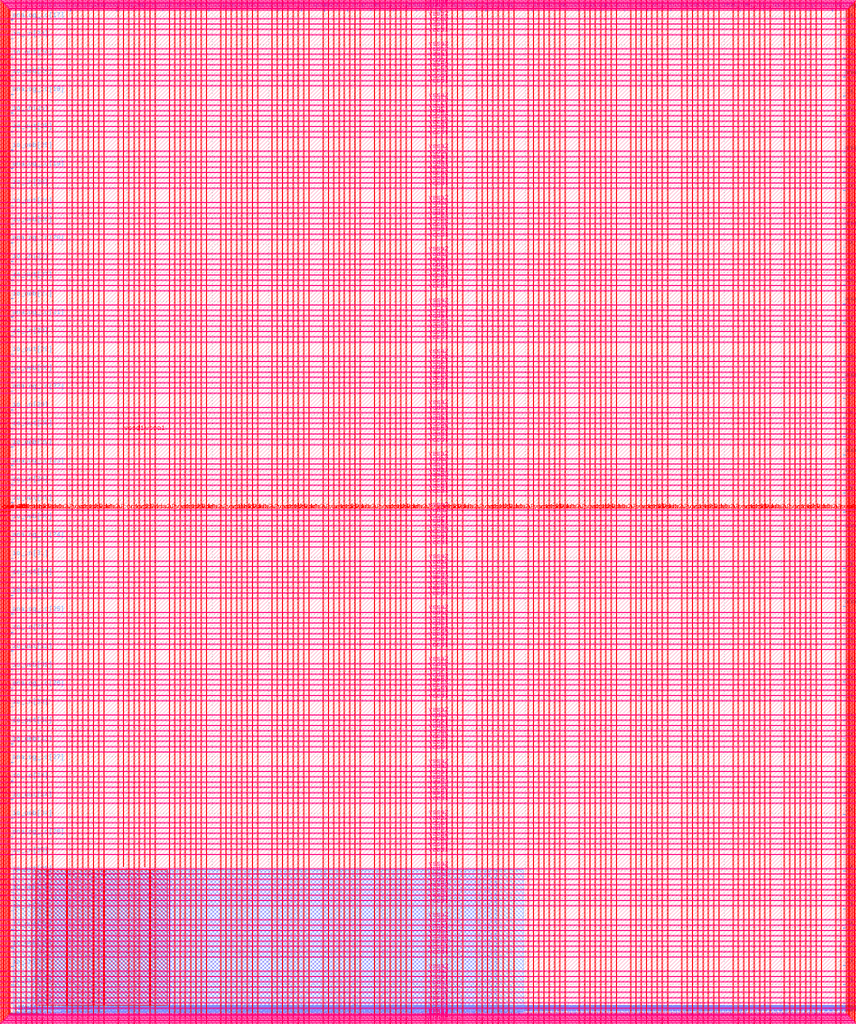
<source format=lef>
VERSION 5.7 ;
  NOWIREEXTENSIONATPIN ON ;
  DIVIDERCHAR "/" ;
  BUSBITCHARS "[]" ;
MACRO user_project_wrapper
  CLASS BLOCK ;
  FOREIGN user_project_wrapper ;
  ORIGIN 0.000 0.000 ;
  SIZE 2920.000 BY 3520.000 ;
  PIN analog_io[0]
    DIRECTION INOUT ;
    USE SIGNAL ;
    PORT
      LAYER met3 ;
        RECT 2917.600 1426.380 2924.800 1427.580 ;
    END
  END analog_io[0]
  PIN analog_io[10]
    DIRECTION INOUT ;
    USE SIGNAL ;
    PORT
      LAYER met2 ;
        RECT 2230.490 3517.600 2231.050 3524.800 ;
    END
  END analog_io[10]
  PIN analog_io[11]
    DIRECTION INOUT ;
    USE SIGNAL ;
    PORT
      LAYER met2 ;
        RECT 1905.730 3517.600 1906.290 3524.800 ;
    END
  END analog_io[11]
  PIN analog_io[12]
    DIRECTION INOUT ;
    USE SIGNAL ;
    PORT
      LAYER met2 ;
        RECT 1581.430 3517.600 1581.990 3524.800 ;
    END
  END analog_io[12]
  PIN analog_io[13]
    DIRECTION INOUT ;
    USE SIGNAL ;
    PORT
      LAYER met2 ;
        RECT 1257.130 3517.600 1257.690 3524.800 ;
    END
  END analog_io[13]
  PIN analog_io[14]
    DIRECTION INOUT ;
    USE SIGNAL ;
    PORT
      LAYER met2 ;
        RECT 932.370 3517.600 932.930 3524.800 ;
    END
  END analog_io[14]
  PIN analog_io[15]
    DIRECTION INOUT ;
    USE SIGNAL ;
    PORT
      LAYER met2 ;
        RECT 608.070 3517.600 608.630 3524.800 ;
    END
  END analog_io[15]
  PIN analog_io[16]
    DIRECTION INOUT ;
    USE SIGNAL ;
    PORT
      LAYER met2 ;
        RECT 283.770 3517.600 284.330 3524.800 ;
    END
  END analog_io[16]
  PIN analog_io[17]
    DIRECTION INOUT ;
    USE SIGNAL ;
    PORT
      LAYER met3 ;
        RECT -4.800 3486.100 2.400 3487.300 ;
    END
  END analog_io[17]
  PIN analog_io[18]
    DIRECTION INOUT ;
    USE SIGNAL ;
    PORT
      LAYER met3 ;
        RECT -4.800 3224.980 2.400 3226.180 ;
    END
  END analog_io[18]
  PIN analog_io[19]
    DIRECTION INOUT ;
    USE SIGNAL ;
    PORT
      LAYER met3 ;
        RECT -4.800 2964.540 2.400 2965.740 ;
    END
  END analog_io[19]
  PIN analog_io[1]
    DIRECTION INOUT ;
    USE SIGNAL ;
    PORT
      LAYER met3 ;
        RECT 2917.600 1692.260 2924.800 1693.460 ;
    END
  END analog_io[1]
  PIN analog_io[20]
    DIRECTION INOUT ;
    USE SIGNAL ;
    PORT
      LAYER met3 ;
        RECT -4.800 2703.420 2.400 2704.620 ;
    END
  END analog_io[20]
  PIN analog_io[21]
    DIRECTION INOUT ;
    USE SIGNAL ;
    PORT
      LAYER met3 ;
        RECT -4.800 2442.980 2.400 2444.180 ;
    END
  END analog_io[21]
  PIN analog_io[22]
    DIRECTION INOUT ;
    USE SIGNAL ;
    PORT
      LAYER met3 ;
        RECT -4.800 2182.540 2.400 2183.740 ;
    END
  END analog_io[22]
  PIN analog_io[23]
    DIRECTION INOUT ;
    USE SIGNAL ;
    PORT
      LAYER met3 ;
        RECT -4.800 1921.420 2.400 1922.620 ;
    END
  END analog_io[23]
  PIN analog_io[24]
    DIRECTION INOUT ;
    USE SIGNAL ;
    PORT
      LAYER met3 ;
        RECT -4.800 1660.980 2.400 1662.180 ;
    END
  END analog_io[24]
  PIN analog_io[25]
    DIRECTION INOUT ;
    USE SIGNAL ;
    PORT
      LAYER met3 ;
        RECT -4.800 1399.860 2.400 1401.060 ;
    END
  END analog_io[25]
  PIN analog_io[26]
    DIRECTION INOUT ;
    USE SIGNAL ;
    PORT
      LAYER met3 ;
        RECT -4.800 1139.420 2.400 1140.620 ;
    END
  END analog_io[26]
  PIN analog_io[27]
    DIRECTION INOUT ;
    USE SIGNAL ;
    PORT
      LAYER met3 ;
        RECT -4.800 878.980 2.400 880.180 ;
    END
  END analog_io[27]
  PIN analog_io[28]
    DIRECTION INOUT ;
    USE SIGNAL ;
    PORT
      LAYER met3 ;
        RECT -4.800 617.860 2.400 619.060 ;
    END
  END analog_io[28]
  PIN analog_io[2]
    DIRECTION INOUT ;
    USE SIGNAL ;
    PORT
      LAYER met3 ;
        RECT 2917.600 1958.140 2924.800 1959.340 ;
    END
  END analog_io[2]
  PIN analog_io[3]
    DIRECTION INOUT ;
    USE SIGNAL ;
    PORT
      LAYER met3 ;
        RECT 2917.600 2223.340 2924.800 2224.540 ;
    END
  END analog_io[3]
  PIN analog_io[4]
    DIRECTION INOUT ;
    USE SIGNAL ;
    PORT
      LAYER met3 ;
        RECT 2917.600 2489.220 2924.800 2490.420 ;
    END
  END analog_io[4]
  PIN analog_io[5]
    DIRECTION INOUT ;
    USE SIGNAL ;
    PORT
      LAYER met3 ;
        RECT 2917.600 2755.100 2924.800 2756.300 ;
    END
  END analog_io[5]
  PIN analog_io[6]
    DIRECTION INOUT ;
    USE SIGNAL ;
    PORT
      LAYER met3 ;
        RECT 2917.600 3020.300 2924.800 3021.500 ;
    END
  END analog_io[6]
  PIN analog_io[7]
    DIRECTION INOUT ;
    USE SIGNAL ;
    PORT
      LAYER met3 ;
        RECT 2917.600 3286.180 2924.800 3287.380 ;
    END
  END analog_io[7]
  PIN analog_io[8]
    DIRECTION INOUT ;
    USE SIGNAL ;
    PORT
      LAYER met2 ;
        RECT 2879.090 3517.600 2879.650 3524.800 ;
    END
  END analog_io[8]
  PIN analog_io[9]
    DIRECTION INOUT ;
    USE SIGNAL ;
    PORT
      LAYER met2 ;
        RECT 2554.790 3517.600 2555.350 3524.800 ;
    END
  END analog_io[9]
  PIN io_in[0]
    DIRECTION INPUT ;
    USE SIGNAL ;
    PORT
      LAYER met3 ;
        RECT 2917.600 32.380 2924.800 33.580 ;
    END
  END io_in[0]
  PIN io_in[10]
    DIRECTION INPUT ;
    USE SIGNAL ;
    PORT
      LAYER met3 ;
        RECT 2917.600 2289.980 2924.800 2291.180 ;
    END
  END io_in[10]
  PIN io_in[11]
    DIRECTION INPUT ;
    USE SIGNAL ;
    PORT
      LAYER met3 ;
        RECT 2917.600 2555.860 2924.800 2557.060 ;
    END
  END io_in[11]
  PIN io_in[12]
    DIRECTION INPUT ;
    USE SIGNAL ;
    PORT
      LAYER met3 ;
        RECT 2917.600 2821.060 2924.800 2822.260 ;
    END
  END io_in[12]
  PIN io_in[13]
    DIRECTION INPUT ;
    USE SIGNAL ;
    PORT
      LAYER met3 ;
        RECT 2917.600 3086.940 2924.800 3088.140 ;
    END
  END io_in[13]
  PIN io_in[14]
    DIRECTION INPUT ;
    USE SIGNAL ;
    PORT
      LAYER met3 ;
        RECT 2917.600 3352.820 2924.800 3354.020 ;
    END
  END io_in[14]
  PIN io_in[15]
    DIRECTION INPUT ;
    USE SIGNAL ;
    PORT
      LAYER met2 ;
        RECT 2798.130 3517.600 2798.690 3524.800 ;
    END
  END io_in[15]
  PIN io_in[16]
    DIRECTION INPUT ;
    USE SIGNAL ;
    PORT
      LAYER met2 ;
        RECT 2473.830 3517.600 2474.390 3524.800 ;
    END
  END io_in[16]
  PIN io_in[17]
    DIRECTION INPUT ;
    USE SIGNAL ;
    PORT
      LAYER met2 ;
        RECT 2149.070 3517.600 2149.630 3524.800 ;
    END
  END io_in[17]
  PIN io_in[18]
    DIRECTION INPUT ;
    USE SIGNAL ;
    PORT
      LAYER met2 ;
        RECT 1824.770 3517.600 1825.330 3524.800 ;
    END
  END io_in[18]
  PIN io_in[19]
    DIRECTION INPUT ;
    USE SIGNAL ;
    PORT
      LAYER met2 ;
        RECT 1500.470 3517.600 1501.030 3524.800 ;
    END
  END io_in[19]
  PIN io_in[1]
    DIRECTION INPUT ;
    USE SIGNAL ;
    PORT
      LAYER met3 ;
        RECT 2917.600 230.940 2924.800 232.140 ;
    END
  END io_in[1]
  PIN io_in[20]
    DIRECTION INPUT ;
    USE SIGNAL ;
    PORT
      LAYER met2 ;
        RECT 1175.710 3517.600 1176.270 3524.800 ;
    END
  END io_in[20]
  PIN io_in[21]
    DIRECTION INPUT ;
    USE SIGNAL ;
    PORT
      LAYER met2 ;
        RECT 851.410 3517.600 851.970 3524.800 ;
    END
  END io_in[21]
  PIN io_in[22]
    DIRECTION INPUT ;
    USE SIGNAL ;
    PORT
      LAYER met2 ;
        RECT 527.110 3517.600 527.670 3524.800 ;
    END
  END io_in[22]
  PIN io_in[23]
    DIRECTION INPUT ;
    USE SIGNAL ;
    PORT
      LAYER met2 ;
        RECT 202.350 3517.600 202.910 3524.800 ;
    END
  END io_in[23]
  PIN io_in[24]
    DIRECTION INPUT ;
    USE SIGNAL ;
    PORT
      LAYER met3 ;
        RECT -4.800 3420.820 2.400 3422.020 ;
    END
  END io_in[24]
  PIN io_in[25]
    DIRECTION INPUT ;
    USE SIGNAL ;
    PORT
      LAYER met3 ;
        RECT -4.800 3159.700 2.400 3160.900 ;
    END
  END io_in[25]
  PIN io_in[26]
    DIRECTION INPUT ;
    USE SIGNAL ;
    PORT
      LAYER met3 ;
        RECT -4.800 2899.260 2.400 2900.460 ;
    END
  END io_in[26]
  PIN io_in[27]
    DIRECTION INPUT ;
    USE SIGNAL ;
    PORT
      LAYER met3 ;
        RECT -4.800 2638.820 2.400 2640.020 ;
    END
  END io_in[27]
  PIN io_in[28]
    DIRECTION INPUT ;
    USE SIGNAL ;
    PORT
      LAYER met3 ;
        RECT -4.800 2377.700 2.400 2378.900 ;
    END
  END io_in[28]
  PIN io_in[29]
    DIRECTION INPUT ;
    USE SIGNAL ;
    PORT
      LAYER met3 ;
        RECT -4.800 2117.260 2.400 2118.460 ;
    END
  END io_in[29]
  PIN io_in[2]
    DIRECTION INPUT ;
    USE SIGNAL ;
    PORT
      LAYER met3 ;
        RECT 2917.600 430.180 2924.800 431.380 ;
    END
  END io_in[2]
  PIN io_in[30]
    DIRECTION INPUT ;
    USE SIGNAL ;
    PORT
      LAYER met3 ;
        RECT -4.800 1856.140 2.400 1857.340 ;
    END
  END io_in[30]
  PIN io_in[31]
    DIRECTION INPUT ;
    USE SIGNAL ;
    PORT
      LAYER met3 ;
        RECT -4.800 1595.700 2.400 1596.900 ;
    END
  END io_in[31]
  PIN io_in[32]
    DIRECTION INPUT ;
    USE SIGNAL ;
    PORT
      LAYER met3 ;
        RECT -4.800 1335.260 2.400 1336.460 ;
    END
  END io_in[32]
  PIN io_in[33]
    DIRECTION INPUT ;
    USE SIGNAL ;
    PORT
      LAYER met3 ;
        RECT -4.800 1074.140 2.400 1075.340 ;
    END
  END io_in[33]
  PIN io_in[34]
    DIRECTION INPUT ;
    USE SIGNAL ;
    PORT
      LAYER met3 ;
        RECT -4.800 813.700 2.400 814.900 ;
    END
  END io_in[34]
  PIN io_in[35]
    DIRECTION INPUT ;
    USE SIGNAL ;
    PORT
      LAYER met3 ;
        RECT -4.800 552.580 2.400 553.780 ;
    END
  END io_in[35]
  PIN io_in[36]
    DIRECTION INPUT ;
    USE SIGNAL ;
    PORT
      LAYER met3 ;
        RECT -4.800 357.420 2.400 358.620 ;
    END
  END io_in[36]
  PIN io_in[37]
    DIRECTION INPUT ;
    USE SIGNAL ;
    PORT
      LAYER met3 ;
        RECT -4.800 161.580 2.400 162.780 ;
    END
  END io_in[37]
  PIN io_in[3]
    DIRECTION INPUT ;
    USE SIGNAL ;
    PORT
      LAYER met3 ;
        RECT 2917.600 629.420 2924.800 630.620 ;
    END
  END io_in[3]
  PIN io_in[4]
    DIRECTION INPUT ;
    USE SIGNAL ;
    PORT
      LAYER met3 ;
        RECT 2917.600 828.660 2924.800 829.860 ;
    END
  END io_in[4]
  PIN io_in[5]
    DIRECTION INPUT ;
    USE SIGNAL ;
    PORT
      LAYER met3 ;
        RECT 2917.600 1027.900 2924.800 1029.100 ;
    END
  END io_in[5]
  PIN io_in[6]
    DIRECTION INPUT ;
    USE SIGNAL ;
    PORT
      LAYER met3 ;
        RECT 2917.600 1227.140 2924.800 1228.340 ;
    END
  END io_in[6]
  PIN io_in[7]
    DIRECTION INPUT ;
    USE SIGNAL ;
    PORT
      LAYER met3 ;
        RECT 2917.600 1493.020 2924.800 1494.220 ;
    END
  END io_in[7]
  PIN io_in[8]
    DIRECTION INPUT ;
    USE SIGNAL ;
    PORT
      LAYER met3 ;
        RECT 2917.600 1758.900 2924.800 1760.100 ;
    END
  END io_in[8]
  PIN io_in[9]
    DIRECTION INPUT ;
    USE SIGNAL ;
    PORT
      LAYER met3 ;
        RECT 2917.600 2024.100 2924.800 2025.300 ;
    END
  END io_in[9]
  PIN io_oeb[0]
    DIRECTION OUTPUT TRISTATE ;
    USE SIGNAL ;
    PORT
      LAYER met3 ;
        RECT 2917.600 164.980 2924.800 166.180 ;
    END
  END io_oeb[0]
  PIN io_oeb[10]
    DIRECTION OUTPUT TRISTATE ;
    USE SIGNAL ;
    PORT
      LAYER met3 ;
        RECT 2917.600 2422.580 2924.800 2423.780 ;
    END
  END io_oeb[10]
  PIN io_oeb[11]
    DIRECTION OUTPUT TRISTATE ;
    USE SIGNAL ;
    PORT
      LAYER met3 ;
        RECT 2917.600 2688.460 2924.800 2689.660 ;
    END
  END io_oeb[11]
  PIN io_oeb[12]
    DIRECTION OUTPUT TRISTATE ;
    USE SIGNAL ;
    PORT
      LAYER met3 ;
        RECT 2917.600 2954.340 2924.800 2955.540 ;
    END
  END io_oeb[12]
  PIN io_oeb[13]
    DIRECTION OUTPUT TRISTATE ;
    USE SIGNAL ;
    PORT
      LAYER met3 ;
        RECT 2917.600 3219.540 2924.800 3220.740 ;
    END
  END io_oeb[13]
  PIN io_oeb[14]
    DIRECTION OUTPUT TRISTATE ;
    USE SIGNAL ;
    PORT
      LAYER met3 ;
        RECT 2917.600 3485.420 2924.800 3486.620 ;
    END
  END io_oeb[14]
  PIN io_oeb[15]
    DIRECTION OUTPUT TRISTATE ;
    USE SIGNAL ;
    PORT
      LAYER met2 ;
        RECT 2635.750 3517.600 2636.310 3524.800 ;
    END
  END io_oeb[15]
  PIN io_oeb[16]
    DIRECTION OUTPUT TRISTATE ;
    USE SIGNAL ;
    PORT
      LAYER met2 ;
        RECT 2311.450 3517.600 2312.010 3524.800 ;
    END
  END io_oeb[16]
  PIN io_oeb[17]
    DIRECTION OUTPUT TRISTATE ;
    USE SIGNAL ;
    PORT
      LAYER met2 ;
        RECT 1987.150 3517.600 1987.710 3524.800 ;
    END
  END io_oeb[17]
  PIN io_oeb[18]
    DIRECTION OUTPUT TRISTATE ;
    USE SIGNAL ;
    PORT
      LAYER met2 ;
        RECT 1662.390 3517.600 1662.950 3524.800 ;
    END
  END io_oeb[18]
  PIN io_oeb[19]
    DIRECTION OUTPUT TRISTATE ;
    USE SIGNAL ;
    PORT
      LAYER met2 ;
        RECT 1338.090 3517.600 1338.650 3524.800 ;
    END
  END io_oeb[19]
  PIN io_oeb[1]
    DIRECTION OUTPUT TRISTATE ;
    USE SIGNAL ;
    PORT
      LAYER met3 ;
        RECT 2917.600 364.220 2924.800 365.420 ;
    END
  END io_oeb[1]
  PIN io_oeb[20]
    DIRECTION OUTPUT TRISTATE ;
    USE SIGNAL ;
    PORT
      LAYER met2 ;
        RECT 1013.790 3517.600 1014.350 3524.800 ;
    END
  END io_oeb[20]
  PIN io_oeb[21]
    DIRECTION OUTPUT TRISTATE ;
    USE SIGNAL ;
    PORT
      LAYER met2 ;
        RECT 689.030 3517.600 689.590 3524.800 ;
    END
  END io_oeb[21]
  PIN io_oeb[22]
    DIRECTION OUTPUT TRISTATE ;
    USE SIGNAL ;
    PORT
      LAYER met2 ;
        RECT 364.730 3517.600 365.290 3524.800 ;
    END
  END io_oeb[22]
  PIN io_oeb[23]
    DIRECTION OUTPUT TRISTATE ;
    USE SIGNAL ;
    PORT
      LAYER met2 ;
        RECT 40.430 3517.600 40.990 3524.800 ;
    END
  END io_oeb[23]
  PIN io_oeb[24]
    DIRECTION OUTPUT TRISTATE ;
    USE SIGNAL ;
    PORT
      LAYER met3 ;
        RECT -4.800 3290.260 2.400 3291.460 ;
    END
  END io_oeb[24]
  PIN io_oeb[25]
    DIRECTION OUTPUT TRISTATE ;
    USE SIGNAL ;
    PORT
      LAYER met3 ;
        RECT -4.800 3029.820 2.400 3031.020 ;
    END
  END io_oeb[25]
  PIN io_oeb[26]
    DIRECTION OUTPUT TRISTATE ;
    USE SIGNAL ;
    PORT
      LAYER met3 ;
        RECT -4.800 2768.700 2.400 2769.900 ;
    END
  END io_oeb[26]
  PIN io_oeb[27]
    DIRECTION OUTPUT TRISTATE ;
    USE SIGNAL ;
    PORT
      LAYER met3 ;
        RECT -4.800 2508.260 2.400 2509.460 ;
    END
  END io_oeb[27]
  PIN io_oeb[28]
    DIRECTION OUTPUT TRISTATE ;
    USE SIGNAL ;
    PORT
      LAYER met3 ;
        RECT -4.800 2247.140 2.400 2248.340 ;
    END
  END io_oeb[28]
  PIN io_oeb[29]
    DIRECTION OUTPUT TRISTATE ;
    USE SIGNAL ;
    PORT
      LAYER met3 ;
        RECT -4.800 1986.700 2.400 1987.900 ;
    END
  END io_oeb[29]
  PIN io_oeb[2]
    DIRECTION OUTPUT TRISTATE ;
    USE SIGNAL ;
    PORT
      LAYER met3 ;
        RECT 2917.600 563.460 2924.800 564.660 ;
    END
  END io_oeb[2]
  PIN io_oeb[30]
    DIRECTION OUTPUT TRISTATE ;
    USE SIGNAL ;
    PORT
      LAYER met3 ;
        RECT -4.800 1726.260 2.400 1727.460 ;
    END
  END io_oeb[30]
  PIN io_oeb[31]
    DIRECTION OUTPUT TRISTATE ;
    USE SIGNAL ;
    PORT
      LAYER met3 ;
        RECT -4.800 1465.140 2.400 1466.340 ;
    END
  END io_oeb[31]
  PIN io_oeb[32]
    DIRECTION OUTPUT TRISTATE ;
    USE SIGNAL ;
    PORT
      LAYER met3 ;
        RECT -4.800 1204.700 2.400 1205.900 ;
    END
  END io_oeb[32]
  PIN io_oeb[33]
    DIRECTION OUTPUT TRISTATE ;
    USE SIGNAL ;
    PORT
      LAYER met3 ;
        RECT -4.800 943.580 2.400 944.780 ;
    END
  END io_oeb[33]
  PIN io_oeb[34]
    DIRECTION OUTPUT TRISTATE ;
    USE SIGNAL ;
    PORT
      LAYER met3 ;
        RECT -4.800 683.140 2.400 684.340 ;
    END
  END io_oeb[34]
  PIN io_oeb[35]
    DIRECTION OUTPUT TRISTATE ;
    USE SIGNAL ;
    PORT
      LAYER met3 ;
        RECT -4.800 422.700 2.400 423.900 ;
    END
  END io_oeb[35]
  PIN io_oeb[36]
    DIRECTION OUTPUT TRISTATE ;
    USE SIGNAL ;
    PORT
      LAYER met3 ;
        RECT -4.800 226.860 2.400 228.060 ;
    END
  END io_oeb[36]
  PIN io_oeb[37]
    DIRECTION OUTPUT TRISTATE ;
    USE SIGNAL ;
    PORT
      LAYER met3 ;
        RECT -4.800 31.700 2.400 32.900 ;
    END
  END io_oeb[37]
  PIN io_oeb[3]
    DIRECTION OUTPUT TRISTATE ;
    USE SIGNAL ;
    PORT
      LAYER met3 ;
        RECT 2917.600 762.700 2924.800 763.900 ;
    END
  END io_oeb[3]
  PIN io_oeb[4]
    DIRECTION OUTPUT TRISTATE ;
    USE SIGNAL ;
    PORT
      LAYER met3 ;
        RECT 2917.600 961.940 2924.800 963.140 ;
    END
  END io_oeb[4]
  PIN io_oeb[5]
    DIRECTION OUTPUT TRISTATE ;
    USE SIGNAL ;
    PORT
      LAYER met3 ;
        RECT 2917.600 1161.180 2924.800 1162.380 ;
    END
  END io_oeb[5]
  PIN io_oeb[6]
    DIRECTION OUTPUT TRISTATE ;
    USE SIGNAL ;
    PORT
      LAYER met3 ;
        RECT 2917.600 1360.420 2924.800 1361.620 ;
    END
  END io_oeb[6]
  PIN io_oeb[7]
    DIRECTION OUTPUT TRISTATE ;
    USE SIGNAL ;
    PORT
      LAYER met3 ;
        RECT 2917.600 1625.620 2924.800 1626.820 ;
    END
  END io_oeb[7]
  PIN io_oeb[8]
    DIRECTION OUTPUT TRISTATE ;
    USE SIGNAL ;
    PORT
      LAYER met3 ;
        RECT 2917.600 1891.500 2924.800 1892.700 ;
    END
  END io_oeb[8]
  PIN io_oeb[9]
    DIRECTION OUTPUT TRISTATE ;
    USE SIGNAL ;
    PORT
      LAYER met3 ;
        RECT 2917.600 2157.380 2924.800 2158.580 ;
    END
  END io_oeb[9]
  PIN io_out[0]
    DIRECTION OUTPUT TRISTATE ;
    USE SIGNAL ;
    PORT
      LAYER met3 ;
        RECT 2917.600 98.340 2924.800 99.540 ;
    END
  END io_out[0]
  PIN io_out[10]
    DIRECTION OUTPUT TRISTATE ;
    USE SIGNAL ;
    PORT
      LAYER met3 ;
        RECT 2917.600 2356.620 2924.800 2357.820 ;
    END
  END io_out[10]
  PIN io_out[11]
    DIRECTION OUTPUT TRISTATE ;
    USE SIGNAL ;
    PORT
      LAYER met3 ;
        RECT 2917.600 2621.820 2924.800 2623.020 ;
    END
  END io_out[11]
  PIN io_out[12]
    DIRECTION OUTPUT TRISTATE ;
    USE SIGNAL ;
    PORT
      LAYER met3 ;
        RECT 2917.600 2887.700 2924.800 2888.900 ;
    END
  END io_out[12]
  PIN io_out[13]
    DIRECTION OUTPUT TRISTATE ;
    USE SIGNAL ;
    PORT
      LAYER met3 ;
        RECT 2917.600 3153.580 2924.800 3154.780 ;
    END
  END io_out[13]
  PIN io_out[14]
    DIRECTION OUTPUT TRISTATE ;
    USE SIGNAL ;
    PORT
      LAYER met3 ;
        RECT 2917.600 3418.780 2924.800 3419.980 ;
    END
  END io_out[14]
  PIN io_out[15]
    DIRECTION OUTPUT TRISTATE ;
    USE SIGNAL ;
    PORT
      LAYER met2 ;
        RECT 2717.170 3517.600 2717.730 3524.800 ;
    END
  END io_out[15]
  PIN io_out[16]
    DIRECTION OUTPUT TRISTATE ;
    USE SIGNAL ;
    PORT
      LAYER met2 ;
        RECT 2392.410 3517.600 2392.970 3524.800 ;
    END
  END io_out[16]
  PIN io_out[17]
    DIRECTION OUTPUT TRISTATE ;
    USE SIGNAL ;
    PORT
      LAYER met2 ;
        RECT 2068.110 3517.600 2068.670 3524.800 ;
    END
  END io_out[17]
  PIN io_out[18]
    DIRECTION OUTPUT TRISTATE ;
    USE SIGNAL ;
    PORT
      LAYER met2 ;
        RECT 1743.810 3517.600 1744.370 3524.800 ;
    END
  END io_out[18]
  PIN io_out[19]
    DIRECTION OUTPUT TRISTATE ;
    USE SIGNAL ;
    PORT
      LAYER met2 ;
        RECT 1419.050 3517.600 1419.610 3524.800 ;
    END
  END io_out[19]
  PIN io_out[1]
    DIRECTION OUTPUT TRISTATE ;
    USE SIGNAL ;
    PORT
      LAYER met3 ;
        RECT 2917.600 297.580 2924.800 298.780 ;
    END
  END io_out[1]
  PIN io_out[20]
    DIRECTION OUTPUT TRISTATE ;
    USE SIGNAL ;
    PORT
      LAYER met2 ;
        RECT 1094.750 3517.600 1095.310 3524.800 ;
    END
  END io_out[20]
  PIN io_out[21]
    DIRECTION OUTPUT TRISTATE ;
    USE SIGNAL ;
    PORT
      LAYER met2 ;
        RECT 770.450 3517.600 771.010 3524.800 ;
    END
  END io_out[21]
  PIN io_out[22]
    DIRECTION OUTPUT TRISTATE ;
    USE SIGNAL ;
    PORT
      LAYER met2 ;
        RECT 445.690 3517.600 446.250 3524.800 ;
    END
  END io_out[22]
  PIN io_out[23]
    DIRECTION OUTPUT TRISTATE ;
    USE SIGNAL ;
    PORT
      LAYER met2 ;
        RECT 121.390 3517.600 121.950 3524.800 ;
    END
  END io_out[23]
  PIN io_out[24]
    DIRECTION OUTPUT TRISTATE ;
    USE SIGNAL ;
    PORT
      LAYER met3 ;
        RECT -4.800 3355.540 2.400 3356.740 ;
    END
  END io_out[24]
  PIN io_out[25]
    DIRECTION OUTPUT TRISTATE ;
    USE SIGNAL ;
    PORT
      LAYER met3 ;
        RECT -4.800 3095.100 2.400 3096.300 ;
    END
  END io_out[25]
  PIN io_out[26]
    DIRECTION OUTPUT TRISTATE ;
    USE SIGNAL ;
    PORT
      LAYER met3 ;
        RECT -4.800 2833.980 2.400 2835.180 ;
    END
  END io_out[26]
  PIN io_out[27]
    DIRECTION OUTPUT TRISTATE ;
    USE SIGNAL ;
    PORT
      LAYER met3 ;
        RECT -4.800 2573.540 2.400 2574.740 ;
    END
  END io_out[27]
  PIN io_out[28]
    DIRECTION OUTPUT TRISTATE ;
    USE SIGNAL ;
    PORT
      LAYER met3 ;
        RECT -4.800 2312.420 2.400 2313.620 ;
    END
  END io_out[28]
  PIN io_out[29]
    DIRECTION OUTPUT TRISTATE ;
    USE SIGNAL ;
    PORT
      LAYER met3 ;
        RECT -4.800 2051.980 2.400 2053.180 ;
    END
  END io_out[29]
  PIN io_out[2]
    DIRECTION OUTPUT TRISTATE ;
    USE SIGNAL ;
    PORT
      LAYER met3 ;
        RECT 2917.600 496.820 2924.800 498.020 ;
    END
  END io_out[2]
  PIN io_out[30]
    DIRECTION OUTPUT TRISTATE ;
    USE SIGNAL ;
    PORT
      LAYER met3 ;
        RECT -4.800 1791.540 2.400 1792.740 ;
    END
  END io_out[30]
  PIN io_out[31]
    DIRECTION OUTPUT TRISTATE ;
    USE SIGNAL ;
    PORT
      LAYER met3 ;
        RECT -4.800 1530.420 2.400 1531.620 ;
    END
  END io_out[31]
  PIN io_out[32]
    DIRECTION OUTPUT TRISTATE ;
    USE SIGNAL ;
    PORT
      LAYER met3 ;
        RECT -4.800 1269.980 2.400 1271.180 ;
    END
  END io_out[32]
  PIN io_out[33]
    DIRECTION OUTPUT TRISTATE ;
    USE SIGNAL ;
    PORT
      LAYER met3 ;
        RECT -4.800 1008.860 2.400 1010.060 ;
    END
  END io_out[33]
  PIN io_out[34]
    DIRECTION OUTPUT TRISTATE ;
    USE SIGNAL ;
    PORT
      LAYER met3 ;
        RECT -4.800 748.420 2.400 749.620 ;
    END
  END io_out[34]
  PIN io_out[35]
    DIRECTION OUTPUT TRISTATE ;
    USE SIGNAL ;
    PORT
      LAYER met3 ;
        RECT -4.800 487.300 2.400 488.500 ;
    END
  END io_out[35]
  PIN io_out[36]
    DIRECTION OUTPUT TRISTATE ;
    USE SIGNAL ;
    PORT
      LAYER met3 ;
        RECT -4.800 292.140 2.400 293.340 ;
    END
  END io_out[36]
  PIN io_out[37]
    DIRECTION OUTPUT TRISTATE ;
    USE SIGNAL ;
    PORT
      LAYER met3 ;
        RECT -4.800 96.300 2.400 97.500 ;
    END
  END io_out[37]
  PIN io_out[3]
    DIRECTION OUTPUT TRISTATE ;
    USE SIGNAL ;
    PORT
      LAYER met3 ;
        RECT 2917.600 696.060 2924.800 697.260 ;
    END
  END io_out[3]
  PIN io_out[4]
    DIRECTION OUTPUT TRISTATE ;
    USE SIGNAL ;
    PORT
      LAYER met3 ;
        RECT 2917.600 895.300 2924.800 896.500 ;
    END
  END io_out[4]
  PIN io_out[5]
    DIRECTION OUTPUT TRISTATE ;
    USE SIGNAL ;
    PORT
      LAYER met3 ;
        RECT 2917.600 1094.540 2924.800 1095.740 ;
    END
  END io_out[5]
  PIN io_out[6]
    DIRECTION OUTPUT TRISTATE ;
    USE SIGNAL ;
    PORT
      LAYER met3 ;
        RECT 2917.600 1293.780 2924.800 1294.980 ;
    END
  END io_out[6]
  PIN io_out[7]
    DIRECTION OUTPUT TRISTATE ;
    USE SIGNAL ;
    PORT
      LAYER met3 ;
        RECT 2917.600 1559.660 2924.800 1560.860 ;
    END
  END io_out[7]
  PIN io_out[8]
    DIRECTION OUTPUT TRISTATE ;
    USE SIGNAL ;
    PORT
      LAYER met3 ;
        RECT 2917.600 1824.860 2924.800 1826.060 ;
    END
  END io_out[8]
  PIN io_out[9]
    DIRECTION OUTPUT TRISTATE ;
    USE SIGNAL ;
    PORT
      LAYER met3 ;
        RECT 2917.600 2090.740 2924.800 2091.940 ;
    END
  END io_out[9]
  PIN la_data_in[0]
    DIRECTION INPUT ;
    USE SIGNAL ;
    PORT
      LAYER met2 ;
        RECT 629.230 -4.800 629.790 2.400 ;
    END
  END la_data_in[0]
  PIN la_data_in[100]
    DIRECTION INPUT ;
    USE SIGNAL ;
    PORT
      LAYER met2 ;
        RECT 2402.530 -4.800 2403.090 2.400 ;
    END
  END la_data_in[100]
  PIN la_data_in[101]
    DIRECTION INPUT ;
    USE SIGNAL ;
    PORT
      LAYER met2 ;
        RECT 2420.010 -4.800 2420.570 2.400 ;
    END
  END la_data_in[101]
  PIN la_data_in[102]
    DIRECTION INPUT ;
    USE SIGNAL ;
    PORT
      LAYER met2 ;
        RECT 2437.950 -4.800 2438.510 2.400 ;
    END
  END la_data_in[102]
  PIN la_data_in[103]
    DIRECTION INPUT ;
    USE SIGNAL ;
    PORT
      LAYER met2 ;
        RECT 2455.430 -4.800 2455.990 2.400 ;
    END
  END la_data_in[103]
  PIN la_data_in[104]
    DIRECTION INPUT ;
    USE SIGNAL ;
    PORT
      LAYER met2 ;
        RECT 2473.370 -4.800 2473.930 2.400 ;
    END
  END la_data_in[104]
  PIN la_data_in[105]
    DIRECTION INPUT ;
    USE SIGNAL ;
    PORT
      LAYER met2 ;
        RECT 2490.850 -4.800 2491.410 2.400 ;
    END
  END la_data_in[105]
  PIN la_data_in[106]
    DIRECTION INPUT ;
    USE SIGNAL ;
    PORT
      LAYER met2 ;
        RECT 2508.790 -4.800 2509.350 2.400 ;
    END
  END la_data_in[106]
  PIN la_data_in[107]
    DIRECTION INPUT ;
    USE SIGNAL ;
    PORT
      LAYER met2 ;
        RECT 2526.730 -4.800 2527.290 2.400 ;
    END
  END la_data_in[107]
  PIN la_data_in[108]
    DIRECTION INPUT ;
    USE SIGNAL ;
    PORT
      LAYER met2 ;
        RECT 2544.210 -4.800 2544.770 2.400 ;
    END
  END la_data_in[108]
  PIN la_data_in[109]
    DIRECTION INPUT ;
    USE SIGNAL ;
    PORT
      LAYER met2 ;
        RECT 2562.150 -4.800 2562.710 2.400 ;
    END
  END la_data_in[109]
  PIN la_data_in[10]
    DIRECTION INPUT ;
    USE SIGNAL ;
    PORT
      LAYER met2 ;
        RECT 806.330 -4.800 806.890 2.400 ;
    END
  END la_data_in[10]
  PIN la_data_in[110]
    DIRECTION INPUT ;
    USE SIGNAL ;
    PORT
      LAYER met2 ;
        RECT 2579.630 -4.800 2580.190 2.400 ;
    END
  END la_data_in[110]
  PIN la_data_in[111]
    DIRECTION INPUT ;
    USE SIGNAL ;
    PORT
      LAYER met2 ;
        RECT 2597.570 -4.800 2598.130 2.400 ;
    END
  END la_data_in[111]
  PIN la_data_in[112]
    DIRECTION INPUT ;
    USE SIGNAL ;
    PORT
      LAYER met2 ;
        RECT 2615.050 -4.800 2615.610 2.400 ;
    END
  END la_data_in[112]
  PIN la_data_in[113]
    DIRECTION INPUT ;
    USE SIGNAL ;
    PORT
      LAYER met2 ;
        RECT 2632.990 -4.800 2633.550 2.400 ;
    END
  END la_data_in[113]
  PIN la_data_in[114]
    DIRECTION INPUT ;
    USE SIGNAL ;
    PORT
      LAYER met2 ;
        RECT 2650.470 -4.800 2651.030 2.400 ;
    END
  END la_data_in[114]
  PIN la_data_in[115]
    DIRECTION INPUT ;
    USE SIGNAL ;
    PORT
      LAYER met2 ;
        RECT 2668.410 -4.800 2668.970 2.400 ;
    END
  END la_data_in[115]
  PIN la_data_in[116]
    DIRECTION INPUT ;
    USE SIGNAL ;
    PORT
      LAYER met2 ;
        RECT 2685.890 -4.800 2686.450 2.400 ;
    END
  END la_data_in[116]
  PIN la_data_in[117]
    DIRECTION INPUT ;
    USE SIGNAL ;
    PORT
      LAYER met2 ;
        RECT 2703.830 -4.800 2704.390 2.400 ;
    END
  END la_data_in[117]
  PIN la_data_in[118]
    DIRECTION INPUT ;
    USE SIGNAL ;
    PORT
      LAYER met2 ;
        RECT 2721.770 -4.800 2722.330 2.400 ;
    END
  END la_data_in[118]
  PIN la_data_in[119]
    DIRECTION INPUT ;
    USE SIGNAL ;
    PORT
      LAYER met2 ;
        RECT 2739.250 -4.800 2739.810 2.400 ;
    END
  END la_data_in[119]
  PIN la_data_in[11]
    DIRECTION INPUT ;
    USE SIGNAL ;
    PORT
      LAYER met2 ;
        RECT 824.270 -4.800 824.830 2.400 ;
    END
  END la_data_in[11]
  PIN la_data_in[120]
    DIRECTION INPUT ;
    USE SIGNAL ;
    PORT
      LAYER met2 ;
        RECT 2757.190 -4.800 2757.750 2.400 ;
    END
  END la_data_in[120]
  PIN la_data_in[121]
    DIRECTION INPUT ;
    USE SIGNAL ;
    PORT
      LAYER met2 ;
        RECT 2774.670 -4.800 2775.230 2.400 ;
    END
  END la_data_in[121]
  PIN la_data_in[122]
    DIRECTION INPUT ;
    USE SIGNAL ;
    PORT
      LAYER met2 ;
        RECT 2792.610 -4.800 2793.170 2.400 ;
    END
  END la_data_in[122]
  PIN la_data_in[123]
    DIRECTION INPUT ;
    USE SIGNAL ;
    PORT
      LAYER met2 ;
        RECT 2810.090 -4.800 2810.650 2.400 ;
    END
  END la_data_in[123]
  PIN la_data_in[124]
    DIRECTION INPUT ;
    USE SIGNAL ;
    PORT
      LAYER met2 ;
        RECT 2828.030 -4.800 2828.590 2.400 ;
    END
  END la_data_in[124]
  PIN la_data_in[125]
    DIRECTION INPUT ;
    USE SIGNAL ;
    PORT
      LAYER met2 ;
        RECT 2845.510 -4.800 2846.070 2.400 ;
    END
  END la_data_in[125]
  PIN la_data_in[126]
    DIRECTION INPUT ;
    USE SIGNAL ;
    PORT
      LAYER met2 ;
        RECT 2863.450 -4.800 2864.010 2.400 ;
    END
  END la_data_in[126]
  PIN la_data_in[127]
    DIRECTION INPUT ;
    USE SIGNAL ;
    PORT
      LAYER met2 ;
        RECT 2881.390 -4.800 2881.950 2.400 ;
    END
  END la_data_in[127]
  PIN la_data_in[12]
    DIRECTION INPUT ;
    USE SIGNAL ;
    PORT
      LAYER met2 ;
        RECT 841.750 -4.800 842.310 2.400 ;
    END
  END la_data_in[12]
  PIN la_data_in[13]
    DIRECTION INPUT ;
    USE SIGNAL ;
    PORT
      LAYER met2 ;
        RECT 859.690 -4.800 860.250 2.400 ;
    END
  END la_data_in[13]
  PIN la_data_in[14]
    DIRECTION INPUT ;
    USE SIGNAL ;
    PORT
      LAYER met2 ;
        RECT 877.170 -4.800 877.730 2.400 ;
    END
  END la_data_in[14]
  PIN la_data_in[15]
    DIRECTION INPUT ;
    USE SIGNAL ;
    PORT
      LAYER met2 ;
        RECT 895.110 -4.800 895.670 2.400 ;
    END
  END la_data_in[15]
  PIN la_data_in[16]
    DIRECTION INPUT ;
    USE SIGNAL ;
    PORT
      LAYER met2 ;
        RECT 912.590 -4.800 913.150 2.400 ;
    END
  END la_data_in[16]
  PIN la_data_in[17]
    DIRECTION INPUT ;
    USE SIGNAL ;
    PORT
      LAYER met2 ;
        RECT 930.530 -4.800 931.090 2.400 ;
    END
  END la_data_in[17]
  PIN la_data_in[18]
    DIRECTION INPUT ;
    USE SIGNAL ;
    PORT
      LAYER met2 ;
        RECT 948.470 -4.800 949.030 2.400 ;
    END
  END la_data_in[18]
  PIN la_data_in[19]
    DIRECTION INPUT ;
    USE SIGNAL ;
    PORT
      LAYER met2 ;
        RECT 965.950 -4.800 966.510 2.400 ;
    END
  END la_data_in[19]
  PIN la_data_in[1]
    DIRECTION INPUT ;
    USE SIGNAL ;
    PORT
      LAYER met2 ;
        RECT 646.710 -4.800 647.270 2.400 ;
    END
  END la_data_in[1]
  PIN la_data_in[20]
    DIRECTION INPUT ;
    USE SIGNAL ;
    PORT
      LAYER met2 ;
        RECT 983.890 -4.800 984.450 2.400 ;
    END
  END la_data_in[20]
  PIN la_data_in[21]
    DIRECTION INPUT ;
    USE SIGNAL ;
    PORT
      LAYER met2 ;
        RECT 1001.370 -4.800 1001.930 2.400 ;
    END
  END la_data_in[21]
  PIN la_data_in[22]
    DIRECTION INPUT ;
    USE SIGNAL ;
    PORT
      LAYER met2 ;
        RECT 1019.310 -4.800 1019.870 2.400 ;
    END
  END la_data_in[22]
  PIN la_data_in[23]
    DIRECTION INPUT ;
    USE SIGNAL ;
    PORT
      LAYER met2 ;
        RECT 1036.790 -4.800 1037.350 2.400 ;
    END
  END la_data_in[23]
  PIN la_data_in[24]
    DIRECTION INPUT ;
    USE SIGNAL ;
    PORT
      LAYER met2 ;
        RECT 1054.730 -4.800 1055.290 2.400 ;
    END
  END la_data_in[24]
  PIN la_data_in[25]
    DIRECTION INPUT ;
    USE SIGNAL ;
    PORT
      LAYER met2 ;
        RECT 1072.210 -4.800 1072.770 2.400 ;
    END
  END la_data_in[25]
  PIN la_data_in[26]
    DIRECTION INPUT ;
    USE SIGNAL ;
    PORT
      LAYER met2 ;
        RECT 1090.150 -4.800 1090.710 2.400 ;
    END
  END la_data_in[26]
  PIN la_data_in[27]
    DIRECTION INPUT ;
    USE SIGNAL ;
    PORT
      LAYER met2 ;
        RECT 1107.630 -4.800 1108.190 2.400 ;
    END
  END la_data_in[27]
  PIN la_data_in[28]
    DIRECTION INPUT ;
    USE SIGNAL ;
    PORT
      LAYER met2 ;
        RECT 1125.570 -4.800 1126.130 2.400 ;
    END
  END la_data_in[28]
  PIN la_data_in[29]
    DIRECTION INPUT ;
    USE SIGNAL ;
    PORT
      LAYER met2 ;
        RECT 1143.510 -4.800 1144.070 2.400 ;
    END
  END la_data_in[29]
  PIN la_data_in[2]
    DIRECTION INPUT ;
    USE SIGNAL ;
    PORT
      LAYER met2 ;
        RECT 664.650 -4.800 665.210 2.400 ;
    END
  END la_data_in[2]
  PIN la_data_in[30]
    DIRECTION INPUT ;
    USE SIGNAL ;
    PORT
      LAYER met2 ;
        RECT 1160.990 -4.800 1161.550 2.400 ;
    END
  END la_data_in[30]
  PIN la_data_in[31]
    DIRECTION INPUT ;
    USE SIGNAL ;
    PORT
      LAYER met2 ;
        RECT 1178.930 -4.800 1179.490 2.400 ;
    END
  END la_data_in[31]
  PIN la_data_in[32]
    DIRECTION INPUT ;
    USE SIGNAL ;
    PORT
      LAYER met2 ;
        RECT 1196.410 -4.800 1196.970 2.400 ;
    END
  END la_data_in[32]
  PIN la_data_in[33]
    DIRECTION INPUT ;
    USE SIGNAL ;
    PORT
      LAYER met2 ;
        RECT 1214.350 -4.800 1214.910 2.400 ;
    END
  END la_data_in[33]
  PIN la_data_in[34]
    DIRECTION INPUT ;
    USE SIGNAL ;
    PORT
      LAYER met2 ;
        RECT 1231.830 -4.800 1232.390 2.400 ;
    END
  END la_data_in[34]
  PIN la_data_in[35]
    DIRECTION INPUT ;
    USE SIGNAL ;
    PORT
      LAYER met2 ;
        RECT 1249.770 -4.800 1250.330 2.400 ;
    END
  END la_data_in[35]
  PIN la_data_in[36]
    DIRECTION INPUT ;
    USE SIGNAL ;
    PORT
      LAYER met2 ;
        RECT 1267.250 -4.800 1267.810 2.400 ;
    END
  END la_data_in[36]
  PIN la_data_in[37]
    DIRECTION INPUT ;
    USE SIGNAL ;
    PORT
      LAYER met2 ;
        RECT 1285.190 -4.800 1285.750 2.400 ;
    END
  END la_data_in[37]
  PIN la_data_in[38]
    DIRECTION INPUT ;
    USE SIGNAL ;
    PORT
      LAYER met2 ;
        RECT 1303.130 -4.800 1303.690 2.400 ;
    END
  END la_data_in[38]
  PIN la_data_in[39]
    DIRECTION INPUT ;
    USE SIGNAL ;
    PORT
      LAYER met2 ;
        RECT 1320.610 -4.800 1321.170 2.400 ;
    END
  END la_data_in[39]
  PIN la_data_in[3]
    DIRECTION INPUT ;
    USE SIGNAL ;
    PORT
      LAYER met2 ;
        RECT 682.130 -4.800 682.690 2.400 ;
    END
  END la_data_in[3]
  PIN la_data_in[40]
    DIRECTION INPUT ;
    USE SIGNAL ;
    PORT
      LAYER met2 ;
        RECT 1338.550 -4.800 1339.110 2.400 ;
    END
  END la_data_in[40]
  PIN la_data_in[41]
    DIRECTION INPUT ;
    USE SIGNAL ;
    PORT
      LAYER met2 ;
        RECT 1356.030 -4.800 1356.590 2.400 ;
    END
  END la_data_in[41]
  PIN la_data_in[42]
    DIRECTION INPUT ;
    USE SIGNAL ;
    PORT
      LAYER met2 ;
        RECT 1373.970 -4.800 1374.530 2.400 ;
    END
  END la_data_in[42]
  PIN la_data_in[43]
    DIRECTION INPUT ;
    USE SIGNAL ;
    PORT
      LAYER met2 ;
        RECT 1391.450 -4.800 1392.010 2.400 ;
    END
  END la_data_in[43]
  PIN la_data_in[44]
    DIRECTION INPUT ;
    USE SIGNAL ;
    PORT
      LAYER met2 ;
        RECT 1409.390 -4.800 1409.950 2.400 ;
    END
  END la_data_in[44]
  PIN la_data_in[45]
    DIRECTION INPUT ;
    USE SIGNAL ;
    PORT
      LAYER met2 ;
        RECT 1426.870 -4.800 1427.430 2.400 ;
    END
  END la_data_in[45]
  PIN la_data_in[46]
    DIRECTION INPUT ;
    USE SIGNAL ;
    PORT
      LAYER met2 ;
        RECT 1444.810 -4.800 1445.370 2.400 ;
    END
  END la_data_in[46]
  PIN la_data_in[47]
    DIRECTION INPUT ;
    USE SIGNAL ;
    PORT
      LAYER met2 ;
        RECT 1462.750 -4.800 1463.310 2.400 ;
    END
  END la_data_in[47]
  PIN la_data_in[48]
    DIRECTION INPUT ;
    USE SIGNAL ;
    PORT
      LAYER met2 ;
        RECT 1480.230 -4.800 1480.790 2.400 ;
    END
  END la_data_in[48]
  PIN la_data_in[49]
    DIRECTION INPUT ;
    USE SIGNAL ;
    PORT
      LAYER met2 ;
        RECT 1498.170 -4.800 1498.730 2.400 ;
    END
  END la_data_in[49]
  PIN la_data_in[4]
    DIRECTION INPUT ;
    USE SIGNAL ;
    PORT
      LAYER met2 ;
        RECT 700.070 -4.800 700.630 2.400 ;
    END
  END la_data_in[4]
  PIN la_data_in[50]
    DIRECTION INPUT ;
    USE SIGNAL ;
    PORT
      LAYER met2 ;
        RECT 1515.650 -4.800 1516.210 2.400 ;
    END
  END la_data_in[50]
  PIN la_data_in[51]
    DIRECTION INPUT ;
    USE SIGNAL ;
    PORT
      LAYER met2 ;
        RECT 1533.590 -4.800 1534.150 2.400 ;
    END
  END la_data_in[51]
  PIN la_data_in[52]
    DIRECTION INPUT ;
    USE SIGNAL ;
    PORT
      LAYER met2 ;
        RECT 1551.070 -4.800 1551.630 2.400 ;
    END
  END la_data_in[52]
  PIN la_data_in[53]
    DIRECTION INPUT ;
    USE SIGNAL ;
    PORT
      LAYER met2 ;
        RECT 1569.010 -4.800 1569.570 2.400 ;
    END
  END la_data_in[53]
  PIN la_data_in[54]
    DIRECTION INPUT ;
    USE SIGNAL ;
    PORT
      LAYER met2 ;
        RECT 1586.490 -4.800 1587.050 2.400 ;
    END
  END la_data_in[54]
  PIN la_data_in[55]
    DIRECTION INPUT ;
    USE SIGNAL ;
    PORT
      LAYER met2 ;
        RECT 1604.430 -4.800 1604.990 2.400 ;
    END
  END la_data_in[55]
  PIN la_data_in[56]
    DIRECTION INPUT ;
    USE SIGNAL ;
    PORT
      LAYER met2 ;
        RECT 1621.910 -4.800 1622.470 2.400 ;
    END
  END la_data_in[56]
  PIN la_data_in[57]
    DIRECTION INPUT ;
    USE SIGNAL ;
    PORT
      LAYER met2 ;
        RECT 1639.850 -4.800 1640.410 2.400 ;
    END
  END la_data_in[57]
  PIN la_data_in[58]
    DIRECTION INPUT ;
    USE SIGNAL ;
    PORT
      LAYER met2 ;
        RECT 1657.790 -4.800 1658.350 2.400 ;
    END
  END la_data_in[58]
  PIN la_data_in[59]
    DIRECTION INPUT ;
    USE SIGNAL ;
    PORT
      LAYER met2 ;
        RECT 1675.270 -4.800 1675.830 2.400 ;
    END
  END la_data_in[59]
  PIN la_data_in[5]
    DIRECTION INPUT ;
    USE SIGNAL ;
    PORT
      LAYER met2 ;
        RECT 717.550 -4.800 718.110 2.400 ;
    END
  END la_data_in[5]
  PIN la_data_in[60]
    DIRECTION INPUT ;
    USE SIGNAL ;
    PORT
      LAYER met2 ;
        RECT 1693.210 -4.800 1693.770 2.400 ;
    END
  END la_data_in[60]
  PIN la_data_in[61]
    DIRECTION INPUT ;
    USE SIGNAL ;
    PORT
      LAYER met2 ;
        RECT 1710.690 -4.800 1711.250 2.400 ;
    END
  END la_data_in[61]
  PIN la_data_in[62]
    DIRECTION INPUT ;
    USE SIGNAL ;
    PORT
      LAYER met2 ;
        RECT 1728.630 -4.800 1729.190 2.400 ;
    END
  END la_data_in[62]
  PIN la_data_in[63]
    DIRECTION INPUT ;
    USE SIGNAL ;
    PORT
      LAYER met2 ;
        RECT 1746.110 -4.800 1746.670 2.400 ;
    END
  END la_data_in[63]
  PIN la_data_in[64]
    DIRECTION INPUT ;
    USE SIGNAL ;
    PORT
      LAYER met2 ;
        RECT 1764.050 -4.800 1764.610 2.400 ;
    END
  END la_data_in[64]
  PIN la_data_in[65]
    DIRECTION INPUT ;
    USE SIGNAL ;
    PORT
      LAYER met2 ;
        RECT 1781.530 -4.800 1782.090 2.400 ;
    END
  END la_data_in[65]
  PIN la_data_in[66]
    DIRECTION INPUT ;
    USE SIGNAL ;
    PORT
      LAYER met2 ;
        RECT 1799.470 -4.800 1800.030 2.400 ;
    END
  END la_data_in[66]
  PIN la_data_in[67]
    DIRECTION INPUT ;
    USE SIGNAL ;
    PORT
      LAYER met2 ;
        RECT 1817.410 -4.800 1817.970 2.400 ;
    END
  END la_data_in[67]
  PIN la_data_in[68]
    DIRECTION INPUT ;
    USE SIGNAL ;
    PORT
      LAYER met2 ;
        RECT 1834.890 -4.800 1835.450 2.400 ;
    END
  END la_data_in[68]
  PIN la_data_in[69]
    DIRECTION INPUT ;
    USE SIGNAL ;
    PORT
      LAYER met2 ;
        RECT 1852.830 -4.800 1853.390 2.400 ;
    END
  END la_data_in[69]
  PIN la_data_in[6]
    DIRECTION INPUT ;
    USE SIGNAL ;
    PORT
      LAYER met2 ;
        RECT 735.490 -4.800 736.050 2.400 ;
    END
  END la_data_in[6]
  PIN la_data_in[70]
    DIRECTION INPUT ;
    USE SIGNAL ;
    PORT
      LAYER met2 ;
        RECT 1870.310 -4.800 1870.870 2.400 ;
    END
  END la_data_in[70]
  PIN la_data_in[71]
    DIRECTION INPUT ;
    USE SIGNAL ;
    PORT
      LAYER met2 ;
        RECT 1888.250 -4.800 1888.810 2.400 ;
    END
  END la_data_in[71]
  PIN la_data_in[72]
    DIRECTION INPUT ;
    USE SIGNAL ;
    PORT
      LAYER met2 ;
        RECT 1905.730 -4.800 1906.290 2.400 ;
    END
  END la_data_in[72]
  PIN la_data_in[73]
    DIRECTION INPUT ;
    USE SIGNAL ;
    PORT
      LAYER met2 ;
        RECT 1923.670 -4.800 1924.230 2.400 ;
    END
  END la_data_in[73]
  PIN la_data_in[74]
    DIRECTION INPUT ;
    USE SIGNAL ;
    PORT
      LAYER met2 ;
        RECT 1941.150 -4.800 1941.710 2.400 ;
    END
  END la_data_in[74]
  PIN la_data_in[75]
    DIRECTION INPUT ;
    USE SIGNAL ;
    PORT
      LAYER met2 ;
        RECT 1959.090 -4.800 1959.650 2.400 ;
    END
  END la_data_in[75]
  PIN la_data_in[76]
    DIRECTION INPUT ;
    USE SIGNAL ;
    PORT
      LAYER met2 ;
        RECT 1976.570 -4.800 1977.130 2.400 ;
    END
  END la_data_in[76]
  PIN la_data_in[77]
    DIRECTION INPUT ;
    USE SIGNAL ;
    PORT
      LAYER met2 ;
        RECT 1994.510 -4.800 1995.070 2.400 ;
    END
  END la_data_in[77]
  PIN la_data_in[78]
    DIRECTION INPUT ;
    USE SIGNAL ;
    PORT
      LAYER met2 ;
        RECT 2012.450 -4.800 2013.010 2.400 ;
    END
  END la_data_in[78]
  PIN la_data_in[79]
    DIRECTION INPUT ;
    USE SIGNAL ;
    PORT
      LAYER met2 ;
        RECT 2029.930 -4.800 2030.490 2.400 ;
    END
  END la_data_in[79]
  PIN la_data_in[7]
    DIRECTION INPUT ;
    USE SIGNAL ;
    PORT
      LAYER met2 ;
        RECT 752.970 -4.800 753.530 2.400 ;
    END
  END la_data_in[7]
  PIN la_data_in[80]
    DIRECTION INPUT ;
    USE SIGNAL ;
    PORT
      LAYER met2 ;
        RECT 2047.870 -4.800 2048.430 2.400 ;
    END
  END la_data_in[80]
  PIN la_data_in[81]
    DIRECTION INPUT ;
    USE SIGNAL ;
    PORT
      LAYER met2 ;
        RECT 2065.350 -4.800 2065.910 2.400 ;
    END
  END la_data_in[81]
  PIN la_data_in[82]
    DIRECTION INPUT ;
    USE SIGNAL ;
    PORT
      LAYER met2 ;
        RECT 2083.290 -4.800 2083.850 2.400 ;
    END
  END la_data_in[82]
  PIN la_data_in[83]
    DIRECTION INPUT ;
    USE SIGNAL ;
    PORT
      LAYER met2 ;
        RECT 2100.770 -4.800 2101.330 2.400 ;
    END
  END la_data_in[83]
  PIN la_data_in[84]
    DIRECTION INPUT ;
    USE SIGNAL ;
    PORT
      LAYER met2 ;
        RECT 2118.710 -4.800 2119.270 2.400 ;
    END
  END la_data_in[84]
  PIN la_data_in[85]
    DIRECTION INPUT ;
    USE SIGNAL ;
    PORT
      LAYER met2 ;
        RECT 2136.190 -4.800 2136.750 2.400 ;
    END
  END la_data_in[85]
  PIN la_data_in[86]
    DIRECTION INPUT ;
    USE SIGNAL ;
    PORT
      LAYER met2 ;
        RECT 2154.130 -4.800 2154.690 2.400 ;
    END
  END la_data_in[86]
  PIN la_data_in[87]
    DIRECTION INPUT ;
    USE SIGNAL ;
    PORT
      LAYER met2 ;
        RECT 2172.070 -4.800 2172.630 2.400 ;
    END
  END la_data_in[87]
  PIN la_data_in[88]
    DIRECTION INPUT ;
    USE SIGNAL ;
    PORT
      LAYER met2 ;
        RECT 2189.550 -4.800 2190.110 2.400 ;
    END
  END la_data_in[88]
  PIN la_data_in[89]
    DIRECTION INPUT ;
    USE SIGNAL ;
    PORT
      LAYER met2 ;
        RECT 2207.490 -4.800 2208.050 2.400 ;
    END
  END la_data_in[89]
  PIN la_data_in[8]
    DIRECTION INPUT ;
    USE SIGNAL ;
    PORT
      LAYER met2 ;
        RECT 770.910 -4.800 771.470 2.400 ;
    END
  END la_data_in[8]
  PIN la_data_in[90]
    DIRECTION INPUT ;
    USE SIGNAL ;
    PORT
      LAYER met2 ;
        RECT 2224.970 -4.800 2225.530 2.400 ;
    END
  END la_data_in[90]
  PIN la_data_in[91]
    DIRECTION INPUT ;
    USE SIGNAL ;
    PORT
      LAYER met2 ;
        RECT 2242.910 -4.800 2243.470 2.400 ;
    END
  END la_data_in[91]
  PIN la_data_in[92]
    DIRECTION INPUT ;
    USE SIGNAL ;
    PORT
      LAYER met2 ;
        RECT 2260.390 -4.800 2260.950 2.400 ;
    END
  END la_data_in[92]
  PIN la_data_in[93]
    DIRECTION INPUT ;
    USE SIGNAL ;
    PORT
      LAYER met2 ;
        RECT 2278.330 -4.800 2278.890 2.400 ;
    END
  END la_data_in[93]
  PIN la_data_in[94]
    DIRECTION INPUT ;
    USE SIGNAL ;
    PORT
      LAYER met2 ;
        RECT 2295.810 -4.800 2296.370 2.400 ;
    END
  END la_data_in[94]
  PIN la_data_in[95]
    DIRECTION INPUT ;
    USE SIGNAL ;
    PORT
      LAYER met2 ;
        RECT 2313.750 -4.800 2314.310 2.400 ;
    END
  END la_data_in[95]
  PIN la_data_in[96]
    DIRECTION INPUT ;
    USE SIGNAL ;
    PORT
      LAYER met2 ;
        RECT 2331.230 -4.800 2331.790 2.400 ;
    END
  END la_data_in[96]
  PIN la_data_in[97]
    DIRECTION INPUT ;
    USE SIGNAL ;
    PORT
      LAYER met2 ;
        RECT 2349.170 -4.800 2349.730 2.400 ;
    END
  END la_data_in[97]
  PIN la_data_in[98]
    DIRECTION INPUT ;
    USE SIGNAL ;
    PORT
      LAYER met2 ;
        RECT 2367.110 -4.800 2367.670 2.400 ;
    END
  END la_data_in[98]
  PIN la_data_in[99]
    DIRECTION INPUT ;
    USE SIGNAL ;
    PORT
      LAYER met2 ;
        RECT 2384.590 -4.800 2385.150 2.400 ;
    END
  END la_data_in[99]
  PIN la_data_in[9]
    DIRECTION INPUT ;
    USE SIGNAL ;
    PORT
      LAYER met2 ;
        RECT 788.850 -4.800 789.410 2.400 ;
    END
  END la_data_in[9]
  PIN la_data_out[0]
    DIRECTION OUTPUT TRISTATE ;
    USE SIGNAL ;
    PORT
      LAYER met2 ;
        RECT 634.750 -4.800 635.310 2.400 ;
    END
  END la_data_out[0]
  PIN la_data_out[100]
    DIRECTION OUTPUT TRISTATE ;
    USE SIGNAL ;
    PORT
      LAYER met2 ;
        RECT 2408.510 -4.800 2409.070 2.400 ;
    END
  END la_data_out[100]
  PIN la_data_out[101]
    DIRECTION OUTPUT TRISTATE ;
    USE SIGNAL ;
    PORT
      LAYER met2 ;
        RECT 2425.990 -4.800 2426.550 2.400 ;
    END
  END la_data_out[101]
  PIN la_data_out[102]
    DIRECTION OUTPUT TRISTATE ;
    USE SIGNAL ;
    PORT
      LAYER met2 ;
        RECT 2443.930 -4.800 2444.490 2.400 ;
    END
  END la_data_out[102]
  PIN la_data_out[103]
    DIRECTION OUTPUT TRISTATE ;
    USE SIGNAL ;
    PORT
      LAYER met2 ;
        RECT 2461.410 -4.800 2461.970 2.400 ;
    END
  END la_data_out[103]
  PIN la_data_out[104]
    DIRECTION OUTPUT TRISTATE ;
    USE SIGNAL ;
    PORT
      LAYER met2 ;
        RECT 2479.350 -4.800 2479.910 2.400 ;
    END
  END la_data_out[104]
  PIN la_data_out[105]
    DIRECTION OUTPUT TRISTATE ;
    USE SIGNAL ;
    PORT
      LAYER met2 ;
        RECT 2496.830 -4.800 2497.390 2.400 ;
    END
  END la_data_out[105]
  PIN la_data_out[106]
    DIRECTION OUTPUT TRISTATE ;
    USE SIGNAL ;
    PORT
      LAYER met2 ;
        RECT 2514.770 -4.800 2515.330 2.400 ;
    END
  END la_data_out[106]
  PIN la_data_out[107]
    DIRECTION OUTPUT TRISTATE ;
    USE SIGNAL ;
    PORT
      LAYER met2 ;
        RECT 2532.250 -4.800 2532.810 2.400 ;
    END
  END la_data_out[107]
  PIN la_data_out[108]
    DIRECTION OUTPUT TRISTATE ;
    USE SIGNAL ;
    PORT
      LAYER met2 ;
        RECT 2550.190 -4.800 2550.750 2.400 ;
    END
  END la_data_out[108]
  PIN la_data_out[109]
    DIRECTION OUTPUT TRISTATE ;
    USE SIGNAL ;
    PORT
      LAYER met2 ;
        RECT 2567.670 -4.800 2568.230 2.400 ;
    END
  END la_data_out[109]
  PIN la_data_out[10]
    DIRECTION OUTPUT TRISTATE ;
    USE SIGNAL ;
    PORT
      LAYER met2 ;
        RECT 812.310 -4.800 812.870 2.400 ;
    END
  END la_data_out[10]
  PIN la_data_out[110]
    DIRECTION OUTPUT TRISTATE ;
    USE SIGNAL ;
    PORT
      LAYER met2 ;
        RECT 2585.610 -4.800 2586.170 2.400 ;
    END
  END la_data_out[110]
  PIN la_data_out[111]
    DIRECTION OUTPUT TRISTATE ;
    USE SIGNAL ;
    PORT
      LAYER met2 ;
        RECT 2603.550 -4.800 2604.110 2.400 ;
    END
  END la_data_out[111]
  PIN la_data_out[112]
    DIRECTION OUTPUT TRISTATE ;
    USE SIGNAL ;
    PORT
      LAYER met2 ;
        RECT 2621.030 -4.800 2621.590 2.400 ;
    END
  END la_data_out[112]
  PIN la_data_out[113]
    DIRECTION OUTPUT TRISTATE ;
    USE SIGNAL ;
    PORT
      LAYER met2 ;
        RECT 2638.970 -4.800 2639.530 2.400 ;
    END
  END la_data_out[113]
  PIN la_data_out[114]
    DIRECTION OUTPUT TRISTATE ;
    USE SIGNAL ;
    PORT
      LAYER met2 ;
        RECT 2656.450 -4.800 2657.010 2.400 ;
    END
  END la_data_out[114]
  PIN la_data_out[115]
    DIRECTION OUTPUT TRISTATE ;
    USE SIGNAL ;
    PORT
      LAYER met2 ;
        RECT 2674.390 -4.800 2674.950 2.400 ;
    END
  END la_data_out[115]
  PIN la_data_out[116]
    DIRECTION OUTPUT TRISTATE ;
    USE SIGNAL ;
    PORT
      LAYER met2 ;
        RECT 2691.870 -4.800 2692.430 2.400 ;
    END
  END la_data_out[116]
  PIN la_data_out[117]
    DIRECTION OUTPUT TRISTATE ;
    USE SIGNAL ;
    PORT
      LAYER met2 ;
        RECT 2709.810 -4.800 2710.370 2.400 ;
    END
  END la_data_out[117]
  PIN la_data_out[118]
    DIRECTION OUTPUT TRISTATE ;
    USE SIGNAL ;
    PORT
      LAYER met2 ;
        RECT 2727.290 -4.800 2727.850 2.400 ;
    END
  END la_data_out[118]
  PIN la_data_out[119]
    DIRECTION OUTPUT TRISTATE ;
    USE SIGNAL ;
    PORT
      LAYER met2 ;
        RECT 2745.230 -4.800 2745.790 2.400 ;
    END
  END la_data_out[119]
  PIN la_data_out[11]
    DIRECTION OUTPUT TRISTATE ;
    USE SIGNAL ;
    PORT
      LAYER met2 ;
        RECT 830.250 -4.800 830.810 2.400 ;
    END
  END la_data_out[11]
  PIN la_data_out[120]
    DIRECTION OUTPUT TRISTATE ;
    USE SIGNAL ;
    PORT
      LAYER met2 ;
        RECT 2763.170 -4.800 2763.730 2.400 ;
    END
  END la_data_out[120]
  PIN la_data_out[121]
    DIRECTION OUTPUT TRISTATE ;
    USE SIGNAL ;
    PORT
      LAYER met2 ;
        RECT 2780.650 -4.800 2781.210 2.400 ;
    END
  END la_data_out[121]
  PIN la_data_out[122]
    DIRECTION OUTPUT TRISTATE ;
    USE SIGNAL ;
    PORT
      LAYER met2 ;
        RECT 2798.590 -4.800 2799.150 2.400 ;
    END
  END la_data_out[122]
  PIN la_data_out[123]
    DIRECTION OUTPUT TRISTATE ;
    USE SIGNAL ;
    PORT
      LAYER met2 ;
        RECT 2816.070 -4.800 2816.630 2.400 ;
    END
  END la_data_out[123]
  PIN la_data_out[124]
    DIRECTION OUTPUT TRISTATE ;
    USE SIGNAL ;
    PORT
      LAYER met2 ;
        RECT 2834.010 -4.800 2834.570 2.400 ;
    END
  END la_data_out[124]
  PIN la_data_out[125]
    DIRECTION OUTPUT TRISTATE ;
    USE SIGNAL ;
    PORT
      LAYER met2 ;
        RECT 2851.490 -4.800 2852.050 2.400 ;
    END
  END la_data_out[125]
  PIN la_data_out[126]
    DIRECTION OUTPUT TRISTATE ;
    USE SIGNAL ;
    PORT
      LAYER met2 ;
        RECT 2869.430 -4.800 2869.990 2.400 ;
    END
  END la_data_out[126]
  PIN la_data_out[127]
    DIRECTION OUTPUT TRISTATE ;
    USE SIGNAL ;
    PORT
      LAYER met2 ;
        RECT 2886.910 -4.800 2887.470 2.400 ;
    END
  END la_data_out[127]
  PIN la_data_out[12]
    DIRECTION OUTPUT TRISTATE ;
    USE SIGNAL ;
    PORT
      LAYER met2 ;
        RECT 847.730 -4.800 848.290 2.400 ;
    END
  END la_data_out[12]
  PIN la_data_out[13]
    DIRECTION OUTPUT TRISTATE ;
    USE SIGNAL ;
    PORT
      LAYER met2 ;
        RECT 865.670 -4.800 866.230 2.400 ;
    END
  END la_data_out[13]
  PIN la_data_out[14]
    DIRECTION OUTPUT TRISTATE ;
    USE SIGNAL ;
    PORT
      LAYER met2 ;
        RECT 883.150 -4.800 883.710 2.400 ;
    END
  END la_data_out[14]
  PIN la_data_out[15]
    DIRECTION OUTPUT TRISTATE ;
    USE SIGNAL ;
    PORT
      LAYER met2 ;
        RECT 901.090 -4.800 901.650 2.400 ;
    END
  END la_data_out[15]
  PIN la_data_out[16]
    DIRECTION OUTPUT TRISTATE ;
    USE SIGNAL ;
    PORT
      LAYER met2 ;
        RECT 918.570 -4.800 919.130 2.400 ;
    END
  END la_data_out[16]
  PIN la_data_out[17]
    DIRECTION OUTPUT TRISTATE ;
    USE SIGNAL ;
    PORT
      LAYER met2 ;
        RECT 936.510 -4.800 937.070 2.400 ;
    END
  END la_data_out[17]
  PIN la_data_out[18]
    DIRECTION OUTPUT TRISTATE ;
    USE SIGNAL ;
    PORT
      LAYER met2 ;
        RECT 953.990 -4.800 954.550 2.400 ;
    END
  END la_data_out[18]
  PIN la_data_out[19]
    DIRECTION OUTPUT TRISTATE ;
    USE SIGNAL ;
    PORT
      LAYER met2 ;
        RECT 971.930 -4.800 972.490 2.400 ;
    END
  END la_data_out[19]
  PIN la_data_out[1]
    DIRECTION OUTPUT TRISTATE ;
    USE SIGNAL ;
    PORT
      LAYER met2 ;
        RECT 652.690 -4.800 653.250 2.400 ;
    END
  END la_data_out[1]
  PIN la_data_out[20]
    DIRECTION OUTPUT TRISTATE ;
    USE SIGNAL ;
    PORT
      LAYER met2 ;
        RECT 989.410 -4.800 989.970 2.400 ;
    END
  END la_data_out[20]
  PIN la_data_out[21]
    DIRECTION OUTPUT TRISTATE ;
    USE SIGNAL ;
    PORT
      LAYER met2 ;
        RECT 1007.350 -4.800 1007.910 2.400 ;
    END
  END la_data_out[21]
  PIN la_data_out[22]
    DIRECTION OUTPUT TRISTATE ;
    USE SIGNAL ;
    PORT
      LAYER met2 ;
        RECT 1025.290 -4.800 1025.850 2.400 ;
    END
  END la_data_out[22]
  PIN la_data_out[23]
    DIRECTION OUTPUT TRISTATE ;
    USE SIGNAL ;
    PORT
      LAYER met2 ;
        RECT 1042.770 -4.800 1043.330 2.400 ;
    END
  END la_data_out[23]
  PIN la_data_out[24]
    DIRECTION OUTPUT TRISTATE ;
    USE SIGNAL ;
    PORT
      LAYER met2 ;
        RECT 1060.710 -4.800 1061.270 2.400 ;
    END
  END la_data_out[24]
  PIN la_data_out[25]
    DIRECTION OUTPUT TRISTATE ;
    USE SIGNAL ;
    PORT
      LAYER met2 ;
        RECT 1078.190 -4.800 1078.750 2.400 ;
    END
  END la_data_out[25]
  PIN la_data_out[26]
    DIRECTION OUTPUT TRISTATE ;
    USE SIGNAL ;
    PORT
      LAYER met2 ;
        RECT 1096.130 -4.800 1096.690 2.400 ;
    END
  END la_data_out[26]
  PIN la_data_out[27]
    DIRECTION OUTPUT TRISTATE ;
    USE SIGNAL ;
    PORT
      LAYER met2 ;
        RECT 1113.610 -4.800 1114.170 2.400 ;
    END
  END la_data_out[27]
  PIN la_data_out[28]
    DIRECTION OUTPUT TRISTATE ;
    USE SIGNAL ;
    PORT
      LAYER met2 ;
        RECT 1131.550 -4.800 1132.110 2.400 ;
    END
  END la_data_out[28]
  PIN la_data_out[29]
    DIRECTION OUTPUT TRISTATE ;
    USE SIGNAL ;
    PORT
      LAYER met2 ;
        RECT 1149.030 -4.800 1149.590 2.400 ;
    END
  END la_data_out[29]
  PIN la_data_out[2]
    DIRECTION OUTPUT TRISTATE ;
    USE SIGNAL ;
    PORT
      LAYER met2 ;
        RECT 670.630 -4.800 671.190 2.400 ;
    END
  END la_data_out[2]
  PIN la_data_out[30]
    DIRECTION OUTPUT TRISTATE ;
    USE SIGNAL ;
    PORT
      LAYER met2 ;
        RECT 1166.970 -4.800 1167.530 2.400 ;
    END
  END la_data_out[30]
  PIN la_data_out[31]
    DIRECTION OUTPUT TRISTATE ;
    USE SIGNAL ;
    PORT
      LAYER met2 ;
        RECT 1184.910 -4.800 1185.470 2.400 ;
    END
  END la_data_out[31]
  PIN la_data_out[32]
    DIRECTION OUTPUT TRISTATE ;
    USE SIGNAL ;
    PORT
      LAYER met2 ;
        RECT 1202.390 -4.800 1202.950 2.400 ;
    END
  END la_data_out[32]
  PIN la_data_out[33]
    DIRECTION OUTPUT TRISTATE ;
    USE SIGNAL ;
    PORT
      LAYER met2 ;
        RECT 1220.330 -4.800 1220.890 2.400 ;
    END
  END la_data_out[33]
  PIN la_data_out[34]
    DIRECTION OUTPUT TRISTATE ;
    USE SIGNAL ;
    PORT
      LAYER met2 ;
        RECT 1237.810 -4.800 1238.370 2.400 ;
    END
  END la_data_out[34]
  PIN la_data_out[35]
    DIRECTION OUTPUT TRISTATE ;
    USE SIGNAL ;
    PORT
      LAYER met2 ;
        RECT 1255.750 -4.800 1256.310 2.400 ;
    END
  END la_data_out[35]
  PIN la_data_out[36]
    DIRECTION OUTPUT TRISTATE ;
    USE SIGNAL ;
    PORT
      LAYER met2 ;
        RECT 1273.230 -4.800 1273.790 2.400 ;
    END
  END la_data_out[36]
  PIN la_data_out[37]
    DIRECTION OUTPUT TRISTATE ;
    USE SIGNAL ;
    PORT
      LAYER met2 ;
        RECT 1291.170 -4.800 1291.730 2.400 ;
    END
  END la_data_out[37]
  PIN la_data_out[38]
    DIRECTION OUTPUT TRISTATE ;
    USE SIGNAL ;
    PORT
      LAYER met2 ;
        RECT 1308.650 -4.800 1309.210 2.400 ;
    END
  END la_data_out[38]
  PIN la_data_out[39]
    DIRECTION OUTPUT TRISTATE ;
    USE SIGNAL ;
    PORT
      LAYER met2 ;
        RECT 1326.590 -4.800 1327.150 2.400 ;
    END
  END la_data_out[39]
  PIN la_data_out[3]
    DIRECTION OUTPUT TRISTATE ;
    USE SIGNAL ;
    PORT
      LAYER met2 ;
        RECT 688.110 -4.800 688.670 2.400 ;
    END
  END la_data_out[3]
  PIN la_data_out[40]
    DIRECTION OUTPUT TRISTATE ;
    USE SIGNAL ;
    PORT
      LAYER met2 ;
        RECT 1344.070 -4.800 1344.630 2.400 ;
    END
  END la_data_out[40]
  PIN la_data_out[41]
    DIRECTION OUTPUT TRISTATE ;
    USE SIGNAL ;
    PORT
      LAYER met2 ;
        RECT 1362.010 -4.800 1362.570 2.400 ;
    END
  END la_data_out[41]
  PIN la_data_out[42]
    DIRECTION OUTPUT TRISTATE ;
    USE SIGNAL ;
    PORT
      LAYER met2 ;
        RECT 1379.950 -4.800 1380.510 2.400 ;
    END
  END la_data_out[42]
  PIN la_data_out[43]
    DIRECTION OUTPUT TRISTATE ;
    USE SIGNAL ;
    PORT
      LAYER met2 ;
        RECT 1397.430 -4.800 1397.990 2.400 ;
    END
  END la_data_out[43]
  PIN la_data_out[44]
    DIRECTION OUTPUT TRISTATE ;
    USE SIGNAL ;
    PORT
      LAYER met2 ;
        RECT 1415.370 -4.800 1415.930 2.400 ;
    END
  END la_data_out[44]
  PIN la_data_out[45]
    DIRECTION OUTPUT TRISTATE ;
    USE SIGNAL ;
    PORT
      LAYER met2 ;
        RECT 1432.850 -4.800 1433.410 2.400 ;
    END
  END la_data_out[45]
  PIN la_data_out[46]
    DIRECTION OUTPUT TRISTATE ;
    USE SIGNAL ;
    PORT
      LAYER met2 ;
        RECT 1450.790 -4.800 1451.350 2.400 ;
    END
  END la_data_out[46]
  PIN la_data_out[47]
    DIRECTION OUTPUT TRISTATE ;
    USE SIGNAL ;
    PORT
      LAYER met2 ;
        RECT 1468.270 -4.800 1468.830 2.400 ;
    END
  END la_data_out[47]
  PIN la_data_out[48]
    DIRECTION OUTPUT TRISTATE ;
    USE SIGNAL ;
    PORT
      LAYER met2 ;
        RECT 1486.210 -4.800 1486.770 2.400 ;
    END
  END la_data_out[48]
  PIN la_data_out[49]
    DIRECTION OUTPUT TRISTATE ;
    USE SIGNAL ;
    PORT
      LAYER met2 ;
        RECT 1503.690 -4.800 1504.250 2.400 ;
    END
  END la_data_out[49]
  PIN la_data_out[4]
    DIRECTION OUTPUT TRISTATE ;
    USE SIGNAL ;
    PORT
      LAYER met2 ;
        RECT 706.050 -4.800 706.610 2.400 ;
    END
  END la_data_out[4]
  PIN la_data_out[50]
    DIRECTION OUTPUT TRISTATE ;
    USE SIGNAL ;
    PORT
      LAYER met2 ;
        RECT 1521.630 -4.800 1522.190 2.400 ;
    END
  END la_data_out[50]
  PIN la_data_out[51]
    DIRECTION OUTPUT TRISTATE ;
    USE SIGNAL ;
    PORT
      LAYER met2 ;
        RECT 1539.570 -4.800 1540.130 2.400 ;
    END
  END la_data_out[51]
  PIN la_data_out[52]
    DIRECTION OUTPUT TRISTATE ;
    USE SIGNAL ;
    PORT
      LAYER met2 ;
        RECT 1557.050 -4.800 1557.610 2.400 ;
    END
  END la_data_out[52]
  PIN la_data_out[53]
    DIRECTION OUTPUT TRISTATE ;
    USE SIGNAL ;
    PORT
      LAYER met2 ;
        RECT 1574.990 -4.800 1575.550 2.400 ;
    END
  END la_data_out[53]
  PIN la_data_out[54]
    DIRECTION OUTPUT TRISTATE ;
    USE SIGNAL ;
    PORT
      LAYER met2 ;
        RECT 1592.470 -4.800 1593.030 2.400 ;
    END
  END la_data_out[54]
  PIN la_data_out[55]
    DIRECTION OUTPUT TRISTATE ;
    USE SIGNAL ;
    PORT
      LAYER met2 ;
        RECT 1610.410 -4.800 1610.970 2.400 ;
    END
  END la_data_out[55]
  PIN la_data_out[56]
    DIRECTION OUTPUT TRISTATE ;
    USE SIGNAL ;
    PORT
      LAYER met2 ;
        RECT 1627.890 -4.800 1628.450 2.400 ;
    END
  END la_data_out[56]
  PIN la_data_out[57]
    DIRECTION OUTPUT TRISTATE ;
    USE SIGNAL ;
    PORT
      LAYER met2 ;
        RECT 1645.830 -4.800 1646.390 2.400 ;
    END
  END la_data_out[57]
  PIN la_data_out[58]
    DIRECTION OUTPUT TRISTATE ;
    USE SIGNAL ;
    PORT
      LAYER met2 ;
        RECT 1663.310 -4.800 1663.870 2.400 ;
    END
  END la_data_out[58]
  PIN la_data_out[59]
    DIRECTION OUTPUT TRISTATE ;
    USE SIGNAL ;
    PORT
      LAYER met2 ;
        RECT 1681.250 -4.800 1681.810 2.400 ;
    END
  END la_data_out[59]
  PIN la_data_out[5]
    DIRECTION OUTPUT TRISTATE ;
    USE SIGNAL ;
    PORT
      LAYER met2 ;
        RECT 723.530 -4.800 724.090 2.400 ;
    END
  END la_data_out[5]
  PIN la_data_out[60]
    DIRECTION OUTPUT TRISTATE ;
    USE SIGNAL ;
    PORT
      LAYER met2 ;
        RECT 1699.190 -4.800 1699.750 2.400 ;
    END
  END la_data_out[60]
  PIN la_data_out[61]
    DIRECTION OUTPUT TRISTATE ;
    USE SIGNAL ;
    PORT
      LAYER met2 ;
        RECT 1716.670 -4.800 1717.230 2.400 ;
    END
  END la_data_out[61]
  PIN la_data_out[62]
    DIRECTION OUTPUT TRISTATE ;
    USE SIGNAL ;
    PORT
      LAYER met2 ;
        RECT 1734.610 -4.800 1735.170 2.400 ;
    END
  END la_data_out[62]
  PIN la_data_out[63]
    DIRECTION OUTPUT TRISTATE ;
    USE SIGNAL ;
    PORT
      LAYER met2 ;
        RECT 1752.090 -4.800 1752.650 2.400 ;
    END
  END la_data_out[63]
  PIN la_data_out[64]
    DIRECTION OUTPUT TRISTATE ;
    USE SIGNAL ;
    PORT
      LAYER met2 ;
        RECT 1770.030 -4.800 1770.590 2.400 ;
    END
  END la_data_out[64]
  PIN la_data_out[65]
    DIRECTION OUTPUT TRISTATE ;
    USE SIGNAL ;
    PORT
      LAYER met2 ;
        RECT 1787.510 -4.800 1788.070 2.400 ;
    END
  END la_data_out[65]
  PIN la_data_out[66]
    DIRECTION OUTPUT TRISTATE ;
    USE SIGNAL ;
    PORT
      LAYER met2 ;
        RECT 1805.450 -4.800 1806.010 2.400 ;
    END
  END la_data_out[66]
  PIN la_data_out[67]
    DIRECTION OUTPUT TRISTATE ;
    USE SIGNAL ;
    PORT
      LAYER met2 ;
        RECT 1822.930 -4.800 1823.490 2.400 ;
    END
  END la_data_out[67]
  PIN la_data_out[68]
    DIRECTION OUTPUT TRISTATE ;
    USE SIGNAL ;
    PORT
      LAYER met2 ;
        RECT 1840.870 -4.800 1841.430 2.400 ;
    END
  END la_data_out[68]
  PIN la_data_out[69]
    DIRECTION OUTPUT TRISTATE ;
    USE SIGNAL ;
    PORT
      LAYER met2 ;
        RECT 1858.350 -4.800 1858.910 2.400 ;
    END
  END la_data_out[69]
  PIN la_data_out[6]
    DIRECTION OUTPUT TRISTATE ;
    USE SIGNAL ;
    PORT
      LAYER met2 ;
        RECT 741.470 -4.800 742.030 2.400 ;
    END
  END la_data_out[6]
  PIN la_data_out[70]
    DIRECTION OUTPUT TRISTATE ;
    USE SIGNAL ;
    PORT
      LAYER met2 ;
        RECT 1876.290 -4.800 1876.850 2.400 ;
    END
  END la_data_out[70]
  PIN la_data_out[71]
    DIRECTION OUTPUT TRISTATE ;
    USE SIGNAL ;
    PORT
      LAYER met2 ;
        RECT 1894.230 -4.800 1894.790 2.400 ;
    END
  END la_data_out[71]
  PIN la_data_out[72]
    DIRECTION OUTPUT TRISTATE ;
    USE SIGNAL ;
    PORT
      LAYER met2 ;
        RECT 1911.710 -4.800 1912.270 2.400 ;
    END
  END la_data_out[72]
  PIN la_data_out[73]
    DIRECTION OUTPUT TRISTATE ;
    USE SIGNAL ;
    PORT
      LAYER met2 ;
        RECT 1929.650 -4.800 1930.210 2.400 ;
    END
  END la_data_out[73]
  PIN la_data_out[74]
    DIRECTION OUTPUT TRISTATE ;
    USE SIGNAL ;
    PORT
      LAYER met2 ;
        RECT 1947.130 -4.800 1947.690 2.400 ;
    END
  END la_data_out[74]
  PIN la_data_out[75]
    DIRECTION OUTPUT TRISTATE ;
    USE SIGNAL ;
    PORT
      LAYER met2 ;
        RECT 1965.070 -4.800 1965.630 2.400 ;
    END
  END la_data_out[75]
  PIN la_data_out[76]
    DIRECTION OUTPUT TRISTATE ;
    USE SIGNAL ;
    PORT
      LAYER met2 ;
        RECT 1982.550 -4.800 1983.110 2.400 ;
    END
  END la_data_out[76]
  PIN la_data_out[77]
    DIRECTION OUTPUT TRISTATE ;
    USE SIGNAL ;
    PORT
      LAYER met2 ;
        RECT 2000.490 -4.800 2001.050 2.400 ;
    END
  END la_data_out[77]
  PIN la_data_out[78]
    DIRECTION OUTPUT TRISTATE ;
    USE SIGNAL ;
    PORT
      LAYER met2 ;
        RECT 2017.970 -4.800 2018.530 2.400 ;
    END
  END la_data_out[78]
  PIN la_data_out[79]
    DIRECTION OUTPUT TRISTATE ;
    USE SIGNAL ;
    PORT
      LAYER met2 ;
        RECT 2035.910 -4.800 2036.470 2.400 ;
    END
  END la_data_out[79]
  PIN la_data_out[7]
    DIRECTION OUTPUT TRISTATE ;
    USE SIGNAL ;
    PORT
      LAYER met2 ;
        RECT 758.950 -4.800 759.510 2.400 ;
    END
  END la_data_out[7]
  PIN la_data_out[80]
    DIRECTION OUTPUT TRISTATE ;
    USE SIGNAL ;
    PORT
      LAYER met2 ;
        RECT 2053.850 -4.800 2054.410 2.400 ;
    END
  END la_data_out[80]
  PIN la_data_out[81]
    DIRECTION OUTPUT TRISTATE ;
    USE SIGNAL ;
    PORT
      LAYER met2 ;
        RECT 2071.330 -4.800 2071.890 2.400 ;
    END
  END la_data_out[81]
  PIN la_data_out[82]
    DIRECTION OUTPUT TRISTATE ;
    USE SIGNAL ;
    PORT
      LAYER met2 ;
        RECT 2089.270 -4.800 2089.830 2.400 ;
    END
  END la_data_out[82]
  PIN la_data_out[83]
    DIRECTION OUTPUT TRISTATE ;
    USE SIGNAL ;
    PORT
      LAYER met2 ;
        RECT 2106.750 -4.800 2107.310 2.400 ;
    END
  END la_data_out[83]
  PIN la_data_out[84]
    DIRECTION OUTPUT TRISTATE ;
    USE SIGNAL ;
    PORT
      LAYER met2 ;
        RECT 2124.690 -4.800 2125.250 2.400 ;
    END
  END la_data_out[84]
  PIN la_data_out[85]
    DIRECTION OUTPUT TRISTATE ;
    USE SIGNAL ;
    PORT
      LAYER met2 ;
        RECT 2142.170 -4.800 2142.730 2.400 ;
    END
  END la_data_out[85]
  PIN la_data_out[86]
    DIRECTION OUTPUT TRISTATE ;
    USE SIGNAL ;
    PORT
      LAYER met2 ;
        RECT 2160.110 -4.800 2160.670 2.400 ;
    END
  END la_data_out[86]
  PIN la_data_out[87]
    DIRECTION OUTPUT TRISTATE ;
    USE SIGNAL ;
    PORT
      LAYER met2 ;
        RECT 2177.590 -4.800 2178.150 2.400 ;
    END
  END la_data_out[87]
  PIN la_data_out[88]
    DIRECTION OUTPUT TRISTATE ;
    USE SIGNAL ;
    PORT
      LAYER met2 ;
        RECT 2195.530 -4.800 2196.090 2.400 ;
    END
  END la_data_out[88]
  PIN la_data_out[89]
    DIRECTION OUTPUT TRISTATE ;
    USE SIGNAL ;
    PORT
      LAYER met2 ;
        RECT 2213.010 -4.800 2213.570 2.400 ;
    END
  END la_data_out[89]
  PIN la_data_out[8]
    DIRECTION OUTPUT TRISTATE ;
    USE SIGNAL ;
    PORT
      LAYER met2 ;
        RECT 776.890 -4.800 777.450 2.400 ;
    END
  END la_data_out[8]
  PIN la_data_out[90]
    DIRECTION OUTPUT TRISTATE ;
    USE SIGNAL ;
    PORT
      LAYER met2 ;
        RECT 2230.950 -4.800 2231.510 2.400 ;
    END
  END la_data_out[90]
  PIN la_data_out[91]
    DIRECTION OUTPUT TRISTATE ;
    USE SIGNAL ;
    PORT
      LAYER met2 ;
        RECT 2248.890 -4.800 2249.450 2.400 ;
    END
  END la_data_out[91]
  PIN la_data_out[92]
    DIRECTION OUTPUT TRISTATE ;
    USE SIGNAL ;
    PORT
      LAYER met2 ;
        RECT 2266.370 -4.800 2266.930 2.400 ;
    END
  END la_data_out[92]
  PIN la_data_out[93]
    DIRECTION OUTPUT TRISTATE ;
    USE SIGNAL ;
    PORT
      LAYER met2 ;
        RECT 2284.310 -4.800 2284.870 2.400 ;
    END
  END la_data_out[93]
  PIN la_data_out[94]
    DIRECTION OUTPUT TRISTATE ;
    USE SIGNAL ;
    PORT
      LAYER met2 ;
        RECT 2301.790 -4.800 2302.350 2.400 ;
    END
  END la_data_out[94]
  PIN la_data_out[95]
    DIRECTION OUTPUT TRISTATE ;
    USE SIGNAL ;
    PORT
      LAYER met2 ;
        RECT 2319.730 -4.800 2320.290 2.400 ;
    END
  END la_data_out[95]
  PIN la_data_out[96]
    DIRECTION OUTPUT TRISTATE ;
    USE SIGNAL ;
    PORT
      LAYER met2 ;
        RECT 2337.210 -4.800 2337.770 2.400 ;
    END
  END la_data_out[96]
  PIN la_data_out[97]
    DIRECTION OUTPUT TRISTATE ;
    USE SIGNAL ;
    PORT
      LAYER met2 ;
        RECT 2355.150 -4.800 2355.710 2.400 ;
    END
  END la_data_out[97]
  PIN la_data_out[98]
    DIRECTION OUTPUT TRISTATE ;
    USE SIGNAL ;
    PORT
      LAYER met2 ;
        RECT 2372.630 -4.800 2373.190 2.400 ;
    END
  END la_data_out[98]
  PIN la_data_out[99]
    DIRECTION OUTPUT TRISTATE ;
    USE SIGNAL ;
    PORT
      LAYER met2 ;
        RECT 2390.570 -4.800 2391.130 2.400 ;
    END
  END la_data_out[99]
  PIN la_data_out[9]
    DIRECTION OUTPUT TRISTATE ;
    USE SIGNAL ;
    PORT
      LAYER met2 ;
        RECT 794.370 -4.800 794.930 2.400 ;
    END
  END la_data_out[9]
  PIN la_oenb[0]
    DIRECTION INPUT ;
    USE SIGNAL ;
    PORT
      LAYER met2 ;
        RECT 640.730 -4.800 641.290 2.400 ;
    END
  END la_oenb[0]
  PIN la_oenb[100]
    DIRECTION INPUT ;
    USE SIGNAL ;
    PORT
      LAYER met2 ;
        RECT 2414.030 -4.800 2414.590 2.400 ;
    END
  END la_oenb[100]
  PIN la_oenb[101]
    DIRECTION INPUT ;
    USE SIGNAL ;
    PORT
      LAYER met2 ;
        RECT 2431.970 -4.800 2432.530 2.400 ;
    END
  END la_oenb[101]
  PIN la_oenb[102]
    DIRECTION INPUT ;
    USE SIGNAL ;
    PORT
      LAYER met2 ;
        RECT 2449.450 -4.800 2450.010 2.400 ;
    END
  END la_oenb[102]
  PIN la_oenb[103]
    DIRECTION INPUT ;
    USE SIGNAL ;
    PORT
      LAYER met2 ;
        RECT 2467.390 -4.800 2467.950 2.400 ;
    END
  END la_oenb[103]
  PIN la_oenb[104]
    DIRECTION INPUT ;
    USE SIGNAL ;
    PORT
      LAYER met2 ;
        RECT 2485.330 -4.800 2485.890 2.400 ;
    END
  END la_oenb[104]
  PIN la_oenb[105]
    DIRECTION INPUT ;
    USE SIGNAL ;
    PORT
      LAYER met2 ;
        RECT 2502.810 -4.800 2503.370 2.400 ;
    END
  END la_oenb[105]
  PIN la_oenb[106]
    DIRECTION INPUT ;
    USE SIGNAL ;
    PORT
      LAYER met2 ;
        RECT 2520.750 -4.800 2521.310 2.400 ;
    END
  END la_oenb[106]
  PIN la_oenb[107]
    DIRECTION INPUT ;
    USE SIGNAL ;
    PORT
      LAYER met2 ;
        RECT 2538.230 -4.800 2538.790 2.400 ;
    END
  END la_oenb[107]
  PIN la_oenb[108]
    DIRECTION INPUT ;
    USE SIGNAL ;
    PORT
      LAYER met2 ;
        RECT 2556.170 -4.800 2556.730 2.400 ;
    END
  END la_oenb[108]
  PIN la_oenb[109]
    DIRECTION INPUT ;
    USE SIGNAL ;
    PORT
      LAYER met2 ;
        RECT 2573.650 -4.800 2574.210 2.400 ;
    END
  END la_oenb[109]
  PIN la_oenb[10]
    DIRECTION INPUT ;
    USE SIGNAL ;
    PORT
      LAYER met2 ;
        RECT 818.290 -4.800 818.850 2.400 ;
    END
  END la_oenb[10]
  PIN la_oenb[110]
    DIRECTION INPUT ;
    USE SIGNAL ;
    PORT
      LAYER met2 ;
        RECT 2591.590 -4.800 2592.150 2.400 ;
    END
  END la_oenb[110]
  PIN la_oenb[111]
    DIRECTION INPUT ;
    USE SIGNAL ;
    PORT
      LAYER met2 ;
        RECT 2609.070 -4.800 2609.630 2.400 ;
    END
  END la_oenb[111]
  PIN la_oenb[112]
    DIRECTION INPUT ;
    USE SIGNAL ;
    PORT
      LAYER met2 ;
        RECT 2627.010 -4.800 2627.570 2.400 ;
    END
  END la_oenb[112]
  PIN la_oenb[113]
    DIRECTION INPUT ;
    USE SIGNAL ;
    PORT
      LAYER met2 ;
        RECT 2644.950 -4.800 2645.510 2.400 ;
    END
  END la_oenb[113]
  PIN la_oenb[114]
    DIRECTION INPUT ;
    USE SIGNAL ;
    PORT
      LAYER met2 ;
        RECT 2662.430 -4.800 2662.990 2.400 ;
    END
  END la_oenb[114]
  PIN la_oenb[115]
    DIRECTION INPUT ;
    USE SIGNAL ;
    PORT
      LAYER met2 ;
        RECT 2680.370 -4.800 2680.930 2.400 ;
    END
  END la_oenb[115]
  PIN la_oenb[116]
    DIRECTION INPUT ;
    USE SIGNAL ;
    PORT
      LAYER met2 ;
        RECT 2697.850 -4.800 2698.410 2.400 ;
    END
  END la_oenb[116]
  PIN la_oenb[117]
    DIRECTION INPUT ;
    USE SIGNAL ;
    PORT
      LAYER met2 ;
        RECT 2715.790 -4.800 2716.350 2.400 ;
    END
  END la_oenb[117]
  PIN la_oenb[118]
    DIRECTION INPUT ;
    USE SIGNAL ;
    PORT
      LAYER met2 ;
        RECT 2733.270 -4.800 2733.830 2.400 ;
    END
  END la_oenb[118]
  PIN la_oenb[119]
    DIRECTION INPUT ;
    USE SIGNAL ;
    PORT
      LAYER met2 ;
        RECT 2751.210 -4.800 2751.770 2.400 ;
    END
  END la_oenb[119]
  PIN la_oenb[11]
    DIRECTION INPUT ;
    USE SIGNAL ;
    PORT
      LAYER met2 ;
        RECT 835.770 -4.800 836.330 2.400 ;
    END
  END la_oenb[11]
  PIN la_oenb[120]
    DIRECTION INPUT ;
    USE SIGNAL ;
    PORT
      LAYER met2 ;
        RECT 2768.690 -4.800 2769.250 2.400 ;
    END
  END la_oenb[120]
  PIN la_oenb[121]
    DIRECTION INPUT ;
    USE SIGNAL ;
    PORT
      LAYER met2 ;
        RECT 2786.630 -4.800 2787.190 2.400 ;
    END
  END la_oenb[121]
  PIN la_oenb[122]
    DIRECTION INPUT ;
    USE SIGNAL ;
    PORT
      LAYER met2 ;
        RECT 2804.110 -4.800 2804.670 2.400 ;
    END
  END la_oenb[122]
  PIN la_oenb[123]
    DIRECTION INPUT ;
    USE SIGNAL ;
    PORT
      LAYER met2 ;
        RECT 2822.050 -4.800 2822.610 2.400 ;
    END
  END la_oenb[123]
  PIN la_oenb[124]
    DIRECTION INPUT ;
    USE SIGNAL ;
    PORT
      LAYER met2 ;
        RECT 2839.990 -4.800 2840.550 2.400 ;
    END
  END la_oenb[124]
  PIN la_oenb[125]
    DIRECTION INPUT ;
    USE SIGNAL ;
    PORT
      LAYER met2 ;
        RECT 2857.470 -4.800 2858.030 2.400 ;
    END
  END la_oenb[125]
  PIN la_oenb[126]
    DIRECTION INPUT ;
    USE SIGNAL ;
    PORT
      LAYER met2 ;
        RECT 2875.410 -4.800 2875.970 2.400 ;
    END
  END la_oenb[126]
  PIN la_oenb[127]
    DIRECTION INPUT ;
    USE SIGNAL ;
    PORT
      LAYER met2 ;
        RECT 2892.890 -4.800 2893.450 2.400 ;
    END
  END la_oenb[127]
  PIN la_oenb[12]
    DIRECTION INPUT ;
    USE SIGNAL ;
    PORT
      LAYER met2 ;
        RECT 853.710 -4.800 854.270 2.400 ;
    END
  END la_oenb[12]
  PIN la_oenb[13]
    DIRECTION INPUT ;
    USE SIGNAL ;
    PORT
      LAYER met2 ;
        RECT 871.190 -4.800 871.750 2.400 ;
    END
  END la_oenb[13]
  PIN la_oenb[14]
    DIRECTION INPUT ;
    USE SIGNAL ;
    PORT
      LAYER met2 ;
        RECT 889.130 -4.800 889.690 2.400 ;
    END
  END la_oenb[14]
  PIN la_oenb[15]
    DIRECTION INPUT ;
    USE SIGNAL ;
    PORT
      LAYER met2 ;
        RECT 907.070 -4.800 907.630 2.400 ;
    END
  END la_oenb[15]
  PIN la_oenb[16]
    DIRECTION INPUT ;
    USE SIGNAL ;
    PORT
      LAYER met2 ;
        RECT 924.550 -4.800 925.110 2.400 ;
    END
  END la_oenb[16]
  PIN la_oenb[17]
    DIRECTION INPUT ;
    USE SIGNAL ;
    PORT
      LAYER met2 ;
        RECT 942.490 -4.800 943.050 2.400 ;
    END
  END la_oenb[17]
  PIN la_oenb[18]
    DIRECTION INPUT ;
    USE SIGNAL ;
    PORT
      LAYER met2 ;
        RECT 959.970 -4.800 960.530 2.400 ;
    END
  END la_oenb[18]
  PIN la_oenb[19]
    DIRECTION INPUT ;
    USE SIGNAL ;
    PORT
      LAYER met2 ;
        RECT 977.910 -4.800 978.470 2.400 ;
    END
  END la_oenb[19]
  PIN la_oenb[1]
    DIRECTION INPUT ;
    USE SIGNAL ;
    PORT
      LAYER met2 ;
        RECT 658.670 -4.800 659.230 2.400 ;
    END
  END la_oenb[1]
  PIN la_oenb[20]
    DIRECTION INPUT ;
    USE SIGNAL ;
    PORT
      LAYER met2 ;
        RECT 995.390 -4.800 995.950 2.400 ;
    END
  END la_oenb[20]
  PIN la_oenb[21]
    DIRECTION INPUT ;
    USE SIGNAL ;
    PORT
      LAYER met2 ;
        RECT 1013.330 -4.800 1013.890 2.400 ;
    END
  END la_oenb[21]
  PIN la_oenb[22]
    DIRECTION INPUT ;
    USE SIGNAL ;
    PORT
      LAYER met2 ;
        RECT 1030.810 -4.800 1031.370 2.400 ;
    END
  END la_oenb[22]
  PIN la_oenb[23]
    DIRECTION INPUT ;
    USE SIGNAL ;
    PORT
      LAYER met2 ;
        RECT 1048.750 -4.800 1049.310 2.400 ;
    END
  END la_oenb[23]
  PIN la_oenb[24]
    DIRECTION INPUT ;
    USE SIGNAL ;
    PORT
      LAYER met2 ;
        RECT 1066.690 -4.800 1067.250 2.400 ;
    END
  END la_oenb[24]
  PIN la_oenb[25]
    DIRECTION INPUT ;
    USE SIGNAL ;
    PORT
      LAYER met2 ;
        RECT 1084.170 -4.800 1084.730 2.400 ;
    END
  END la_oenb[25]
  PIN la_oenb[26]
    DIRECTION INPUT ;
    USE SIGNAL ;
    PORT
      LAYER met2 ;
        RECT 1102.110 -4.800 1102.670 2.400 ;
    END
  END la_oenb[26]
  PIN la_oenb[27]
    DIRECTION INPUT ;
    USE SIGNAL ;
    PORT
      LAYER met2 ;
        RECT 1119.590 -4.800 1120.150 2.400 ;
    END
  END la_oenb[27]
  PIN la_oenb[28]
    DIRECTION INPUT ;
    USE SIGNAL ;
    PORT
      LAYER met2 ;
        RECT 1137.530 -4.800 1138.090 2.400 ;
    END
  END la_oenb[28]
  PIN la_oenb[29]
    DIRECTION INPUT ;
    USE SIGNAL ;
    PORT
      LAYER met2 ;
        RECT 1155.010 -4.800 1155.570 2.400 ;
    END
  END la_oenb[29]
  PIN la_oenb[2]
    DIRECTION INPUT ;
    USE SIGNAL ;
    PORT
      LAYER met2 ;
        RECT 676.150 -4.800 676.710 2.400 ;
    END
  END la_oenb[2]
  PIN la_oenb[30]
    DIRECTION INPUT ;
    USE SIGNAL ;
    PORT
      LAYER met2 ;
        RECT 1172.950 -4.800 1173.510 2.400 ;
    END
  END la_oenb[30]
  PIN la_oenb[31]
    DIRECTION INPUT ;
    USE SIGNAL ;
    PORT
      LAYER met2 ;
        RECT 1190.430 -4.800 1190.990 2.400 ;
    END
  END la_oenb[31]
  PIN la_oenb[32]
    DIRECTION INPUT ;
    USE SIGNAL ;
    PORT
      LAYER met2 ;
        RECT 1208.370 -4.800 1208.930 2.400 ;
    END
  END la_oenb[32]
  PIN la_oenb[33]
    DIRECTION INPUT ;
    USE SIGNAL ;
    PORT
      LAYER met2 ;
        RECT 1225.850 -4.800 1226.410 2.400 ;
    END
  END la_oenb[33]
  PIN la_oenb[34]
    DIRECTION INPUT ;
    USE SIGNAL ;
    PORT
      LAYER met2 ;
        RECT 1243.790 -4.800 1244.350 2.400 ;
    END
  END la_oenb[34]
  PIN la_oenb[35]
    DIRECTION INPUT ;
    USE SIGNAL ;
    PORT
      LAYER met2 ;
        RECT 1261.730 -4.800 1262.290 2.400 ;
    END
  END la_oenb[35]
  PIN la_oenb[36]
    DIRECTION INPUT ;
    USE SIGNAL ;
    PORT
      LAYER met2 ;
        RECT 1279.210 -4.800 1279.770 2.400 ;
    END
  END la_oenb[36]
  PIN la_oenb[37]
    DIRECTION INPUT ;
    USE SIGNAL ;
    PORT
      LAYER met2 ;
        RECT 1297.150 -4.800 1297.710 2.400 ;
    END
  END la_oenb[37]
  PIN la_oenb[38]
    DIRECTION INPUT ;
    USE SIGNAL ;
    PORT
      LAYER met2 ;
        RECT 1314.630 -4.800 1315.190 2.400 ;
    END
  END la_oenb[38]
  PIN la_oenb[39]
    DIRECTION INPUT ;
    USE SIGNAL ;
    PORT
      LAYER met2 ;
        RECT 1332.570 -4.800 1333.130 2.400 ;
    END
  END la_oenb[39]
  PIN la_oenb[3]
    DIRECTION INPUT ;
    USE SIGNAL ;
    PORT
      LAYER met2 ;
        RECT 694.090 -4.800 694.650 2.400 ;
    END
  END la_oenb[3]
  PIN la_oenb[40]
    DIRECTION INPUT ;
    USE SIGNAL ;
    PORT
      LAYER met2 ;
        RECT 1350.050 -4.800 1350.610 2.400 ;
    END
  END la_oenb[40]
  PIN la_oenb[41]
    DIRECTION INPUT ;
    USE SIGNAL ;
    PORT
      LAYER met2 ;
        RECT 1367.990 -4.800 1368.550 2.400 ;
    END
  END la_oenb[41]
  PIN la_oenb[42]
    DIRECTION INPUT ;
    USE SIGNAL ;
    PORT
      LAYER met2 ;
        RECT 1385.470 -4.800 1386.030 2.400 ;
    END
  END la_oenb[42]
  PIN la_oenb[43]
    DIRECTION INPUT ;
    USE SIGNAL ;
    PORT
      LAYER met2 ;
        RECT 1403.410 -4.800 1403.970 2.400 ;
    END
  END la_oenb[43]
  PIN la_oenb[44]
    DIRECTION INPUT ;
    USE SIGNAL ;
    PORT
      LAYER met2 ;
        RECT 1421.350 -4.800 1421.910 2.400 ;
    END
  END la_oenb[44]
  PIN la_oenb[45]
    DIRECTION INPUT ;
    USE SIGNAL ;
    PORT
      LAYER met2 ;
        RECT 1438.830 -4.800 1439.390 2.400 ;
    END
  END la_oenb[45]
  PIN la_oenb[46]
    DIRECTION INPUT ;
    USE SIGNAL ;
    PORT
      LAYER met2 ;
        RECT 1456.770 -4.800 1457.330 2.400 ;
    END
  END la_oenb[46]
  PIN la_oenb[47]
    DIRECTION INPUT ;
    USE SIGNAL ;
    PORT
      LAYER met2 ;
        RECT 1474.250 -4.800 1474.810 2.400 ;
    END
  END la_oenb[47]
  PIN la_oenb[48]
    DIRECTION INPUT ;
    USE SIGNAL ;
    PORT
      LAYER met2 ;
        RECT 1492.190 -4.800 1492.750 2.400 ;
    END
  END la_oenb[48]
  PIN la_oenb[49]
    DIRECTION INPUT ;
    USE SIGNAL ;
    PORT
      LAYER met2 ;
        RECT 1509.670 -4.800 1510.230 2.400 ;
    END
  END la_oenb[49]
  PIN la_oenb[4]
    DIRECTION INPUT ;
    USE SIGNAL ;
    PORT
      LAYER met2 ;
        RECT 712.030 -4.800 712.590 2.400 ;
    END
  END la_oenb[4]
  PIN la_oenb[50]
    DIRECTION INPUT ;
    USE SIGNAL ;
    PORT
      LAYER met2 ;
        RECT 1527.610 -4.800 1528.170 2.400 ;
    END
  END la_oenb[50]
  PIN la_oenb[51]
    DIRECTION INPUT ;
    USE SIGNAL ;
    PORT
      LAYER met2 ;
        RECT 1545.090 -4.800 1545.650 2.400 ;
    END
  END la_oenb[51]
  PIN la_oenb[52]
    DIRECTION INPUT ;
    USE SIGNAL ;
    PORT
      LAYER met2 ;
        RECT 1563.030 -4.800 1563.590 2.400 ;
    END
  END la_oenb[52]
  PIN la_oenb[53]
    DIRECTION INPUT ;
    USE SIGNAL ;
    PORT
      LAYER met2 ;
        RECT 1580.970 -4.800 1581.530 2.400 ;
    END
  END la_oenb[53]
  PIN la_oenb[54]
    DIRECTION INPUT ;
    USE SIGNAL ;
    PORT
      LAYER met2 ;
        RECT 1598.450 -4.800 1599.010 2.400 ;
    END
  END la_oenb[54]
  PIN la_oenb[55]
    DIRECTION INPUT ;
    USE SIGNAL ;
    PORT
      LAYER met2 ;
        RECT 1616.390 -4.800 1616.950 2.400 ;
    END
  END la_oenb[55]
  PIN la_oenb[56]
    DIRECTION INPUT ;
    USE SIGNAL ;
    PORT
      LAYER met2 ;
        RECT 1633.870 -4.800 1634.430 2.400 ;
    END
  END la_oenb[56]
  PIN la_oenb[57]
    DIRECTION INPUT ;
    USE SIGNAL ;
    PORT
      LAYER met2 ;
        RECT 1651.810 -4.800 1652.370 2.400 ;
    END
  END la_oenb[57]
  PIN la_oenb[58]
    DIRECTION INPUT ;
    USE SIGNAL ;
    PORT
      LAYER met2 ;
        RECT 1669.290 -4.800 1669.850 2.400 ;
    END
  END la_oenb[58]
  PIN la_oenb[59]
    DIRECTION INPUT ;
    USE SIGNAL ;
    PORT
      LAYER met2 ;
        RECT 1687.230 -4.800 1687.790 2.400 ;
    END
  END la_oenb[59]
  PIN la_oenb[5]
    DIRECTION INPUT ;
    USE SIGNAL ;
    PORT
      LAYER met2 ;
        RECT 729.510 -4.800 730.070 2.400 ;
    END
  END la_oenb[5]
  PIN la_oenb[60]
    DIRECTION INPUT ;
    USE SIGNAL ;
    PORT
      LAYER met2 ;
        RECT 1704.710 -4.800 1705.270 2.400 ;
    END
  END la_oenb[60]
  PIN la_oenb[61]
    DIRECTION INPUT ;
    USE SIGNAL ;
    PORT
      LAYER met2 ;
        RECT 1722.650 -4.800 1723.210 2.400 ;
    END
  END la_oenb[61]
  PIN la_oenb[62]
    DIRECTION INPUT ;
    USE SIGNAL ;
    PORT
      LAYER met2 ;
        RECT 1740.130 -4.800 1740.690 2.400 ;
    END
  END la_oenb[62]
  PIN la_oenb[63]
    DIRECTION INPUT ;
    USE SIGNAL ;
    PORT
      LAYER met2 ;
        RECT 1758.070 -4.800 1758.630 2.400 ;
    END
  END la_oenb[63]
  PIN la_oenb[64]
    DIRECTION INPUT ;
    USE SIGNAL ;
    PORT
      LAYER met2 ;
        RECT 1776.010 -4.800 1776.570 2.400 ;
    END
  END la_oenb[64]
  PIN la_oenb[65]
    DIRECTION INPUT ;
    USE SIGNAL ;
    PORT
      LAYER met2 ;
        RECT 1793.490 -4.800 1794.050 2.400 ;
    END
  END la_oenb[65]
  PIN la_oenb[66]
    DIRECTION INPUT ;
    USE SIGNAL ;
    PORT
      LAYER met2 ;
        RECT 1811.430 -4.800 1811.990 2.400 ;
    END
  END la_oenb[66]
  PIN la_oenb[67]
    DIRECTION INPUT ;
    USE SIGNAL ;
    PORT
      LAYER met2 ;
        RECT 1828.910 -4.800 1829.470 2.400 ;
    END
  END la_oenb[67]
  PIN la_oenb[68]
    DIRECTION INPUT ;
    USE SIGNAL ;
    PORT
      LAYER met2 ;
        RECT 1846.850 -4.800 1847.410 2.400 ;
    END
  END la_oenb[68]
  PIN la_oenb[69]
    DIRECTION INPUT ;
    USE SIGNAL ;
    PORT
      LAYER met2 ;
        RECT 1864.330 -4.800 1864.890 2.400 ;
    END
  END la_oenb[69]
  PIN la_oenb[6]
    DIRECTION INPUT ;
    USE SIGNAL ;
    PORT
      LAYER met2 ;
        RECT 747.450 -4.800 748.010 2.400 ;
    END
  END la_oenb[6]
  PIN la_oenb[70]
    DIRECTION INPUT ;
    USE SIGNAL ;
    PORT
      LAYER met2 ;
        RECT 1882.270 -4.800 1882.830 2.400 ;
    END
  END la_oenb[70]
  PIN la_oenb[71]
    DIRECTION INPUT ;
    USE SIGNAL ;
    PORT
      LAYER met2 ;
        RECT 1899.750 -4.800 1900.310 2.400 ;
    END
  END la_oenb[71]
  PIN la_oenb[72]
    DIRECTION INPUT ;
    USE SIGNAL ;
    PORT
      LAYER met2 ;
        RECT 1917.690 -4.800 1918.250 2.400 ;
    END
  END la_oenb[72]
  PIN la_oenb[73]
    DIRECTION INPUT ;
    USE SIGNAL ;
    PORT
      LAYER met2 ;
        RECT 1935.630 -4.800 1936.190 2.400 ;
    END
  END la_oenb[73]
  PIN la_oenb[74]
    DIRECTION INPUT ;
    USE SIGNAL ;
    PORT
      LAYER met2 ;
        RECT 1953.110 -4.800 1953.670 2.400 ;
    END
  END la_oenb[74]
  PIN la_oenb[75]
    DIRECTION INPUT ;
    USE SIGNAL ;
    PORT
      LAYER met2 ;
        RECT 1971.050 -4.800 1971.610 2.400 ;
    END
  END la_oenb[75]
  PIN la_oenb[76]
    DIRECTION INPUT ;
    USE SIGNAL ;
    PORT
      LAYER met2 ;
        RECT 1988.530 -4.800 1989.090 2.400 ;
    END
  END la_oenb[76]
  PIN la_oenb[77]
    DIRECTION INPUT ;
    USE SIGNAL ;
    PORT
      LAYER met2 ;
        RECT 2006.470 -4.800 2007.030 2.400 ;
    END
  END la_oenb[77]
  PIN la_oenb[78]
    DIRECTION INPUT ;
    USE SIGNAL ;
    PORT
      LAYER met2 ;
        RECT 2023.950 -4.800 2024.510 2.400 ;
    END
  END la_oenb[78]
  PIN la_oenb[79]
    DIRECTION INPUT ;
    USE SIGNAL ;
    PORT
      LAYER met2 ;
        RECT 2041.890 -4.800 2042.450 2.400 ;
    END
  END la_oenb[79]
  PIN la_oenb[7]
    DIRECTION INPUT ;
    USE SIGNAL ;
    PORT
      LAYER met2 ;
        RECT 764.930 -4.800 765.490 2.400 ;
    END
  END la_oenb[7]
  PIN la_oenb[80]
    DIRECTION INPUT ;
    USE SIGNAL ;
    PORT
      LAYER met2 ;
        RECT 2059.370 -4.800 2059.930 2.400 ;
    END
  END la_oenb[80]
  PIN la_oenb[81]
    DIRECTION INPUT ;
    USE SIGNAL ;
    PORT
      LAYER met2 ;
        RECT 2077.310 -4.800 2077.870 2.400 ;
    END
  END la_oenb[81]
  PIN la_oenb[82]
    DIRECTION INPUT ;
    USE SIGNAL ;
    PORT
      LAYER met2 ;
        RECT 2094.790 -4.800 2095.350 2.400 ;
    END
  END la_oenb[82]
  PIN la_oenb[83]
    DIRECTION INPUT ;
    USE SIGNAL ;
    PORT
      LAYER met2 ;
        RECT 2112.730 -4.800 2113.290 2.400 ;
    END
  END la_oenb[83]
  PIN la_oenb[84]
    DIRECTION INPUT ;
    USE SIGNAL ;
    PORT
      LAYER met2 ;
        RECT 2130.670 -4.800 2131.230 2.400 ;
    END
  END la_oenb[84]
  PIN la_oenb[85]
    DIRECTION INPUT ;
    USE SIGNAL ;
    PORT
      LAYER met2 ;
        RECT 2148.150 -4.800 2148.710 2.400 ;
    END
  END la_oenb[85]
  PIN la_oenb[86]
    DIRECTION INPUT ;
    USE SIGNAL ;
    PORT
      LAYER met2 ;
        RECT 2166.090 -4.800 2166.650 2.400 ;
    END
  END la_oenb[86]
  PIN la_oenb[87]
    DIRECTION INPUT ;
    USE SIGNAL ;
    PORT
      LAYER met2 ;
        RECT 2183.570 -4.800 2184.130 2.400 ;
    END
  END la_oenb[87]
  PIN la_oenb[88]
    DIRECTION INPUT ;
    USE SIGNAL ;
    PORT
      LAYER met2 ;
        RECT 2201.510 -4.800 2202.070 2.400 ;
    END
  END la_oenb[88]
  PIN la_oenb[89]
    DIRECTION INPUT ;
    USE SIGNAL ;
    PORT
      LAYER met2 ;
        RECT 2218.990 -4.800 2219.550 2.400 ;
    END
  END la_oenb[89]
  PIN la_oenb[8]
    DIRECTION INPUT ;
    USE SIGNAL ;
    PORT
      LAYER met2 ;
        RECT 782.870 -4.800 783.430 2.400 ;
    END
  END la_oenb[8]
  PIN la_oenb[90]
    DIRECTION INPUT ;
    USE SIGNAL ;
    PORT
      LAYER met2 ;
        RECT 2236.930 -4.800 2237.490 2.400 ;
    END
  END la_oenb[90]
  PIN la_oenb[91]
    DIRECTION INPUT ;
    USE SIGNAL ;
    PORT
      LAYER met2 ;
        RECT 2254.410 -4.800 2254.970 2.400 ;
    END
  END la_oenb[91]
  PIN la_oenb[92]
    DIRECTION INPUT ;
    USE SIGNAL ;
    PORT
      LAYER met2 ;
        RECT 2272.350 -4.800 2272.910 2.400 ;
    END
  END la_oenb[92]
  PIN la_oenb[93]
    DIRECTION INPUT ;
    USE SIGNAL ;
    PORT
      LAYER met2 ;
        RECT 2290.290 -4.800 2290.850 2.400 ;
    END
  END la_oenb[93]
  PIN la_oenb[94]
    DIRECTION INPUT ;
    USE SIGNAL ;
    PORT
      LAYER met2 ;
        RECT 2307.770 -4.800 2308.330 2.400 ;
    END
  END la_oenb[94]
  PIN la_oenb[95]
    DIRECTION INPUT ;
    USE SIGNAL ;
    PORT
      LAYER met2 ;
        RECT 2325.710 -4.800 2326.270 2.400 ;
    END
  END la_oenb[95]
  PIN la_oenb[96]
    DIRECTION INPUT ;
    USE SIGNAL ;
    PORT
      LAYER met2 ;
        RECT 2343.190 -4.800 2343.750 2.400 ;
    END
  END la_oenb[96]
  PIN la_oenb[97]
    DIRECTION INPUT ;
    USE SIGNAL ;
    PORT
      LAYER met2 ;
        RECT 2361.130 -4.800 2361.690 2.400 ;
    END
  END la_oenb[97]
  PIN la_oenb[98]
    DIRECTION INPUT ;
    USE SIGNAL ;
    PORT
      LAYER met2 ;
        RECT 2378.610 -4.800 2379.170 2.400 ;
    END
  END la_oenb[98]
  PIN la_oenb[99]
    DIRECTION INPUT ;
    USE SIGNAL ;
    PORT
      LAYER met2 ;
        RECT 2396.550 -4.800 2397.110 2.400 ;
    END
  END la_oenb[99]
  PIN la_oenb[9]
    DIRECTION INPUT ;
    USE SIGNAL ;
    PORT
      LAYER met2 ;
        RECT 800.350 -4.800 800.910 2.400 ;
    END
  END la_oenb[9]
  PIN user_clock2
    DIRECTION INPUT ;
    USE SIGNAL ;
    PORT
      LAYER met2 ;
        RECT 2898.870 -4.800 2899.430 2.400 ;
    END
  END user_clock2
  PIN user_irq[0]
    DIRECTION OUTPUT TRISTATE ;
    USE SIGNAL ;
    PORT
      LAYER met2 ;
        RECT 2904.850 -4.800 2905.410 2.400 ;
    END
  END user_irq[0]
  PIN user_irq[1]
    DIRECTION OUTPUT TRISTATE ;
    USE SIGNAL ;
    PORT
      LAYER met2 ;
        RECT 2910.830 -4.800 2911.390 2.400 ;
    END
  END user_irq[1]
  PIN user_irq[2]
    DIRECTION OUTPUT TRISTATE ;
    USE SIGNAL ;
    PORT
      LAYER met2 ;
        RECT 2916.810 -4.800 2917.370 2.400 ;
    END
  END user_irq[2]
  PIN vccd1
    DIRECTION INOUT ;
    USE POWER ;
    PORT
      LAYER met4 ;
        RECT -10.030 -4.670 -6.930 3524.350 ;
    END
    PORT
      LAYER met5 ;
        RECT -10.030 -4.670 2929.650 -1.570 ;
    END
    PORT
      LAYER met5 ;
        RECT -10.030 3521.250 2929.650 3524.350 ;
    END
    PORT
      LAYER met4 ;
        RECT 2926.550 -4.670 2929.650 3524.350 ;
    END
    PORT
      LAYER met4 ;
        RECT 8.970 -38.270 12.070 3557.950 ;
    END
    PORT
      LAYER met4 ;
        RECT 188.970 -38.270 192.070 3557.950 ;
    END
    PORT
      LAYER met4 ;
        RECT 368.970 -38.270 372.070 3557.950 ;
    END
    PORT
      LAYER met4 ;
        RECT 548.970 -38.270 552.070 3557.950 ;
    END
    PORT
      LAYER met4 ;
        RECT 728.970 -38.270 732.070 3557.950 ;
    END
    PORT
      LAYER met4 ;
        RECT 908.970 -38.270 912.070 3557.950 ;
    END
    PORT
      LAYER met4 ;
        RECT 1088.970 -38.270 1092.070 3557.950 ;
    END
    PORT
      LAYER met4 ;
        RECT 1268.970 -38.270 1272.070 3557.950 ;
    END
    PORT
      LAYER met4 ;
        RECT 1448.970 -38.270 1452.070 3557.950 ;
    END
    PORT
      LAYER met4 ;
        RECT 1628.970 -38.270 1632.070 3557.950 ;
    END
    PORT
      LAYER met4 ;
        RECT 1808.970 -38.270 1812.070 3557.950 ;
    END
    PORT
      LAYER met4 ;
        RECT 1988.970 -38.270 1992.070 3557.950 ;
    END
    PORT
      LAYER met4 ;
        RECT 2168.970 -38.270 2172.070 3557.950 ;
    END
    PORT
      LAYER met4 ;
        RECT 2348.970 -38.270 2352.070 3557.950 ;
    END
    PORT
      LAYER met4 ;
        RECT 2528.970 -38.270 2532.070 3557.950 ;
    END
    PORT
      LAYER met4 ;
        RECT 2708.970 -38.270 2712.070 3557.950 ;
    END
    PORT
      LAYER met4 ;
        RECT 2888.970 -38.270 2892.070 3557.950 ;
    END
    PORT
      LAYER met5 ;
        RECT -43.630 14.330 2963.250 17.430 ;
    END
    PORT
      LAYER met5 ;
        RECT -43.630 194.330 2963.250 197.430 ;
    END
    PORT
      LAYER met5 ;
        RECT -43.630 374.330 2963.250 377.430 ;
    END
    PORT
      LAYER met5 ;
        RECT -43.630 554.330 2963.250 557.430 ;
    END
    PORT
      LAYER met5 ;
        RECT -43.630 734.330 2963.250 737.430 ;
    END
    PORT
      LAYER met5 ;
        RECT -43.630 914.330 2963.250 917.430 ;
    END
    PORT
      LAYER met5 ;
        RECT -43.630 1094.330 2963.250 1097.430 ;
    END
    PORT
      LAYER met5 ;
        RECT -43.630 1274.330 2963.250 1277.430 ;
    END
    PORT
      LAYER met5 ;
        RECT -43.630 1454.330 2963.250 1457.430 ;
    END
    PORT
      LAYER met5 ;
        RECT -43.630 1634.330 2963.250 1637.430 ;
    END
    PORT
      LAYER met5 ;
        RECT -43.630 1814.330 2963.250 1817.430 ;
    END
    PORT
      LAYER met5 ;
        RECT -43.630 1994.330 2963.250 1997.430 ;
    END
    PORT
      LAYER met5 ;
        RECT -43.630 2174.330 2963.250 2177.430 ;
    END
    PORT
      LAYER met5 ;
        RECT -43.630 2354.330 2963.250 2357.430 ;
    END
    PORT
      LAYER met5 ;
        RECT -43.630 2534.330 2963.250 2537.430 ;
    END
    PORT
      LAYER met5 ;
        RECT -43.630 2714.330 2963.250 2717.430 ;
    END
    PORT
      LAYER met5 ;
        RECT -43.630 2894.330 2963.250 2897.430 ;
    END
    PORT
      LAYER met5 ;
        RECT -43.630 3074.330 2963.250 3077.430 ;
    END
    PORT
      LAYER met5 ;
        RECT -43.630 3254.330 2963.250 3257.430 ;
    END
    PORT
      LAYER met5 ;
        RECT -43.630 3434.330 2963.250 3437.430 ;
    END
  END vccd1
  PIN vccd2
    DIRECTION INOUT ;
    USE POWER ;
    PORT
      LAYER met4 ;
        RECT -19.630 -14.270 -16.530 3533.950 ;
    END
    PORT
      LAYER met5 ;
        RECT -19.630 -14.270 2939.250 -11.170 ;
    END
    PORT
      LAYER met5 ;
        RECT -19.630 3530.850 2939.250 3533.950 ;
    END
    PORT
      LAYER met4 ;
        RECT 2936.150 -14.270 2939.250 3533.950 ;
    END
    PORT
      LAYER met4 ;
        RECT 46.170 -38.270 49.270 3557.950 ;
    END
    PORT
      LAYER met4 ;
        RECT 226.170 -38.270 229.270 3557.950 ;
    END
    PORT
      LAYER met4 ;
        RECT 406.170 -38.270 409.270 3557.950 ;
    END
    PORT
      LAYER met4 ;
        RECT 586.170 -38.270 589.270 3557.950 ;
    END
    PORT
      LAYER met4 ;
        RECT 766.170 -38.270 769.270 3557.950 ;
    END
    PORT
      LAYER met4 ;
        RECT 946.170 -38.270 949.270 3557.950 ;
    END
    PORT
      LAYER met4 ;
        RECT 1126.170 -38.270 1129.270 3557.950 ;
    END
    PORT
      LAYER met4 ;
        RECT 1306.170 -38.270 1309.270 3557.950 ;
    END
    PORT
      LAYER met4 ;
        RECT 1486.170 -38.270 1489.270 3557.950 ;
    END
    PORT
      LAYER met4 ;
        RECT 1666.170 -38.270 1669.270 3557.950 ;
    END
    PORT
      LAYER met4 ;
        RECT 1846.170 -38.270 1849.270 3557.950 ;
    END
    PORT
      LAYER met4 ;
        RECT 2026.170 -38.270 2029.270 3557.950 ;
    END
    PORT
      LAYER met4 ;
        RECT 2206.170 -38.270 2209.270 3557.950 ;
    END
    PORT
      LAYER met4 ;
        RECT 2386.170 -38.270 2389.270 3557.950 ;
    END
    PORT
      LAYER met4 ;
        RECT 2566.170 -38.270 2569.270 3557.950 ;
    END
    PORT
      LAYER met4 ;
        RECT 2746.170 -38.270 2749.270 3557.950 ;
    END
    PORT
      LAYER met5 ;
        RECT -43.630 51.530 2963.250 54.630 ;
    END
    PORT
      LAYER met5 ;
        RECT -43.630 231.530 2963.250 234.630 ;
    END
    PORT
      LAYER met5 ;
        RECT -43.630 411.530 2963.250 414.630 ;
    END
    PORT
      LAYER met5 ;
        RECT -43.630 591.530 2963.250 594.630 ;
    END
    PORT
      LAYER met5 ;
        RECT -43.630 771.530 2963.250 774.630 ;
    END
    PORT
      LAYER met5 ;
        RECT -43.630 951.530 2963.250 954.630 ;
    END
    PORT
      LAYER met5 ;
        RECT -43.630 1131.530 2963.250 1134.630 ;
    END
    PORT
      LAYER met5 ;
        RECT -43.630 1311.530 2963.250 1314.630 ;
    END
    PORT
      LAYER met5 ;
        RECT -43.630 1491.530 2963.250 1494.630 ;
    END
    PORT
      LAYER met5 ;
        RECT -43.630 1671.530 2963.250 1674.630 ;
    END
    PORT
      LAYER met5 ;
        RECT -43.630 1851.530 2963.250 1854.630 ;
    END
    PORT
      LAYER met5 ;
        RECT -43.630 2031.530 2963.250 2034.630 ;
    END
    PORT
      LAYER met5 ;
        RECT -43.630 2211.530 2963.250 2214.630 ;
    END
    PORT
      LAYER met5 ;
        RECT -43.630 2391.530 2963.250 2394.630 ;
    END
    PORT
      LAYER met5 ;
        RECT -43.630 2571.530 2963.250 2574.630 ;
    END
    PORT
      LAYER met5 ;
        RECT -43.630 2751.530 2963.250 2754.630 ;
    END
    PORT
      LAYER met5 ;
        RECT -43.630 2931.530 2963.250 2934.630 ;
    END
    PORT
      LAYER met5 ;
        RECT -43.630 3111.530 2963.250 3114.630 ;
    END
    PORT
      LAYER met5 ;
        RECT -43.630 3291.530 2963.250 3294.630 ;
    END
    PORT
      LAYER met5 ;
        RECT -43.630 3471.530 2963.250 3474.630 ;
    END
  END vccd2
  PIN vdda1
    DIRECTION INOUT ;
    USE POWER ;
    PORT
      LAYER met4 ;
        RECT -29.230 -23.870 -26.130 3543.550 ;
    END
    PORT
      LAYER met5 ;
        RECT -29.230 -23.870 2948.850 -20.770 ;
    END
    PORT
      LAYER met5 ;
        RECT -29.230 3540.450 2948.850 3543.550 ;
    END
    PORT
      LAYER met4 ;
        RECT 2945.750 -23.870 2948.850 3543.550 ;
    END
    PORT
      LAYER met4 ;
        RECT 83.370 -38.270 86.470 3557.950 ;
    END
    PORT
      LAYER met4 ;
        RECT 263.370 -38.270 266.470 3557.950 ;
    END
    PORT
      LAYER met4 ;
        RECT 443.370 -38.270 446.470 3557.950 ;
    END
    PORT
      LAYER met4 ;
        RECT 623.370 -38.270 626.470 3557.950 ;
    END
    PORT
      LAYER met4 ;
        RECT 803.370 -38.270 806.470 3557.950 ;
    END
    PORT
      LAYER met4 ;
        RECT 983.370 -38.270 986.470 3557.950 ;
    END
    PORT
      LAYER met4 ;
        RECT 1163.370 -38.270 1166.470 3557.950 ;
    END
    PORT
      LAYER met4 ;
        RECT 1343.370 -38.270 1346.470 3557.950 ;
    END
    PORT
      LAYER met4 ;
        RECT 1523.370 -38.270 1526.470 3557.950 ;
    END
    PORT
      LAYER met4 ;
        RECT 1703.370 -38.270 1706.470 3557.950 ;
    END
    PORT
      LAYER met4 ;
        RECT 1883.370 -38.270 1886.470 3557.950 ;
    END
    PORT
      LAYER met4 ;
        RECT 2063.370 -38.270 2066.470 3557.950 ;
    END
    PORT
      LAYER met4 ;
        RECT 2243.370 -38.270 2246.470 3557.950 ;
    END
    PORT
      LAYER met4 ;
        RECT 2423.370 -38.270 2426.470 3557.950 ;
    END
    PORT
      LAYER met4 ;
        RECT 2603.370 -38.270 2606.470 3557.950 ;
    END
    PORT
      LAYER met4 ;
        RECT 2783.370 -38.270 2786.470 3557.950 ;
    END
    PORT
      LAYER met5 ;
        RECT -43.630 88.730 2963.250 91.830 ;
    END
    PORT
      LAYER met5 ;
        RECT -43.630 268.730 2963.250 271.830 ;
    END
    PORT
      LAYER met5 ;
        RECT -43.630 448.730 2963.250 451.830 ;
    END
    PORT
      LAYER met5 ;
        RECT -43.630 628.730 2963.250 631.830 ;
    END
    PORT
      LAYER met5 ;
        RECT -43.630 808.730 2963.250 811.830 ;
    END
    PORT
      LAYER met5 ;
        RECT -43.630 988.730 2963.250 991.830 ;
    END
    PORT
      LAYER met5 ;
        RECT -43.630 1168.730 2963.250 1171.830 ;
    END
    PORT
      LAYER met5 ;
        RECT -43.630 1348.730 2963.250 1351.830 ;
    END
    PORT
      LAYER met5 ;
        RECT -43.630 1528.730 2963.250 1531.830 ;
    END
    PORT
      LAYER met5 ;
        RECT -43.630 1708.730 2963.250 1711.830 ;
    END
    PORT
      LAYER met5 ;
        RECT -43.630 1888.730 2963.250 1891.830 ;
    END
    PORT
      LAYER met5 ;
        RECT -43.630 2068.730 2963.250 2071.830 ;
    END
    PORT
      LAYER met5 ;
        RECT -43.630 2248.730 2963.250 2251.830 ;
    END
    PORT
      LAYER met5 ;
        RECT -43.630 2428.730 2963.250 2431.830 ;
    END
    PORT
      LAYER met5 ;
        RECT -43.630 2608.730 2963.250 2611.830 ;
    END
    PORT
      LAYER met5 ;
        RECT -43.630 2788.730 2963.250 2791.830 ;
    END
    PORT
      LAYER met5 ;
        RECT -43.630 2968.730 2963.250 2971.830 ;
    END
    PORT
      LAYER met5 ;
        RECT -43.630 3148.730 2963.250 3151.830 ;
    END
    PORT
      LAYER met5 ;
        RECT -43.630 3328.730 2963.250 3331.830 ;
    END
  END vdda1
  PIN vdda2
    DIRECTION INOUT ;
    USE POWER ;
    PORT
      LAYER met4 ;
        RECT -38.830 -33.470 -35.730 3553.150 ;
    END
    PORT
      LAYER met5 ;
        RECT -38.830 -33.470 2958.450 -30.370 ;
    END
    PORT
      LAYER met5 ;
        RECT -38.830 3550.050 2958.450 3553.150 ;
    END
    PORT
      LAYER met4 ;
        RECT 2955.350 -33.470 2958.450 3553.150 ;
    END
    PORT
      LAYER met4 ;
        RECT 120.570 -38.270 123.670 3557.950 ;
    END
    PORT
      LAYER met4 ;
        RECT 300.570 -38.270 303.670 3557.950 ;
    END
    PORT
      LAYER met4 ;
        RECT 480.570 -38.270 483.670 3557.950 ;
    END
    PORT
      LAYER met4 ;
        RECT 660.570 -38.270 663.670 3557.950 ;
    END
    PORT
      LAYER met4 ;
        RECT 840.570 -38.270 843.670 3557.950 ;
    END
    PORT
      LAYER met4 ;
        RECT 1020.570 -38.270 1023.670 3557.950 ;
    END
    PORT
      LAYER met4 ;
        RECT 1200.570 -38.270 1203.670 3557.950 ;
    END
    PORT
      LAYER met4 ;
        RECT 1380.570 -38.270 1383.670 3557.950 ;
    END
    PORT
      LAYER met4 ;
        RECT 1560.570 -38.270 1563.670 3557.950 ;
    END
    PORT
      LAYER met4 ;
        RECT 1740.570 -38.270 1743.670 3557.950 ;
    END
    PORT
      LAYER met4 ;
        RECT 1920.570 -38.270 1923.670 3557.950 ;
    END
    PORT
      LAYER met4 ;
        RECT 2100.570 -38.270 2103.670 3557.950 ;
    END
    PORT
      LAYER met4 ;
        RECT 2280.570 -38.270 2283.670 3557.950 ;
    END
    PORT
      LAYER met4 ;
        RECT 2460.570 -38.270 2463.670 3557.950 ;
    END
    PORT
      LAYER met4 ;
        RECT 2640.570 -38.270 2643.670 3557.950 ;
    END
    PORT
      LAYER met4 ;
        RECT 2820.570 -38.270 2823.670 3557.950 ;
    END
    PORT
      LAYER met5 ;
        RECT -43.630 125.930 2963.250 129.030 ;
    END
    PORT
      LAYER met5 ;
        RECT -43.630 305.930 2963.250 309.030 ;
    END
    PORT
      LAYER met5 ;
        RECT -43.630 485.930 2963.250 489.030 ;
    END
    PORT
      LAYER met5 ;
        RECT -43.630 665.930 2963.250 669.030 ;
    END
    PORT
      LAYER met5 ;
        RECT -43.630 845.930 2963.250 849.030 ;
    END
    PORT
      LAYER met5 ;
        RECT -43.630 1025.930 2963.250 1029.030 ;
    END
    PORT
      LAYER met5 ;
        RECT -43.630 1205.930 2963.250 1209.030 ;
    END
    PORT
      LAYER met5 ;
        RECT -43.630 1385.930 2963.250 1389.030 ;
    END
    PORT
      LAYER met5 ;
        RECT -43.630 1565.930 2963.250 1569.030 ;
    END
    PORT
      LAYER met5 ;
        RECT -43.630 1745.930 2963.250 1749.030 ;
    END
    PORT
      LAYER met5 ;
        RECT -43.630 1925.930 2963.250 1929.030 ;
    END
    PORT
      LAYER met5 ;
        RECT -43.630 2105.930 2963.250 2109.030 ;
    END
    PORT
      LAYER met5 ;
        RECT -43.630 2285.930 2963.250 2289.030 ;
    END
    PORT
      LAYER met5 ;
        RECT -43.630 2465.930 2963.250 2469.030 ;
    END
    PORT
      LAYER met5 ;
        RECT -43.630 2645.930 2963.250 2649.030 ;
    END
    PORT
      LAYER met5 ;
        RECT -43.630 2825.930 2963.250 2829.030 ;
    END
    PORT
      LAYER met5 ;
        RECT -43.630 3005.930 2963.250 3009.030 ;
    END
    PORT
      LAYER met5 ;
        RECT -43.630 3185.930 2963.250 3189.030 ;
    END
    PORT
      LAYER met5 ;
        RECT -43.630 3365.930 2963.250 3369.030 ;
    END
  END vdda2
  PIN vssa1
    DIRECTION INOUT ;
    USE GROUND ;
    PORT
      LAYER met4 ;
        RECT -34.030 -28.670 -30.930 3548.350 ;
    END
    PORT
      LAYER met5 ;
        RECT -34.030 -28.670 2953.650 -25.570 ;
    END
    PORT
      LAYER met5 ;
        RECT -34.030 3545.250 2953.650 3548.350 ;
    END
    PORT
      LAYER met4 ;
        RECT 2950.550 -28.670 2953.650 3548.350 ;
    END
    PORT
      LAYER met4 ;
        RECT 101.970 -38.270 105.070 3557.950 ;
    END
    PORT
      LAYER met4 ;
        RECT 281.970 -38.270 285.070 3557.950 ;
    END
    PORT
      LAYER met4 ;
        RECT 461.970 512.820 465.070 3557.950 ;
    END
    PORT
      LAYER met4 ;
        RECT 641.970 -38.270 645.070 3557.950 ;
    END
    PORT
      LAYER met4 ;
        RECT 821.970 -38.270 825.070 3557.950 ;
    END
    PORT
      LAYER met4 ;
        RECT 1001.970 -38.270 1005.070 3557.950 ;
    END
    PORT
      LAYER met4 ;
        RECT 1181.970 -38.270 1185.070 3557.950 ;
    END
    PORT
      LAYER met4 ;
        RECT 1361.970 -38.270 1365.070 3557.950 ;
    END
    PORT
      LAYER met4 ;
        RECT 1541.970 -38.270 1545.070 3557.950 ;
    END
    PORT
      LAYER met4 ;
        RECT 1721.970 -38.270 1725.070 3557.950 ;
    END
    PORT
      LAYER met4 ;
        RECT 1901.970 -38.270 1905.070 3557.950 ;
    END
    PORT
      LAYER met4 ;
        RECT 2081.970 -38.270 2085.070 3557.950 ;
    END
    PORT
      LAYER met4 ;
        RECT 2261.970 -38.270 2265.070 3557.950 ;
    END
    PORT
      LAYER met4 ;
        RECT 2441.970 -38.270 2445.070 3557.950 ;
    END
    PORT
      LAYER met4 ;
        RECT 2621.970 -38.270 2625.070 3557.950 ;
    END
    PORT
      LAYER met4 ;
        RECT 2801.970 -38.270 2805.070 3557.950 ;
    END
    PORT
      LAYER met5 ;
        RECT -43.630 107.330 2963.250 110.430 ;
    END
    PORT
      LAYER met5 ;
        RECT -43.630 287.330 2963.250 290.430 ;
    END
    PORT
      LAYER met5 ;
        RECT -43.630 467.330 2963.250 470.430 ;
    END
    PORT
      LAYER met5 ;
        RECT -43.630 647.330 2963.250 650.430 ;
    END
    PORT
      LAYER met5 ;
        RECT -43.630 827.330 2963.250 830.430 ;
    END
    PORT
      LAYER met5 ;
        RECT -43.630 1007.330 2963.250 1010.430 ;
    END
    PORT
      LAYER met5 ;
        RECT -43.630 1187.330 2963.250 1190.430 ;
    END
    PORT
      LAYER met5 ;
        RECT -43.630 1367.330 2963.250 1370.430 ;
    END
    PORT
      LAYER met5 ;
        RECT -43.630 1547.330 2963.250 1550.430 ;
    END
    PORT
      LAYER met5 ;
        RECT -43.630 1727.330 2963.250 1730.430 ;
    END
    PORT
      LAYER met5 ;
        RECT -43.630 1907.330 2963.250 1910.430 ;
    END
    PORT
      LAYER met5 ;
        RECT -43.630 2087.330 2963.250 2090.430 ;
    END
    PORT
      LAYER met5 ;
        RECT -43.630 2267.330 2963.250 2270.430 ;
    END
    PORT
      LAYER met5 ;
        RECT -43.630 2447.330 2963.250 2450.430 ;
    END
    PORT
      LAYER met5 ;
        RECT -43.630 2627.330 2963.250 2630.430 ;
    END
    PORT
      LAYER met5 ;
        RECT -43.630 2807.330 2963.250 2810.430 ;
    END
    PORT
      LAYER met5 ;
        RECT -43.630 2987.330 2963.250 2990.430 ;
    END
    PORT
      LAYER met5 ;
        RECT -43.630 3167.330 2963.250 3170.430 ;
    END
    PORT
      LAYER met5 ;
        RECT -43.630 3347.330 2963.250 3350.430 ;
    END
  END vssa1
  PIN vssa2
    DIRECTION INOUT ;
    USE GROUND ;
    PORT
      LAYER met4 ;
        RECT -43.630 -38.270 -40.530 3557.950 ;
    END
    PORT
      LAYER met5 ;
        RECT -43.630 -38.270 2963.250 -35.170 ;
    END
    PORT
      LAYER met5 ;
        RECT -43.630 3554.850 2963.250 3557.950 ;
    END
    PORT
      LAYER met4 ;
        RECT 2960.150 -38.270 2963.250 3557.950 ;
    END
    PORT
      LAYER met4 ;
        RECT 139.170 -38.270 142.270 3557.950 ;
    END
    PORT
      LAYER met4 ;
        RECT 319.170 -38.270 322.270 3557.950 ;
    END
    PORT
      LAYER met4 ;
        RECT 499.170 -38.270 502.270 3557.950 ;
    END
    PORT
      LAYER met4 ;
        RECT 679.170 -38.270 682.270 3557.950 ;
    END
    PORT
      LAYER met4 ;
        RECT 859.170 -38.270 862.270 3557.950 ;
    END
    PORT
      LAYER met4 ;
        RECT 1039.170 -38.270 1042.270 3557.950 ;
    END
    PORT
      LAYER met4 ;
        RECT 1219.170 -38.270 1222.270 3557.950 ;
    END
    PORT
      LAYER met4 ;
        RECT 1399.170 -38.270 1402.270 3557.950 ;
    END
    PORT
      LAYER met4 ;
        RECT 1579.170 -38.270 1582.270 3557.950 ;
    END
    PORT
      LAYER met4 ;
        RECT 1759.170 -38.270 1762.270 3557.950 ;
    END
    PORT
      LAYER met4 ;
        RECT 1939.170 -38.270 1942.270 3557.950 ;
    END
    PORT
      LAYER met4 ;
        RECT 2119.170 -38.270 2122.270 3557.950 ;
    END
    PORT
      LAYER met4 ;
        RECT 2299.170 -38.270 2302.270 3557.950 ;
    END
    PORT
      LAYER met4 ;
        RECT 2479.170 -38.270 2482.270 3557.950 ;
    END
    PORT
      LAYER met4 ;
        RECT 2659.170 -38.270 2662.270 3557.950 ;
    END
    PORT
      LAYER met4 ;
        RECT 2839.170 -38.270 2842.270 3557.950 ;
    END
    PORT
      LAYER met5 ;
        RECT -43.630 144.530 2963.250 147.630 ;
    END
    PORT
      LAYER met5 ;
        RECT -43.630 324.530 2963.250 327.630 ;
    END
    PORT
      LAYER met5 ;
        RECT -43.630 504.530 2963.250 507.630 ;
    END
    PORT
      LAYER met5 ;
        RECT -43.630 684.530 2963.250 687.630 ;
    END
    PORT
      LAYER met5 ;
        RECT -43.630 864.530 2963.250 867.630 ;
    END
    PORT
      LAYER met5 ;
        RECT -43.630 1044.530 2963.250 1047.630 ;
    END
    PORT
      LAYER met5 ;
        RECT -43.630 1224.530 2963.250 1227.630 ;
    END
    PORT
      LAYER met5 ;
        RECT -43.630 1404.530 2963.250 1407.630 ;
    END
    PORT
      LAYER met5 ;
        RECT -43.630 1584.530 2963.250 1587.630 ;
    END
    PORT
      LAYER met5 ;
        RECT -43.630 1764.530 2963.250 1767.630 ;
    END
    PORT
      LAYER met5 ;
        RECT -43.630 1944.530 2963.250 1947.630 ;
    END
    PORT
      LAYER met5 ;
        RECT -43.630 2124.530 2963.250 2127.630 ;
    END
    PORT
      LAYER met5 ;
        RECT -43.630 2304.530 2963.250 2307.630 ;
    END
    PORT
      LAYER met5 ;
        RECT -43.630 2484.530 2963.250 2487.630 ;
    END
    PORT
      LAYER met5 ;
        RECT -43.630 2664.530 2963.250 2667.630 ;
    END
    PORT
      LAYER met5 ;
        RECT -43.630 2844.530 2963.250 2847.630 ;
    END
    PORT
      LAYER met5 ;
        RECT -43.630 3024.530 2963.250 3027.630 ;
    END
    PORT
      LAYER met5 ;
        RECT -43.630 3204.530 2963.250 3207.630 ;
    END
    PORT
      LAYER met5 ;
        RECT -43.630 3384.530 2963.250 3387.630 ;
    END
  END vssa2
  PIN vssd1
    DIRECTION INOUT ;
    USE GROUND ;
    PORT
      LAYER met4 ;
        RECT -14.830 -9.470 -11.730 3529.150 ;
    END
    PORT
      LAYER met5 ;
        RECT -14.830 -9.470 2934.450 -6.370 ;
    END
    PORT
      LAYER met5 ;
        RECT -14.830 3526.050 2934.450 3529.150 ;
    END
    PORT
      LAYER met4 ;
        RECT 2931.350 -9.470 2934.450 3529.150 ;
    END
    PORT
      LAYER met4 ;
        RECT 27.570 -38.270 30.670 3557.950 ;
    END
    PORT
      LAYER met4 ;
        RECT 207.570 -38.270 210.670 3557.950 ;
    END
    PORT
      LAYER met4 ;
        RECT 387.570 512.820 390.670 3557.950 ;
    END
    PORT
      LAYER met4 ;
        RECT 567.570 -38.270 570.670 3557.950 ;
    END
    PORT
      LAYER met4 ;
        RECT 747.570 -38.270 750.670 3557.950 ;
    END
    PORT
      LAYER met4 ;
        RECT 927.570 -38.270 930.670 3557.950 ;
    END
    PORT
      LAYER met4 ;
        RECT 1107.570 -38.270 1110.670 3557.950 ;
    END
    PORT
      LAYER met4 ;
        RECT 1287.570 -38.270 1290.670 3557.950 ;
    END
    PORT
      LAYER met4 ;
        RECT 1467.570 -38.270 1470.670 3557.950 ;
    END
    PORT
      LAYER met4 ;
        RECT 1647.570 -38.270 1650.670 3557.950 ;
    END
    PORT
      LAYER met4 ;
        RECT 1827.570 -38.270 1830.670 3557.950 ;
    END
    PORT
      LAYER met4 ;
        RECT 2007.570 -38.270 2010.670 3557.950 ;
    END
    PORT
      LAYER met4 ;
        RECT 2187.570 -38.270 2190.670 3557.950 ;
    END
    PORT
      LAYER met4 ;
        RECT 2367.570 -38.270 2370.670 3557.950 ;
    END
    PORT
      LAYER met4 ;
        RECT 2547.570 -38.270 2550.670 3557.950 ;
    END
    PORT
      LAYER met4 ;
        RECT 2727.570 -38.270 2730.670 3557.950 ;
    END
    PORT
      LAYER met4 ;
        RECT 2907.570 -38.270 2910.670 3557.950 ;
    END
    PORT
      LAYER met5 ;
        RECT -43.630 32.930 2963.250 36.030 ;
    END
    PORT
      LAYER met5 ;
        RECT -43.630 212.930 2963.250 216.030 ;
    END
    PORT
      LAYER met5 ;
        RECT -43.630 392.930 2963.250 396.030 ;
    END
    PORT
      LAYER met5 ;
        RECT -43.630 572.930 2963.250 576.030 ;
    END
    PORT
      LAYER met5 ;
        RECT -43.630 752.930 2963.250 756.030 ;
    END
    PORT
      LAYER met5 ;
        RECT -43.630 932.930 2963.250 936.030 ;
    END
    PORT
      LAYER met5 ;
        RECT -43.630 1112.930 2963.250 1116.030 ;
    END
    PORT
      LAYER met5 ;
        RECT -43.630 1292.930 2963.250 1296.030 ;
    END
    PORT
      LAYER met5 ;
        RECT -43.630 1472.930 2963.250 1476.030 ;
    END
    PORT
      LAYER met5 ;
        RECT -43.630 1652.930 2963.250 1656.030 ;
    END
    PORT
      LAYER met5 ;
        RECT -43.630 1832.930 2963.250 1836.030 ;
    END
    PORT
      LAYER met5 ;
        RECT -43.630 2012.930 2963.250 2016.030 ;
    END
    PORT
      LAYER met5 ;
        RECT -43.630 2192.930 2963.250 2196.030 ;
    END
    PORT
      LAYER met5 ;
        RECT -43.630 2372.930 2963.250 2376.030 ;
    END
    PORT
      LAYER met5 ;
        RECT -43.630 2552.930 2963.250 2556.030 ;
    END
    PORT
      LAYER met5 ;
        RECT -43.630 2732.930 2963.250 2736.030 ;
    END
    PORT
      LAYER met5 ;
        RECT -43.630 2912.930 2963.250 2916.030 ;
    END
    PORT
      LAYER met5 ;
        RECT -43.630 3092.930 2963.250 3096.030 ;
    END
    PORT
      LAYER met5 ;
        RECT -43.630 3272.930 2963.250 3276.030 ;
    END
    PORT
      LAYER met5 ;
        RECT -43.630 3452.930 2963.250 3456.030 ;
    END
  END vssd1
  PIN vssd2
    DIRECTION INOUT ;
    USE GROUND ;
    PORT
      LAYER met4 ;
        RECT -24.430 -19.070 -21.330 3538.750 ;
    END
    PORT
      LAYER met5 ;
        RECT -24.430 -19.070 2944.050 -15.970 ;
    END
    PORT
      LAYER met5 ;
        RECT -24.430 3535.650 2944.050 3538.750 ;
    END
    PORT
      LAYER met4 ;
        RECT 2940.950 -19.070 2944.050 3538.750 ;
    END
    PORT
      LAYER met4 ;
        RECT 64.770 -38.270 67.870 3557.950 ;
    END
    PORT
      LAYER met4 ;
        RECT 244.770 -38.270 247.870 3557.950 ;
    END
    PORT
      LAYER met4 ;
        RECT 424.770 -38.270 427.870 3557.950 ;
    END
    PORT
      LAYER met4 ;
        RECT 604.770 -38.270 607.870 3557.950 ;
    END
    PORT
      LAYER met4 ;
        RECT 784.770 -38.270 787.870 3557.950 ;
    END
    PORT
      LAYER met4 ;
        RECT 964.770 -38.270 967.870 3557.950 ;
    END
    PORT
      LAYER met4 ;
        RECT 1144.770 -38.270 1147.870 3557.950 ;
    END
    PORT
      LAYER met4 ;
        RECT 1324.770 -38.270 1327.870 3557.950 ;
    END
    PORT
      LAYER met4 ;
        RECT 1504.770 -38.270 1507.870 3557.950 ;
    END
    PORT
      LAYER met4 ;
        RECT 1684.770 -38.270 1687.870 3557.950 ;
    END
    PORT
      LAYER met4 ;
        RECT 1864.770 -38.270 1867.870 3557.950 ;
    END
    PORT
      LAYER met4 ;
        RECT 2044.770 -38.270 2047.870 3557.950 ;
    END
    PORT
      LAYER met4 ;
        RECT 2224.770 -38.270 2227.870 3557.950 ;
    END
    PORT
      LAYER met4 ;
        RECT 2404.770 -38.270 2407.870 3557.950 ;
    END
    PORT
      LAYER met4 ;
        RECT 2584.770 -38.270 2587.870 3557.950 ;
    END
    PORT
      LAYER met4 ;
        RECT 2764.770 -38.270 2767.870 3557.950 ;
    END
    PORT
      LAYER met5 ;
        RECT -43.630 70.130 2963.250 73.230 ;
    END
    PORT
      LAYER met5 ;
        RECT -43.630 250.130 2963.250 253.230 ;
    END
    PORT
      LAYER met5 ;
        RECT -43.630 430.130 2963.250 433.230 ;
    END
    PORT
      LAYER met5 ;
        RECT -43.630 610.130 2963.250 613.230 ;
    END
    PORT
      LAYER met5 ;
        RECT -43.630 790.130 2963.250 793.230 ;
    END
    PORT
      LAYER met5 ;
        RECT -43.630 970.130 2963.250 973.230 ;
    END
    PORT
      LAYER met5 ;
        RECT -43.630 1150.130 2963.250 1153.230 ;
    END
    PORT
      LAYER met5 ;
        RECT -43.630 1330.130 2963.250 1333.230 ;
    END
    PORT
      LAYER met5 ;
        RECT -43.630 1510.130 2963.250 1513.230 ;
    END
    PORT
      LAYER met5 ;
        RECT -43.630 1690.130 2963.250 1693.230 ;
    END
    PORT
      LAYER met5 ;
        RECT -43.630 1870.130 2963.250 1873.230 ;
    END
    PORT
      LAYER met5 ;
        RECT -43.630 2050.130 2963.250 2053.230 ;
    END
    PORT
      LAYER met5 ;
        RECT -43.630 2230.130 2963.250 2233.230 ;
    END
    PORT
      LAYER met5 ;
        RECT -43.630 2410.130 2963.250 2413.230 ;
    END
    PORT
      LAYER met5 ;
        RECT -43.630 2590.130 2963.250 2593.230 ;
    END
    PORT
      LAYER met5 ;
        RECT -43.630 2770.130 2963.250 2773.230 ;
    END
    PORT
      LAYER met5 ;
        RECT -43.630 2950.130 2963.250 2953.230 ;
    END
    PORT
      LAYER met5 ;
        RECT -43.630 3130.130 2963.250 3133.230 ;
    END
    PORT
      LAYER met5 ;
        RECT -43.630 3310.130 2963.250 3313.230 ;
    END
    PORT
      LAYER met5 ;
        RECT -43.630 3490.130 2963.250 3493.230 ;
    END
  END vssd2
  PIN wb_clk_i
    DIRECTION INPUT ;
    USE SIGNAL ;
    PORT
      LAYER met2 ;
        RECT 2.710 -4.800 3.270 2.400 ;
    END
  END wb_clk_i
  PIN wb_rst_i
    DIRECTION INPUT ;
    USE SIGNAL ;
    PORT
      LAYER met2 ;
        RECT 8.230 -4.800 8.790 2.400 ;
    END
  END wb_rst_i
  PIN wbs_ack_o
    DIRECTION OUTPUT TRISTATE ;
    USE SIGNAL ;
    PORT
      LAYER met2 ;
        RECT 14.210 -4.800 14.770 2.400 ;
    END
  END wbs_ack_o
  PIN wbs_adr_i[0]
    DIRECTION INPUT ;
    USE SIGNAL ;
    PORT
      LAYER met2 ;
        RECT 38.130 -4.800 38.690 2.400 ;
    END
  END wbs_adr_i[0]
  PIN wbs_adr_i[10]
    DIRECTION INPUT ;
    USE SIGNAL ;
    PORT
      LAYER met2 ;
        RECT 239.150 -4.800 239.710 2.400 ;
    END
  END wbs_adr_i[10]
  PIN wbs_adr_i[11]
    DIRECTION INPUT ;
    USE SIGNAL ;
    PORT
      LAYER met2 ;
        RECT 256.630 -4.800 257.190 2.400 ;
    END
  END wbs_adr_i[11]
  PIN wbs_adr_i[12]
    DIRECTION INPUT ;
    USE SIGNAL ;
    PORT
      LAYER met2 ;
        RECT 274.570 -4.800 275.130 2.400 ;
    END
  END wbs_adr_i[12]
  PIN wbs_adr_i[13]
    DIRECTION INPUT ;
    USE SIGNAL ;
    PORT
      LAYER met2 ;
        RECT 292.050 -4.800 292.610 2.400 ;
    END
  END wbs_adr_i[13]
  PIN wbs_adr_i[14]
    DIRECTION INPUT ;
    USE SIGNAL ;
    PORT
      LAYER met2 ;
        RECT 309.990 -4.800 310.550 2.400 ;
    END
  END wbs_adr_i[14]
  PIN wbs_adr_i[15]
    DIRECTION INPUT ;
    USE SIGNAL ;
    PORT
      LAYER met2 ;
        RECT 327.470 -4.800 328.030 2.400 ;
    END
  END wbs_adr_i[15]
  PIN wbs_adr_i[16]
    DIRECTION INPUT ;
    USE SIGNAL ;
    PORT
      LAYER met2 ;
        RECT 345.410 -4.800 345.970 2.400 ;
    END
  END wbs_adr_i[16]
  PIN wbs_adr_i[17]
    DIRECTION INPUT ;
    USE SIGNAL ;
    PORT
      LAYER met2 ;
        RECT 362.890 -4.800 363.450 2.400 ;
    END
  END wbs_adr_i[17]
  PIN wbs_adr_i[18]
    DIRECTION INPUT ;
    USE SIGNAL ;
    PORT
      LAYER met2 ;
        RECT 380.830 -4.800 381.390 2.400 ;
    END
  END wbs_adr_i[18]
  PIN wbs_adr_i[19]
    DIRECTION INPUT ;
    USE SIGNAL ;
    PORT
      LAYER met2 ;
        RECT 398.310 -4.800 398.870 2.400 ;
    END
  END wbs_adr_i[19]
  PIN wbs_adr_i[1]
    DIRECTION INPUT ;
    USE SIGNAL ;
    PORT
      LAYER met2 ;
        RECT 61.590 -4.800 62.150 2.400 ;
    END
  END wbs_adr_i[1]
  PIN wbs_adr_i[20]
    DIRECTION INPUT ;
    USE SIGNAL ;
    PORT
      LAYER met2 ;
        RECT 416.250 -4.800 416.810 2.400 ;
    END
  END wbs_adr_i[20]
  PIN wbs_adr_i[21]
    DIRECTION INPUT ;
    USE SIGNAL ;
    PORT
      LAYER met2 ;
        RECT 434.190 -4.800 434.750 2.400 ;
    END
  END wbs_adr_i[21]
  PIN wbs_adr_i[22]
    DIRECTION INPUT ;
    USE SIGNAL ;
    PORT
      LAYER met2 ;
        RECT 451.670 -4.800 452.230 2.400 ;
    END
  END wbs_adr_i[22]
  PIN wbs_adr_i[23]
    DIRECTION INPUT ;
    USE SIGNAL ;
    PORT
      LAYER met2 ;
        RECT 469.610 -4.800 470.170 2.400 ;
    END
  END wbs_adr_i[23]
  PIN wbs_adr_i[24]
    DIRECTION INPUT ;
    USE SIGNAL ;
    PORT
      LAYER met2 ;
        RECT 487.090 -4.800 487.650 2.400 ;
    END
  END wbs_adr_i[24]
  PIN wbs_adr_i[25]
    DIRECTION INPUT ;
    USE SIGNAL ;
    PORT
      LAYER met2 ;
        RECT 505.030 -4.800 505.590 2.400 ;
    END
  END wbs_adr_i[25]
  PIN wbs_adr_i[26]
    DIRECTION INPUT ;
    USE SIGNAL ;
    PORT
      LAYER met2 ;
        RECT 522.510 -4.800 523.070 2.400 ;
    END
  END wbs_adr_i[26]
  PIN wbs_adr_i[27]
    DIRECTION INPUT ;
    USE SIGNAL ;
    PORT
      LAYER met2 ;
        RECT 540.450 -4.800 541.010 2.400 ;
    END
  END wbs_adr_i[27]
  PIN wbs_adr_i[28]
    DIRECTION INPUT ;
    USE SIGNAL ;
    PORT
      LAYER met2 ;
        RECT 557.930 -4.800 558.490 2.400 ;
    END
  END wbs_adr_i[28]
  PIN wbs_adr_i[29]
    DIRECTION INPUT ;
    USE SIGNAL ;
    PORT
      LAYER met2 ;
        RECT 575.870 -4.800 576.430 2.400 ;
    END
  END wbs_adr_i[29]
  PIN wbs_adr_i[2]
    DIRECTION INPUT ;
    USE SIGNAL ;
    PORT
      LAYER met2 ;
        RECT 85.050 -4.800 85.610 2.400 ;
    END
  END wbs_adr_i[2]
  PIN wbs_adr_i[30]
    DIRECTION INPUT ;
    USE SIGNAL ;
    PORT
      LAYER met2 ;
        RECT 593.810 -4.800 594.370 2.400 ;
    END
  END wbs_adr_i[30]
  PIN wbs_adr_i[31]
    DIRECTION INPUT ;
    USE SIGNAL ;
    PORT
      LAYER met2 ;
        RECT 611.290 -4.800 611.850 2.400 ;
    END
  END wbs_adr_i[31]
  PIN wbs_adr_i[3]
    DIRECTION INPUT ;
    USE SIGNAL ;
    PORT
      LAYER met2 ;
        RECT 108.970 -4.800 109.530 2.400 ;
    END
  END wbs_adr_i[3]
  PIN wbs_adr_i[4]
    DIRECTION INPUT ;
    USE SIGNAL ;
    PORT
      LAYER met2 ;
        RECT 132.430 -4.800 132.990 2.400 ;
    END
  END wbs_adr_i[4]
  PIN wbs_adr_i[5]
    DIRECTION INPUT ;
    USE SIGNAL ;
    PORT
      LAYER met2 ;
        RECT 150.370 -4.800 150.930 2.400 ;
    END
  END wbs_adr_i[5]
  PIN wbs_adr_i[6]
    DIRECTION INPUT ;
    USE SIGNAL ;
    PORT
      LAYER met2 ;
        RECT 167.850 -4.800 168.410 2.400 ;
    END
  END wbs_adr_i[6]
  PIN wbs_adr_i[7]
    DIRECTION INPUT ;
    USE SIGNAL ;
    PORT
      LAYER met2 ;
        RECT 185.790 -4.800 186.350 2.400 ;
    END
  END wbs_adr_i[7]
  PIN wbs_adr_i[8]
    DIRECTION INPUT ;
    USE SIGNAL ;
    PORT
      LAYER met2 ;
        RECT 203.270 -4.800 203.830 2.400 ;
    END
  END wbs_adr_i[8]
  PIN wbs_adr_i[9]
    DIRECTION INPUT ;
    USE SIGNAL ;
    PORT
      LAYER met2 ;
        RECT 221.210 -4.800 221.770 2.400 ;
    END
  END wbs_adr_i[9]
  PIN wbs_cyc_i
    DIRECTION INPUT ;
    USE SIGNAL ;
    PORT
      LAYER met2 ;
        RECT 20.190 -4.800 20.750 2.400 ;
    END
  END wbs_cyc_i
  PIN wbs_dat_i[0]
    DIRECTION INPUT ;
    USE SIGNAL ;
    PORT
      LAYER met2 ;
        RECT 43.650 -4.800 44.210 2.400 ;
    END
  END wbs_dat_i[0]
  PIN wbs_dat_i[10]
    DIRECTION INPUT ;
    USE SIGNAL ;
    PORT
      LAYER met2 ;
        RECT 244.670 -4.800 245.230 2.400 ;
    END
  END wbs_dat_i[10]
  PIN wbs_dat_i[11]
    DIRECTION INPUT ;
    USE SIGNAL ;
    PORT
      LAYER met2 ;
        RECT 262.610 -4.800 263.170 2.400 ;
    END
  END wbs_dat_i[11]
  PIN wbs_dat_i[12]
    DIRECTION INPUT ;
    USE SIGNAL ;
    PORT
      LAYER met2 ;
        RECT 280.090 -4.800 280.650 2.400 ;
    END
  END wbs_dat_i[12]
  PIN wbs_dat_i[13]
    DIRECTION INPUT ;
    USE SIGNAL ;
    PORT
      LAYER met2 ;
        RECT 298.030 -4.800 298.590 2.400 ;
    END
  END wbs_dat_i[13]
  PIN wbs_dat_i[14]
    DIRECTION INPUT ;
    USE SIGNAL ;
    PORT
      LAYER met2 ;
        RECT 315.970 -4.800 316.530 2.400 ;
    END
  END wbs_dat_i[14]
  PIN wbs_dat_i[15]
    DIRECTION INPUT ;
    USE SIGNAL ;
    PORT
      LAYER met2 ;
        RECT 333.450 -4.800 334.010 2.400 ;
    END
  END wbs_dat_i[15]
  PIN wbs_dat_i[16]
    DIRECTION INPUT ;
    USE SIGNAL ;
    PORT
      LAYER met2 ;
        RECT 351.390 -4.800 351.950 2.400 ;
    END
  END wbs_dat_i[16]
  PIN wbs_dat_i[17]
    DIRECTION INPUT ;
    USE SIGNAL ;
    PORT
      LAYER met2 ;
        RECT 368.870 -4.800 369.430 2.400 ;
    END
  END wbs_dat_i[17]
  PIN wbs_dat_i[18]
    DIRECTION INPUT ;
    USE SIGNAL ;
    PORT
      LAYER met2 ;
        RECT 386.810 -4.800 387.370 2.400 ;
    END
  END wbs_dat_i[18]
  PIN wbs_dat_i[19]
    DIRECTION INPUT ;
    USE SIGNAL ;
    PORT
      LAYER met2 ;
        RECT 404.290 -4.800 404.850 2.400 ;
    END
  END wbs_dat_i[19]
  PIN wbs_dat_i[1]
    DIRECTION INPUT ;
    USE SIGNAL ;
    PORT
      LAYER met2 ;
        RECT 67.570 -4.800 68.130 2.400 ;
    END
  END wbs_dat_i[1]
  PIN wbs_dat_i[20]
    DIRECTION INPUT ;
    USE SIGNAL ;
    PORT
      LAYER met2 ;
        RECT 422.230 -4.800 422.790 2.400 ;
    END
  END wbs_dat_i[20]
  PIN wbs_dat_i[21]
    DIRECTION INPUT ;
    USE SIGNAL ;
    PORT
      LAYER met2 ;
        RECT 439.710 -4.800 440.270 2.400 ;
    END
  END wbs_dat_i[21]
  PIN wbs_dat_i[22]
    DIRECTION INPUT ;
    USE SIGNAL ;
    PORT
      LAYER met2 ;
        RECT 457.650 -4.800 458.210 2.400 ;
    END
  END wbs_dat_i[22]
  PIN wbs_dat_i[23]
    DIRECTION INPUT ;
    USE SIGNAL ;
    PORT
      LAYER met2 ;
        RECT 475.590 -4.800 476.150 2.400 ;
    END
  END wbs_dat_i[23]
  PIN wbs_dat_i[24]
    DIRECTION INPUT ;
    USE SIGNAL ;
    PORT
      LAYER met2 ;
        RECT 493.070 -4.800 493.630 2.400 ;
    END
  END wbs_dat_i[24]
  PIN wbs_dat_i[25]
    DIRECTION INPUT ;
    USE SIGNAL ;
    PORT
      LAYER met2 ;
        RECT 511.010 -4.800 511.570 2.400 ;
    END
  END wbs_dat_i[25]
  PIN wbs_dat_i[26]
    DIRECTION INPUT ;
    USE SIGNAL ;
    PORT
      LAYER met2 ;
        RECT 528.490 -4.800 529.050 2.400 ;
    END
  END wbs_dat_i[26]
  PIN wbs_dat_i[27]
    DIRECTION INPUT ;
    USE SIGNAL ;
    PORT
      LAYER met2 ;
        RECT 546.430 -4.800 546.990 2.400 ;
    END
  END wbs_dat_i[27]
  PIN wbs_dat_i[28]
    DIRECTION INPUT ;
    USE SIGNAL ;
    PORT
      LAYER met2 ;
        RECT 563.910 -4.800 564.470 2.400 ;
    END
  END wbs_dat_i[28]
  PIN wbs_dat_i[29]
    DIRECTION INPUT ;
    USE SIGNAL ;
    PORT
      LAYER met2 ;
        RECT 581.850 -4.800 582.410 2.400 ;
    END
  END wbs_dat_i[29]
  PIN wbs_dat_i[2]
    DIRECTION INPUT ;
    USE SIGNAL ;
    PORT
      LAYER met2 ;
        RECT 91.030 -4.800 91.590 2.400 ;
    END
  END wbs_dat_i[2]
  PIN wbs_dat_i[30]
    DIRECTION INPUT ;
    USE SIGNAL ;
    PORT
      LAYER met2 ;
        RECT 599.330 -4.800 599.890 2.400 ;
    END
  END wbs_dat_i[30]
  PIN wbs_dat_i[31]
    DIRECTION INPUT ;
    USE SIGNAL ;
    PORT
      LAYER met2 ;
        RECT 617.270 -4.800 617.830 2.400 ;
    END
  END wbs_dat_i[31]
  PIN wbs_dat_i[3]
    DIRECTION INPUT ;
    USE SIGNAL ;
    PORT
      LAYER met2 ;
        RECT 114.950 -4.800 115.510 2.400 ;
    END
  END wbs_dat_i[3]
  PIN wbs_dat_i[4]
    DIRECTION INPUT ;
    USE SIGNAL ;
    PORT
      LAYER met2 ;
        RECT 138.410 -4.800 138.970 2.400 ;
    END
  END wbs_dat_i[4]
  PIN wbs_dat_i[5]
    DIRECTION INPUT ;
    USE SIGNAL ;
    PORT
      LAYER met2 ;
        RECT 156.350 -4.800 156.910 2.400 ;
    END
  END wbs_dat_i[5]
  PIN wbs_dat_i[6]
    DIRECTION INPUT ;
    USE SIGNAL ;
    PORT
      LAYER met2 ;
        RECT 173.830 -4.800 174.390 2.400 ;
    END
  END wbs_dat_i[6]
  PIN wbs_dat_i[7]
    DIRECTION INPUT ;
    USE SIGNAL ;
    PORT
      LAYER met2 ;
        RECT 191.770 -4.800 192.330 2.400 ;
    END
  END wbs_dat_i[7]
  PIN wbs_dat_i[8]
    DIRECTION INPUT ;
    USE SIGNAL ;
    PORT
      LAYER met2 ;
        RECT 209.250 -4.800 209.810 2.400 ;
    END
  END wbs_dat_i[8]
  PIN wbs_dat_i[9]
    DIRECTION INPUT ;
    USE SIGNAL ;
    PORT
      LAYER met2 ;
        RECT 227.190 -4.800 227.750 2.400 ;
    END
  END wbs_dat_i[9]
  PIN wbs_dat_o[0]
    DIRECTION OUTPUT TRISTATE ;
    USE SIGNAL ;
    PORT
      LAYER met2 ;
        RECT 49.630 -4.800 50.190 2.400 ;
    END
  END wbs_dat_o[0]
  PIN wbs_dat_o[10]
    DIRECTION OUTPUT TRISTATE ;
    USE SIGNAL ;
    PORT
      LAYER met2 ;
        RECT 250.650 -4.800 251.210 2.400 ;
    END
  END wbs_dat_o[10]
  PIN wbs_dat_o[11]
    DIRECTION OUTPUT TRISTATE ;
    USE SIGNAL ;
    PORT
      LAYER met2 ;
        RECT 268.590 -4.800 269.150 2.400 ;
    END
  END wbs_dat_o[11]
  PIN wbs_dat_o[12]
    DIRECTION OUTPUT TRISTATE ;
    USE SIGNAL ;
    PORT
      LAYER met2 ;
        RECT 286.070 -4.800 286.630 2.400 ;
    END
  END wbs_dat_o[12]
  PIN wbs_dat_o[13]
    DIRECTION OUTPUT TRISTATE ;
    USE SIGNAL ;
    PORT
      LAYER met2 ;
        RECT 304.010 -4.800 304.570 2.400 ;
    END
  END wbs_dat_o[13]
  PIN wbs_dat_o[14]
    DIRECTION OUTPUT TRISTATE ;
    USE SIGNAL ;
    PORT
      LAYER met2 ;
        RECT 321.490 -4.800 322.050 2.400 ;
    END
  END wbs_dat_o[14]
  PIN wbs_dat_o[15]
    DIRECTION OUTPUT TRISTATE ;
    USE SIGNAL ;
    PORT
      LAYER met2 ;
        RECT 339.430 -4.800 339.990 2.400 ;
    END
  END wbs_dat_o[15]
  PIN wbs_dat_o[16]
    DIRECTION OUTPUT TRISTATE ;
    USE SIGNAL ;
    PORT
      LAYER met2 ;
        RECT 357.370 -4.800 357.930 2.400 ;
    END
  END wbs_dat_o[16]
  PIN wbs_dat_o[17]
    DIRECTION OUTPUT TRISTATE ;
    USE SIGNAL ;
    PORT
      LAYER met2 ;
        RECT 374.850 -4.800 375.410 2.400 ;
    END
  END wbs_dat_o[17]
  PIN wbs_dat_o[18]
    DIRECTION OUTPUT TRISTATE ;
    USE SIGNAL ;
    PORT
      LAYER met2 ;
        RECT 392.790 -4.800 393.350 2.400 ;
    END
  END wbs_dat_o[18]
  PIN wbs_dat_o[19]
    DIRECTION OUTPUT TRISTATE ;
    USE SIGNAL ;
    PORT
      LAYER met2 ;
        RECT 410.270 -4.800 410.830 2.400 ;
    END
  END wbs_dat_o[19]
  PIN wbs_dat_o[1]
    DIRECTION OUTPUT TRISTATE ;
    USE SIGNAL ;
    PORT
      LAYER met2 ;
        RECT 73.550 -4.800 74.110 2.400 ;
    END
  END wbs_dat_o[1]
  PIN wbs_dat_o[20]
    DIRECTION OUTPUT TRISTATE ;
    USE SIGNAL ;
    PORT
      LAYER met2 ;
        RECT 428.210 -4.800 428.770 2.400 ;
    END
  END wbs_dat_o[20]
  PIN wbs_dat_o[21]
    DIRECTION OUTPUT TRISTATE ;
    USE SIGNAL ;
    PORT
      LAYER met2 ;
        RECT 445.690 -4.800 446.250 2.400 ;
    END
  END wbs_dat_o[21]
  PIN wbs_dat_o[22]
    DIRECTION OUTPUT TRISTATE ;
    USE SIGNAL ;
    PORT
      LAYER met2 ;
        RECT 463.630 -4.800 464.190 2.400 ;
    END
  END wbs_dat_o[22]
  PIN wbs_dat_o[23]
    DIRECTION OUTPUT TRISTATE ;
    USE SIGNAL ;
    PORT
      LAYER met2 ;
        RECT 481.110 -4.800 481.670 2.400 ;
    END
  END wbs_dat_o[23]
  PIN wbs_dat_o[24]
    DIRECTION OUTPUT TRISTATE ;
    USE SIGNAL ;
    PORT
      LAYER met2 ;
        RECT 499.050 -4.800 499.610 2.400 ;
    END
  END wbs_dat_o[24]
  PIN wbs_dat_o[25]
    DIRECTION OUTPUT TRISTATE ;
    USE SIGNAL ;
    PORT
      LAYER met2 ;
        RECT 516.530 -4.800 517.090 2.400 ;
    END
  END wbs_dat_o[25]
  PIN wbs_dat_o[26]
    DIRECTION OUTPUT TRISTATE ;
    USE SIGNAL ;
    PORT
      LAYER met2 ;
        RECT 534.470 -4.800 535.030 2.400 ;
    END
  END wbs_dat_o[26]
  PIN wbs_dat_o[27]
    DIRECTION OUTPUT TRISTATE ;
    USE SIGNAL ;
    PORT
      LAYER met2 ;
        RECT 552.410 -4.800 552.970 2.400 ;
    END
  END wbs_dat_o[27]
  PIN wbs_dat_o[28]
    DIRECTION OUTPUT TRISTATE ;
    USE SIGNAL ;
    PORT
      LAYER met2 ;
        RECT 569.890 -4.800 570.450 2.400 ;
    END
  END wbs_dat_o[28]
  PIN wbs_dat_o[29]
    DIRECTION OUTPUT TRISTATE ;
    USE SIGNAL ;
    PORT
      LAYER met2 ;
        RECT 587.830 -4.800 588.390 2.400 ;
    END
  END wbs_dat_o[29]
  PIN wbs_dat_o[2]
    DIRECTION OUTPUT TRISTATE ;
    USE SIGNAL ;
    PORT
      LAYER met2 ;
        RECT 97.010 -4.800 97.570 2.400 ;
    END
  END wbs_dat_o[2]
  PIN wbs_dat_o[30]
    DIRECTION OUTPUT TRISTATE ;
    USE SIGNAL ;
    PORT
      LAYER met2 ;
        RECT 605.310 -4.800 605.870 2.400 ;
    END
  END wbs_dat_o[30]
  PIN wbs_dat_o[31]
    DIRECTION OUTPUT TRISTATE ;
    USE SIGNAL ;
    PORT
      LAYER met2 ;
        RECT 623.250 -4.800 623.810 2.400 ;
    END
  END wbs_dat_o[31]
  PIN wbs_dat_o[3]
    DIRECTION OUTPUT TRISTATE ;
    USE SIGNAL ;
    PORT
      LAYER met2 ;
        RECT 120.930 -4.800 121.490 2.400 ;
    END
  END wbs_dat_o[3]
  PIN wbs_dat_o[4]
    DIRECTION OUTPUT TRISTATE ;
    USE SIGNAL ;
    PORT
      LAYER met2 ;
        RECT 144.390 -4.800 144.950 2.400 ;
    END
  END wbs_dat_o[4]
  PIN wbs_dat_o[5]
    DIRECTION OUTPUT TRISTATE ;
    USE SIGNAL ;
    PORT
      LAYER met2 ;
        RECT 161.870 -4.800 162.430 2.400 ;
    END
  END wbs_dat_o[5]
  PIN wbs_dat_o[6]
    DIRECTION OUTPUT TRISTATE ;
    USE SIGNAL ;
    PORT
      LAYER met2 ;
        RECT 179.810 -4.800 180.370 2.400 ;
    END
  END wbs_dat_o[6]
  PIN wbs_dat_o[7]
    DIRECTION OUTPUT TRISTATE ;
    USE SIGNAL ;
    PORT
      LAYER met2 ;
        RECT 197.750 -4.800 198.310 2.400 ;
    END
  END wbs_dat_o[7]
  PIN wbs_dat_o[8]
    DIRECTION OUTPUT TRISTATE ;
    USE SIGNAL ;
    PORT
      LAYER met2 ;
        RECT 215.230 -4.800 215.790 2.400 ;
    END
  END wbs_dat_o[8]
  PIN wbs_dat_o[9]
    DIRECTION OUTPUT TRISTATE ;
    USE SIGNAL ;
    PORT
      LAYER met2 ;
        RECT 233.170 -4.800 233.730 2.400 ;
    END
  END wbs_dat_o[9]
  PIN wbs_sel_i[0]
    DIRECTION INPUT ;
    USE SIGNAL ;
    PORT
      LAYER met2 ;
        RECT 55.610 -4.800 56.170 2.400 ;
    END
  END wbs_sel_i[0]
  PIN wbs_sel_i[1]
    DIRECTION INPUT ;
    USE SIGNAL ;
    PORT
      LAYER met2 ;
        RECT 79.530 -4.800 80.090 2.400 ;
    END
  END wbs_sel_i[1]
  PIN wbs_sel_i[2]
    DIRECTION INPUT ;
    USE SIGNAL ;
    PORT
      LAYER met2 ;
        RECT 102.990 -4.800 103.550 2.400 ;
    END
  END wbs_sel_i[2]
  PIN wbs_sel_i[3]
    DIRECTION INPUT ;
    USE SIGNAL ;
    PORT
      LAYER met2 ;
        RECT 126.450 -4.800 127.010 2.400 ;
    END
  END wbs_sel_i[3]
  PIN wbs_stb_i
    DIRECTION INPUT ;
    USE SIGNAL ;
    PORT
      LAYER met2 ;
        RECT 26.170 -4.800 26.730 2.400 ;
    END
  END wbs_stb_i
  PIN wbs_we_i
    DIRECTION INPUT ;
    USE SIGNAL ;
    PORT
      LAYER met2 ;
        RECT 32.150 -4.800 32.710 2.400 ;
    END
  END wbs_we_i
  OBS
      LAYER li1 ;
        RECT 65.520 25.795 554.040 501.965 ;
      LAYER met1 ;
        RECT 65.520 0.380 1697.790 502.120 ;
      LAYER met2 ;
        RECT 2.850 2.680 1793.910 502.065 ;
        RECT 3.550 0.155 7.950 2.680 ;
        RECT 9.070 0.155 13.930 2.680 ;
        RECT 15.050 0.155 19.910 2.680 ;
        RECT 21.030 0.155 25.890 2.680 ;
        RECT 27.010 0.155 31.870 2.680 ;
        RECT 32.990 0.155 37.850 2.680 ;
        RECT 38.970 0.155 43.370 2.680 ;
        RECT 44.490 0.155 49.350 2.680 ;
        RECT 50.470 0.155 55.330 2.680 ;
        RECT 56.450 0.155 61.310 2.680 ;
        RECT 62.430 0.155 67.290 2.680 ;
        RECT 68.410 0.155 73.270 2.680 ;
        RECT 74.390 0.155 79.250 2.680 ;
        RECT 80.370 0.155 84.770 2.680 ;
        RECT 85.890 0.155 90.750 2.680 ;
        RECT 91.870 0.155 96.730 2.680 ;
        RECT 97.850 0.155 102.710 2.680 ;
        RECT 103.830 0.155 108.690 2.680 ;
        RECT 109.810 0.155 114.670 2.680 ;
        RECT 115.790 0.155 120.650 2.680 ;
        RECT 121.770 0.155 126.170 2.680 ;
        RECT 127.290 0.155 132.150 2.680 ;
        RECT 133.270 0.155 138.130 2.680 ;
        RECT 139.250 0.155 144.110 2.680 ;
        RECT 145.230 0.155 150.090 2.680 ;
        RECT 151.210 0.155 156.070 2.680 ;
        RECT 157.190 0.155 161.590 2.680 ;
        RECT 162.710 0.155 167.570 2.680 ;
        RECT 168.690 0.155 173.550 2.680 ;
        RECT 174.670 0.155 179.530 2.680 ;
        RECT 180.650 0.155 185.510 2.680 ;
        RECT 186.630 0.155 191.490 2.680 ;
        RECT 192.610 0.155 197.470 2.680 ;
        RECT 198.590 0.155 202.990 2.680 ;
        RECT 204.110 0.155 208.970 2.680 ;
        RECT 210.090 0.155 214.950 2.680 ;
        RECT 216.070 0.155 220.930 2.680 ;
        RECT 222.050 0.155 226.910 2.680 ;
        RECT 228.030 0.155 232.890 2.680 ;
        RECT 234.010 0.155 238.870 2.680 ;
        RECT 239.990 0.155 244.390 2.680 ;
        RECT 245.510 0.155 250.370 2.680 ;
        RECT 251.490 0.155 256.350 2.680 ;
        RECT 257.470 0.155 262.330 2.680 ;
        RECT 263.450 0.155 268.310 2.680 ;
        RECT 269.430 0.155 274.290 2.680 ;
        RECT 275.410 0.155 279.810 2.680 ;
        RECT 280.930 0.155 285.790 2.680 ;
        RECT 286.910 0.155 291.770 2.680 ;
        RECT 292.890 0.155 297.750 2.680 ;
        RECT 298.870 0.155 303.730 2.680 ;
        RECT 304.850 0.155 309.710 2.680 ;
        RECT 310.830 0.155 315.690 2.680 ;
        RECT 316.810 0.155 321.210 2.680 ;
        RECT 322.330 0.155 327.190 2.680 ;
        RECT 328.310 0.155 333.170 2.680 ;
        RECT 334.290 0.155 339.150 2.680 ;
        RECT 340.270 0.155 345.130 2.680 ;
        RECT 346.250 0.155 351.110 2.680 ;
        RECT 352.230 0.155 357.090 2.680 ;
        RECT 358.210 0.155 362.610 2.680 ;
        RECT 363.730 0.155 368.590 2.680 ;
        RECT 369.710 0.155 374.570 2.680 ;
        RECT 375.690 0.155 380.550 2.680 ;
        RECT 381.670 0.155 386.530 2.680 ;
        RECT 387.650 0.155 392.510 2.680 ;
        RECT 393.630 0.155 398.030 2.680 ;
        RECT 399.150 0.155 404.010 2.680 ;
        RECT 405.130 0.155 409.990 2.680 ;
        RECT 411.110 0.155 415.970 2.680 ;
        RECT 417.090 0.155 421.950 2.680 ;
        RECT 423.070 0.155 427.930 2.680 ;
        RECT 429.050 0.155 433.910 2.680 ;
        RECT 435.030 0.155 439.430 2.680 ;
        RECT 440.550 0.155 445.410 2.680 ;
        RECT 446.530 0.155 451.390 2.680 ;
        RECT 452.510 0.155 457.370 2.680 ;
        RECT 458.490 0.155 463.350 2.680 ;
        RECT 464.470 0.155 469.330 2.680 ;
        RECT 470.450 0.155 475.310 2.680 ;
        RECT 476.430 0.155 480.830 2.680 ;
        RECT 481.950 0.155 486.810 2.680 ;
        RECT 487.930 0.155 492.790 2.680 ;
        RECT 493.910 0.155 498.770 2.680 ;
        RECT 499.890 0.155 504.750 2.680 ;
        RECT 505.870 0.155 510.730 2.680 ;
        RECT 511.850 0.155 516.250 2.680 ;
        RECT 517.370 0.155 522.230 2.680 ;
        RECT 523.350 0.155 528.210 2.680 ;
        RECT 529.330 0.155 534.190 2.680 ;
        RECT 535.310 0.155 540.170 2.680 ;
        RECT 541.290 0.155 546.150 2.680 ;
        RECT 547.270 0.155 552.130 2.680 ;
        RECT 553.250 0.155 557.650 2.680 ;
        RECT 558.770 0.155 563.630 2.680 ;
        RECT 564.750 0.155 569.610 2.680 ;
        RECT 570.730 0.155 575.590 2.680 ;
        RECT 576.710 0.155 581.570 2.680 ;
        RECT 582.690 0.155 587.550 2.680 ;
        RECT 588.670 0.155 593.530 2.680 ;
        RECT 594.650 0.155 599.050 2.680 ;
        RECT 600.170 0.155 605.030 2.680 ;
        RECT 606.150 0.155 611.010 2.680 ;
        RECT 612.130 0.155 616.990 2.680 ;
        RECT 618.110 0.155 622.970 2.680 ;
        RECT 624.090 0.155 628.950 2.680 ;
        RECT 630.070 0.155 634.470 2.680 ;
        RECT 635.590 0.155 640.450 2.680 ;
        RECT 641.570 0.155 646.430 2.680 ;
        RECT 647.550 0.155 652.410 2.680 ;
        RECT 653.530 0.155 658.390 2.680 ;
        RECT 659.510 0.155 664.370 2.680 ;
        RECT 665.490 0.155 670.350 2.680 ;
        RECT 671.470 0.155 675.870 2.680 ;
        RECT 676.990 0.155 681.850 2.680 ;
        RECT 682.970 0.155 687.830 2.680 ;
        RECT 688.950 0.155 693.810 2.680 ;
        RECT 694.930 0.155 699.790 2.680 ;
        RECT 700.910 0.155 705.770 2.680 ;
        RECT 706.890 0.155 711.750 2.680 ;
        RECT 712.870 0.155 717.270 2.680 ;
        RECT 718.390 0.155 723.250 2.680 ;
        RECT 724.370 0.155 729.230 2.680 ;
        RECT 730.350 0.155 735.210 2.680 ;
        RECT 736.330 0.155 741.190 2.680 ;
        RECT 742.310 0.155 747.170 2.680 ;
        RECT 748.290 0.155 752.690 2.680 ;
        RECT 753.810 0.155 758.670 2.680 ;
        RECT 759.790 0.155 764.650 2.680 ;
        RECT 765.770 0.155 770.630 2.680 ;
        RECT 771.750 0.155 776.610 2.680 ;
        RECT 777.730 0.155 782.590 2.680 ;
        RECT 783.710 0.155 788.570 2.680 ;
        RECT 789.690 0.155 794.090 2.680 ;
        RECT 795.210 0.155 800.070 2.680 ;
        RECT 801.190 0.155 806.050 2.680 ;
        RECT 807.170 0.155 812.030 2.680 ;
        RECT 813.150 0.155 818.010 2.680 ;
        RECT 819.130 0.155 823.990 2.680 ;
        RECT 825.110 0.155 829.970 2.680 ;
        RECT 831.090 0.155 835.490 2.680 ;
        RECT 836.610 0.155 841.470 2.680 ;
        RECT 842.590 0.155 847.450 2.680 ;
        RECT 848.570 0.155 853.430 2.680 ;
        RECT 854.550 0.155 859.410 2.680 ;
        RECT 860.530 0.155 865.390 2.680 ;
        RECT 866.510 0.155 870.910 2.680 ;
        RECT 872.030 0.155 876.890 2.680 ;
        RECT 878.010 0.155 882.870 2.680 ;
        RECT 883.990 0.155 888.850 2.680 ;
        RECT 889.970 0.155 894.830 2.680 ;
        RECT 895.950 0.155 900.810 2.680 ;
        RECT 901.930 0.155 906.790 2.680 ;
        RECT 907.910 0.155 912.310 2.680 ;
        RECT 913.430 0.155 918.290 2.680 ;
        RECT 919.410 0.155 924.270 2.680 ;
        RECT 925.390 0.155 930.250 2.680 ;
        RECT 931.370 0.155 936.230 2.680 ;
        RECT 937.350 0.155 942.210 2.680 ;
        RECT 943.330 0.155 948.190 2.680 ;
        RECT 949.310 0.155 953.710 2.680 ;
        RECT 954.830 0.155 959.690 2.680 ;
        RECT 960.810 0.155 965.670 2.680 ;
        RECT 966.790 0.155 971.650 2.680 ;
        RECT 972.770 0.155 977.630 2.680 ;
        RECT 978.750 0.155 983.610 2.680 ;
        RECT 984.730 0.155 989.130 2.680 ;
        RECT 990.250 0.155 995.110 2.680 ;
        RECT 996.230 0.155 1001.090 2.680 ;
        RECT 1002.210 0.155 1007.070 2.680 ;
        RECT 1008.190 0.155 1013.050 2.680 ;
        RECT 1014.170 0.155 1019.030 2.680 ;
        RECT 1020.150 0.155 1025.010 2.680 ;
        RECT 1026.130 0.155 1030.530 2.680 ;
        RECT 1031.650 0.155 1036.510 2.680 ;
        RECT 1037.630 0.155 1042.490 2.680 ;
        RECT 1043.610 0.155 1048.470 2.680 ;
        RECT 1049.590 0.155 1054.450 2.680 ;
        RECT 1055.570 0.155 1060.430 2.680 ;
        RECT 1061.550 0.155 1066.410 2.680 ;
        RECT 1067.530 0.155 1071.930 2.680 ;
        RECT 1073.050 0.155 1077.910 2.680 ;
        RECT 1079.030 0.155 1083.890 2.680 ;
        RECT 1085.010 0.155 1089.870 2.680 ;
        RECT 1090.990 0.155 1095.850 2.680 ;
        RECT 1096.970 0.155 1101.830 2.680 ;
        RECT 1102.950 0.155 1107.350 2.680 ;
        RECT 1108.470 0.155 1113.330 2.680 ;
        RECT 1114.450 0.155 1119.310 2.680 ;
        RECT 1120.430 0.155 1125.290 2.680 ;
        RECT 1126.410 0.155 1131.270 2.680 ;
        RECT 1132.390 0.155 1137.250 2.680 ;
        RECT 1138.370 0.155 1143.230 2.680 ;
        RECT 1144.350 0.155 1148.750 2.680 ;
        RECT 1149.870 0.155 1154.730 2.680 ;
        RECT 1155.850 0.155 1160.710 2.680 ;
        RECT 1161.830 0.155 1166.690 2.680 ;
        RECT 1167.810 0.155 1172.670 2.680 ;
        RECT 1173.790 0.155 1178.650 2.680 ;
        RECT 1179.770 0.155 1184.630 2.680 ;
        RECT 1185.750 0.155 1190.150 2.680 ;
        RECT 1191.270 0.155 1196.130 2.680 ;
        RECT 1197.250 0.155 1202.110 2.680 ;
        RECT 1203.230 0.155 1208.090 2.680 ;
        RECT 1209.210 0.155 1214.070 2.680 ;
        RECT 1215.190 0.155 1220.050 2.680 ;
        RECT 1221.170 0.155 1225.570 2.680 ;
        RECT 1226.690 0.155 1231.550 2.680 ;
        RECT 1232.670 0.155 1237.530 2.680 ;
        RECT 1238.650 0.155 1243.510 2.680 ;
        RECT 1244.630 0.155 1249.490 2.680 ;
        RECT 1250.610 0.155 1255.470 2.680 ;
        RECT 1256.590 0.155 1261.450 2.680 ;
        RECT 1262.570 0.155 1266.970 2.680 ;
        RECT 1268.090 0.155 1272.950 2.680 ;
        RECT 1274.070 0.155 1278.930 2.680 ;
        RECT 1280.050 0.155 1284.910 2.680 ;
        RECT 1286.030 0.155 1290.890 2.680 ;
        RECT 1292.010 0.155 1296.870 2.680 ;
        RECT 1297.990 0.155 1302.850 2.680 ;
        RECT 1303.970 0.155 1308.370 2.680 ;
        RECT 1309.490 0.155 1314.350 2.680 ;
        RECT 1315.470 0.155 1320.330 2.680 ;
        RECT 1321.450 0.155 1326.310 2.680 ;
        RECT 1327.430 0.155 1332.290 2.680 ;
        RECT 1333.410 0.155 1338.270 2.680 ;
        RECT 1339.390 0.155 1343.790 2.680 ;
        RECT 1344.910 0.155 1349.770 2.680 ;
        RECT 1350.890 0.155 1355.750 2.680 ;
        RECT 1356.870 0.155 1361.730 2.680 ;
        RECT 1362.850 0.155 1367.710 2.680 ;
        RECT 1368.830 0.155 1373.690 2.680 ;
        RECT 1374.810 0.155 1379.670 2.680 ;
        RECT 1380.790 0.155 1385.190 2.680 ;
        RECT 1386.310 0.155 1391.170 2.680 ;
        RECT 1392.290 0.155 1397.150 2.680 ;
        RECT 1398.270 0.155 1403.130 2.680 ;
        RECT 1404.250 0.155 1409.110 2.680 ;
        RECT 1410.230 0.155 1415.090 2.680 ;
        RECT 1416.210 0.155 1421.070 2.680 ;
        RECT 1422.190 0.155 1426.590 2.680 ;
        RECT 1427.710 0.155 1432.570 2.680 ;
        RECT 1433.690 0.155 1438.550 2.680 ;
        RECT 1439.670 0.155 1444.530 2.680 ;
        RECT 1445.650 0.155 1450.510 2.680 ;
        RECT 1451.630 0.155 1456.490 2.680 ;
        RECT 1457.610 0.155 1462.470 2.680 ;
        RECT 1463.590 0.155 1467.990 2.680 ;
        RECT 1469.110 0.155 1473.970 2.680 ;
        RECT 1475.090 0.155 1479.950 2.680 ;
        RECT 1481.070 0.155 1485.930 2.680 ;
        RECT 1487.050 0.155 1491.910 2.680 ;
        RECT 1493.030 0.155 1497.890 2.680 ;
        RECT 1499.010 0.155 1503.410 2.680 ;
        RECT 1504.530 0.155 1509.390 2.680 ;
        RECT 1510.510 0.155 1515.370 2.680 ;
        RECT 1516.490 0.155 1521.350 2.680 ;
        RECT 1522.470 0.155 1527.330 2.680 ;
        RECT 1528.450 0.155 1533.310 2.680 ;
        RECT 1534.430 0.155 1539.290 2.680 ;
        RECT 1540.410 0.155 1544.810 2.680 ;
        RECT 1545.930 0.155 1550.790 2.680 ;
        RECT 1551.910 0.155 1556.770 2.680 ;
        RECT 1557.890 0.155 1562.750 2.680 ;
        RECT 1563.870 0.155 1568.730 2.680 ;
        RECT 1569.850 0.155 1574.710 2.680 ;
        RECT 1575.830 0.155 1580.690 2.680 ;
        RECT 1581.810 0.155 1586.210 2.680 ;
        RECT 1587.330 0.155 1592.190 2.680 ;
        RECT 1593.310 0.155 1598.170 2.680 ;
        RECT 1599.290 0.155 1604.150 2.680 ;
        RECT 1605.270 0.155 1610.130 2.680 ;
        RECT 1611.250 0.155 1616.110 2.680 ;
        RECT 1617.230 0.155 1621.630 2.680 ;
        RECT 1622.750 0.155 1627.610 2.680 ;
        RECT 1628.730 0.155 1633.590 2.680 ;
        RECT 1634.710 0.155 1639.570 2.680 ;
        RECT 1640.690 0.155 1645.550 2.680 ;
        RECT 1646.670 0.155 1651.530 2.680 ;
        RECT 1652.650 0.155 1657.510 2.680 ;
        RECT 1658.630 0.155 1663.030 2.680 ;
        RECT 1664.150 0.155 1669.010 2.680 ;
        RECT 1670.130 0.155 1674.990 2.680 ;
        RECT 1676.110 0.155 1680.970 2.680 ;
        RECT 1682.090 0.155 1686.950 2.680 ;
        RECT 1688.070 0.155 1692.930 2.680 ;
        RECT 1694.050 0.155 1698.910 2.680 ;
        RECT 1700.030 0.155 1704.430 2.680 ;
        RECT 1705.550 0.155 1710.410 2.680 ;
        RECT 1711.530 0.155 1716.390 2.680 ;
        RECT 1717.510 0.155 1722.370 2.680 ;
        RECT 1723.490 0.155 1728.350 2.680 ;
        RECT 1729.470 0.155 1734.330 2.680 ;
        RECT 1735.450 0.155 1739.850 2.680 ;
        RECT 1740.970 0.155 1745.830 2.680 ;
        RECT 1746.950 0.155 1751.810 2.680 ;
        RECT 1752.930 0.155 1757.790 2.680 ;
        RECT 1758.910 0.155 1763.770 2.680 ;
        RECT 1764.890 0.155 1769.750 2.680 ;
        RECT 1770.870 0.155 1775.730 2.680 ;
        RECT 1776.850 0.155 1781.250 2.680 ;
        RECT 1782.370 0.155 1787.230 2.680 ;
        RECT 1788.350 0.155 1793.210 2.680 ;
      LAYER met3 ;
        RECT 2.825 0.175 1793.935 502.045 ;
      LAYER met4 ;
        RECT 81.040 25.640 82.970 502.120 ;
        RECT 86.870 25.640 101.570 502.120 ;
        RECT 105.470 25.640 120.170 502.120 ;
        RECT 124.070 25.640 138.770 502.120 ;
        RECT 142.670 25.640 188.570 502.120 ;
        RECT 192.470 25.640 207.170 502.120 ;
        RECT 211.070 25.640 225.770 502.120 ;
        RECT 229.670 25.640 244.370 502.120 ;
        RECT 248.270 25.640 262.970 502.120 ;
        RECT 266.870 25.640 281.570 502.120 ;
        RECT 285.470 25.640 300.170 502.120 ;
        RECT 304.070 25.640 318.770 502.120 ;
        RECT 322.670 25.640 368.570 502.120 ;
        RECT 372.470 25.640 405.770 502.120 ;
        RECT 409.670 25.640 424.370 502.120 ;
        RECT 428.270 25.640 442.970 502.120 ;
        RECT 446.870 25.640 480.170 502.120 ;
        RECT 484.070 25.640 498.770 502.120 ;
        RECT 502.670 25.640 543.440 502.120 ;
  END
END user_project_wrapper
END LIBRARY


</source>
